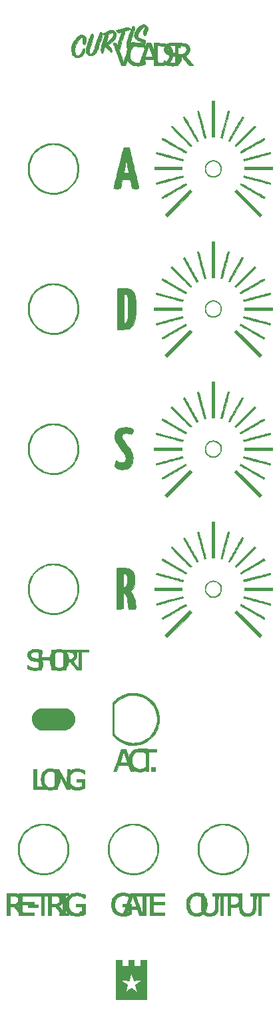
<source format=gbr>
G04 #@! TF.GenerationSoftware,KiCad,Pcbnew,(5.1.10-1-10_14)*
G04 #@! TF.CreationDate,2021-12-08T21:49:38+01:00*
G04 #@! TF.ProjectId,kicad_panel,6b696361-645f-4706-916e-656c2e6b6963,rev?*
G04 #@! TF.SameCoordinates,Original*
G04 #@! TF.FileFunction,Soldermask,Top*
G04 #@! TF.FilePolarity,Negative*
%FSLAX46Y46*%
G04 Gerber Fmt 4.6, Leading zero omitted, Abs format (unit mm)*
G04 Created by KiCad (PCBNEW (5.1.10-1-10_14)) date 2021-12-08 21:49:38*
%MOMM*%
%LPD*%
G01*
G04 APERTURE LIST*
%ADD10C,0.010000*%
G04 APERTURE END LIST*
D10*
G36*
X133540500Y-157734000D02*
G01*
X134387167Y-157734000D01*
X134387167Y-156950833D01*
X135106834Y-156950833D01*
X135106834Y-157734000D01*
X135953500Y-157734000D01*
X135953500Y-156950833D01*
X136673167Y-156950833D01*
X136673167Y-161967333D01*
X132820834Y-161967333D01*
X132820834Y-159518411D01*
X133498167Y-159518411D01*
X133514317Y-159534377D01*
X133559582Y-159571928D01*
X133629179Y-159627289D01*
X133718331Y-159696680D01*
X133822255Y-159776327D01*
X133879954Y-159820092D01*
X134012421Y-159921322D01*
X134112851Y-160000735D01*
X134183954Y-160060698D01*
X134228443Y-160103576D01*
X134249026Y-160131735D01*
X134250739Y-160143722D01*
X134241312Y-160173933D01*
X134221398Y-160237885D01*
X134193077Y-160328892D01*
X134158430Y-160440270D01*
X134119536Y-160565335D01*
X134111400Y-160591500D01*
X134072112Y-160717755D01*
X134036828Y-160830953D01*
X134007577Y-160924597D01*
X133986389Y-160992192D01*
X133975294Y-161027243D01*
X133974425Y-161029893D01*
X133987942Y-161025271D01*
X134030571Y-160998259D01*
X134097706Y-160952066D01*
X134184740Y-160889900D01*
X134287069Y-160814968D01*
X134346696Y-160770601D01*
X134457347Y-160688400D01*
X134556954Y-160615488D01*
X134640453Y-160555482D01*
X134702784Y-160511999D01*
X134738885Y-160488657D01*
X134745464Y-160485667D01*
X134766991Y-160497774D01*
X134817175Y-160531648D01*
X134890837Y-160583614D01*
X134982797Y-160649999D01*
X135087877Y-160727130D01*
X135130871Y-160759015D01*
X135238630Y-160838209D01*
X135334483Y-160906845D01*
X135413477Y-160961525D01*
X135470660Y-160998852D01*
X135501079Y-161015429D01*
X135504668Y-161015429D01*
X135500114Y-160992666D01*
X135485120Y-160936669D01*
X135461837Y-160854621D01*
X135432421Y-160753707D01*
X135399024Y-160641107D01*
X135363799Y-160524007D01*
X135328901Y-160409587D01*
X135296483Y-160305032D01*
X135268698Y-160217525D01*
X135247700Y-160154247D01*
X135240272Y-160133551D01*
X135253804Y-160114450D01*
X135296737Y-160074118D01*
X135364409Y-160016466D01*
X135452161Y-159945403D01*
X135555332Y-159864837D01*
X135613500Y-159820505D01*
X135723248Y-159736992D01*
X135820687Y-159661787D01*
X135901041Y-159598664D01*
X135959532Y-159551399D01*
X135991384Y-159523765D01*
X135995834Y-159518411D01*
X135975676Y-159515186D01*
X135919197Y-159513367D01*
X135832383Y-159512957D01*
X135721223Y-159513961D01*
X135591704Y-159516382D01*
X135522534Y-159518110D01*
X135049234Y-159530888D01*
X134904438Y-159066361D01*
X134862668Y-158934093D01*
X134824490Y-158816480D01*
X134791825Y-158719179D01*
X134766597Y-158647848D01*
X134750726Y-158608144D01*
X134746619Y-158601833D01*
X134736760Y-158621215D01*
X134716531Y-158675765D01*
X134687681Y-158760090D01*
X134651957Y-158868795D01*
X134611109Y-158996487D01*
X134566885Y-159137772D01*
X134521033Y-159287257D01*
X134477682Y-159431531D01*
X134448124Y-159530979D01*
X133973145Y-159518155D01*
X133836491Y-159515021D01*
X133715217Y-159513302D01*
X133615299Y-159512996D01*
X133542716Y-159514099D01*
X133503444Y-159516609D01*
X133498167Y-159518411D01*
X132820834Y-159518411D01*
X132820834Y-156950833D01*
X133540500Y-156950833D01*
X133540500Y-157734000D01*
G37*
X133540500Y-157734000D02*
X134387167Y-157734000D01*
X134387167Y-156950833D01*
X135106834Y-156950833D01*
X135106834Y-157734000D01*
X135953500Y-157734000D01*
X135953500Y-156950833D01*
X136673167Y-156950833D01*
X136673167Y-161967333D01*
X132820834Y-161967333D01*
X132820834Y-159518411D01*
X133498167Y-159518411D01*
X133514317Y-159534377D01*
X133559582Y-159571928D01*
X133629179Y-159627289D01*
X133718331Y-159696680D01*
X133822255Y-159776327D01*
X133879954Y-159820092D01*
X134012421Y-159921322D01*
X134112851Y-160000735D01*
X134183954Y-160060698D01*
X134228443Y-160103576D01*
X134249026Y-160131735D01*
X134250739Y-160143722D01*
X134241312Y-160173933D01*
X134221398Y-160237885D01*
X134193077Y-160328892D01*
X134158430Y-160440270D01*
X134119536Y-160565335D01*
X134111400Y-160591500D01*
X134072112Y-160717755D01*
X134036828Y-160830953D01*
X134007577Y-160924597D01*
X133986389Y-160992192D01*
X133975294Y-161027243D01*
X133974425Y-161029893D01*
X133987942Y-161025271D01*
X134030571Y-160998259D01*
X134097706Y-160952066D01*
X134184740Y-160889900D01*
X134287069Y-160814968D01*
X134346696Y-160770601D01*
X134457347Y-160688400D01*
X134556954Y-160615488D01*
X134640453Y-160555482D01*
X134702784Y-160511999D01*
X134738885Y-160488657D01*
X134745464Y-160485667D01*
X134766991Y-160497774D01*
X134817175Y-160531648D01*
X134890837Y-160583614D01*
X134982797Y-160649999D01*
X135087877Y-160727130D01*
X135130871Y-160759015D01*
X135238630Y-160838209D01*
X135334483Y-160906845D01*
X135413477Y-160961525D01*
X135470660Y-160998852D01*
X135501079Y-161015429D01*
X135504668Y-161015429D01*
X135500114Y-160992666D01*
X135485120Y-160936669D01*
X135461837Y-160854621D01*
X135432421Y-160753707D01*
X135399024Y-160641107D01*
X135363799Y-160524007D01*
X135328901Y-160409587D01*
X135296483Y-160305032D01*
X135268698Y-160217525D01*
X135247700Y-160154247D01*
X135240272Y-160133551D01*
X135253804Y-160114450D01*
X135296737Y-160074118D01*
X135364409Y-160016466D01*
X135452161Y-159945403D01*
X135555332Y-159864837D01*
X135613500Y-159820505D01*
X135723248Y-159736992D01*
X135820687Y-159661787D01*
X135901041Y-159598664D01*
X135959532Y-159551399D01*
X135991384Y-159523765D01*
X135995834Y-159518411D01*
X135975676Y-159515186D01*
X135919197Y-159513367D01*
X135832383Y-159512957D01*
X135721223Y-159513961D01*
X135591704Y-159516382D01*
X135522534Y-159518110D01*
X135049234Y-159530888D01*
X134904438Y-159066361D01*
X134862668Y-158934093D01*
X134824490Y-158816480D01*
X134791825Y-158719179D01*
X134766597Y-158647848D01*
X134750726Y-158608144D01*
X134746619Y-158601833D01*
X134736760Y-158621215D01*
X134716531Y-158675765D01*
X134687681Y-158760090D01*
X134651957Y-158868795D01*
X134611109Y-158996487D01*
X134566885Y-159137772D01*
X134521033Y-159287257D01*
X134477682Y-159431531D01*
X134448124Y-159530979D01*
X133973145Y-159518155D01*
X133836491Y-159515021D01*
X133715217Y-159513302D01*
X133615299Y-159512996D01*
X133542716Y-159514099D01*
X133503444Y-159516609D01*
X133498167Y-159518411D01*
X132820834Y-159518411D01*
X132820834Y-156950833D01*
X133540500Y-156950833D01*
X133540500Y-157734000D01*
G36*
X127967238Y-148412299D02*
G01*
X128233845Y-148450801D01*
X128507601Y-148523058D01*
X128677459Y-148584293D01*
X128862667Y-148657943D01*
X128862667Y-148888555D01*
X128861677Y-148999709D01*
X128855685Y-149072158D01*
X128840152Y-149109526D01*
X128810543Y-149115438D01*
X128762322Y-149093519D01*
X128690952Y-149047395D01*
X128676297Y-149037479D01*
X128474291Y-148916981D01*
X128272061Y-148831744D01*
X128056370Y-148776746D01*
X127943650Y-148759549D01*
X127718367Y-148749449D01*
X127509903Y-148775851D01*
X127320857Y-148837008D01*
X127153829Y-148931173D01*
X127011418Y-149056598D01*
X126896222Y-149211538D01*
X126810842Y-149394245D01*
X126767651Y-149549832D01*
X126751658Y-149665363D01*
X126743904Y-149805408D01*
X126744389Y-149952958D01*
X126753113Y-150091001D01*
X126767651Y-150191334D01*
X126827883Y-150388277D01*
X126921192Y-150564508D01*
X127043849Y-150716145D01*
X127192122Y-150839303D01*
X127362281Y-150930098D01*
X127524917Y-150979680D01*
X127615742Y-150992162D01*
X127732559Y-150999354D01*
X127859336Y-151001089D01*
X127980044Y-150997198D01*
X128078651Y-150987511D01*
X128090084Y-150985629D01*
X128174750Y-150970698D01*
X128181098Y-150849266D01*
X128187446Y-150727833D01*
X128460500Y-150727833D01*
X128460500Y-150198667D01*
X127719667Y-150198667D01*
X127719667Y-149860000D01*
X128862667Y-149860000D01*
X128862667Y-151090013D01*
X128756834Y-151133995D01*
X128694441Y-151162873D01*
X128662658Y-151188659D01*
X128651724Y-151221005D01*
X128651000Y-151238655D01*
X128651000Y-151299333D01*
X128464388Y-151299333D01*
X128361876Y-151301677D01*
X128259269Y-151307885D01*
X128175798Y-151316718D01*
X128162763Y-151318747D01*
X127880407Y-151347281D01*
X127603250Y-151340593D01*
X127357021Y-151303114D01*
X127134509Y-151236594D01*
X126939598Y-151142384D01*
X126840218Y-151075198D01*
X126746000Y-151003279D01*
X126746000Y-151299333D01*
X125603000Y-151299333D01*
X125603000Y-150984267D01*
X125633441Y-150981833D01*
X126386167Y-150981833D01*
X126709092Y-150981833D01*
X126653443Y-150913042D01*
X126544061Y-150754873D01*
X126450776Y-150574381D01*
X126436427Y-150540667D01*
X126387172Y-150420917D01*
X126386669Y-150701375D01*
X126386167Y-150981833D01*
X125633441Y-150981833D01*
X125684394Y-150977759D01*
X125765787Y-150971250D01*
X125093063Y-150177500D01*
X124587000Y-150177500D01*
X124587000Y-151299333D01*
X124184834Y-151299333D01*
X124184834Y-150063312D01*
X125498637Y-150063312D01*
X125736027Y-150341251D01*
X125813749Y-150431986D01*
X125881412Y-150510477D01*
X125934471Y-150571493D01*
X125968380Y-150609799D01*
X125978709Y-150620595D01*
X125980208Y-150600821D01*
X125981543Y-150544581D01*
X125982650Y-150457742D01*
X125983464Y-150346171D01*
X125983922Y-150215736D01*
X125984000Y-150131991D01*
X125984000Y-149641982D01*
X125923128Y-149724532D01*
X125793976Y-149870366D01*
X125644686Y-149982505D01*
X125609027Y-150002972D01*
X125498637Y-150063312D01*
X124184834Y-150063312D01*
X124184834Y-148801667D01*
X124587000Y-148801667D01*
X124587000Y-149838833D01*
X124861125Y-149838833D01*
X124976214Y-149837005D01*
X125086652Y-149832027D01*
X125179861Y-149824661D01*
X125243035Y-149815717D01*
X125378112Y-149766802D01*
X125488319Y-149685216D01*
X125570907Y-149574383D01*
X125623126Y-149437730D01*
X125640695Y-149320522D01*
X125636673Y-149175841D01*
X125602819Y-149058188D01*
X125537214Y-148962768D01*
X125476766Y-148910488D01*
X125411815Y-148870576D01*
X125338049Y-148841146D01*
X125248282Y-148820884D01*
X125135330Y-148808475D01*
X124992007Y-148802602D01*
X124882292Y-148801667D01*
X124587000Y-148801667D01*
X124184834Y-148801667D01*
X123676834Y-148801667D01*
X123676834Y-151299333D01*
X123274667Y-151299333D01*
X123274667Y-148801667D01*
X120840500Y-148801667D01*
X120840500Y-149563667D01*
X122343334Y-149563667D01*
X122343334Y-149881167D01*
X122851334Y-149881167D01*
X122851334Y-150241000D01*
X121644834Y-150241000D01*
X121644834Y-149923500D01*
X120840500Y-149923500D01*
X120840500Y-150774658D01*
X120905779Y-150857079D01*
X120971057Y-150939500D01*
X122343334Y-150939500D01*
X122343334Y-151299333D01*
X120459500Y-151299333D01*
X120459500Y-150938074D01*
X119817470Y-150177500D01*
X119316500Y-150177500D01*
X119316500Y-151299333D01*
X118914334Y-151299333D01*
X118914334Y-150063664D01*
X120223428Y-150063664D01*
X120334212Y-150194665D01*
X120386332Y-150255316D01*
X120427230Y-150301070D01*
X120449995Y-150324257D01*
X120452248Y-150325667D01*
X120455342Y-150306020D01*
X120457778Y-150253162D01*
X120459233Y-150176211D01*
X120459500Y-150121303D01*
X120459028Y-150027842D01*
X120456679Y-149970234D01*
X120451058Y-149942001D01*
X120440769Y-149936665D01*
X120424415Y-149947747D01*
X120422459Y-149949451D01*
X120379787Y-149979834D01*
X120320131Y-150014649D01*
X120304422Y-150022813D01*
X120223428Y-150063664D01*
X118914334Y-150063664D01*
X118914334Y-149838833D01*
X119316500Y-149838833D01*
X119598886Y-149838833D01*
X119759851Y-149835617D01*
X119886151Y-149826148D01*
X119974343Y-149810700D01*
X119981940Y-149808536D01*
X120116769Y-149752382D01*
X120220168Y-149672459D01*
X120298694Y-149563688D01*
X120299255Y-149562660D01*
X120333368Y-149492455D01*
X120352484Y-149427735D01*
X120360845Y-149350187D01*
X120362466Y-149289775D01*
X120353953Y-149154333D01*
X120322130Y-149048963D01*
X120262688Y-148965908D01*
X120171320Y-148897413D01*
X120132897Y-148876410D01*
X120084578Y-148852495D01*
X120042188Y-148835226D01*
X119997363Y-148823329D01*
X119941736Y-148815532D01*
X119866943Y-148810563D01*
X119764619Y-148807149D01*
X119661988Y-148804783D01*
X119316500Y-148797316D01*
X119316500Y-149838833D01*
X118914334Y-149838833D01*
X118914334Y-148766651D01*
X125930434Y-148766651D01*
X125938419Y-148795438D01*
X125941667Y-148801667D01*
X125963226Y-148834913D01*
X125974162Y-148844000D01*
X125982168Y-148826194D01*
X125984000Y-148801667D01*
X125970423Y-148766909D01*
X125951505Y-148759333D01*
X125930434Y-148766651D01*
X118914334Y-148766651D01*
X118914334Y-148463000D01*
X119459375Y-148463367D01*
X119666545Y-148464588D01*
X119836938Y-148468363D01*
X119976070Y-148475323D01*
X120089454Y-148486097D01*
X120182603Y-148501315D01*
X120261032Y-148521608D01*
X120330254Y-148547604D01*
X120372589Y-148567688D01*
X120459500Y-148612027D01*
X120459500Y-148461983D01*
X122930709Y-148467817D01*
X123309321Y-148468752D01*
X123647924Y-148469695D01*
X123948841Y-148470684D01*
X124214397Y-148471755D01*
X124446916Y-148472944D01*
X124648720Y-148474289D01*
X124822136Y-148475827D01*
X124969485Y-148477595D01*
X125093093Y-148479629D01*
X125195283Y-148481965D01*
X125278379Y-148484642D01*
X125344705Y-148487696D01*
X125396585Y-148491163D01*
X125436343Y-148495081D01*
X125466303Y-148499487D01*
X125488789Y-148504416D01*
X125502459Y-148508588D01*
X125561783Y-148528214D01*
X125591513Y-148532861D01*
X125601845Y-148521986D01*
X125603000Y-148503262D01*
X125604748Y-148491264D01*
X125613119Y-148481919D01*
X125632801Y-148474895D01*
X125668485Y-148469863D01*
X125724859Y-148466491D01*
X125806613Y-148464450D01*
X125918437Y-148463410D01*
X126065019Y-148463038D01*
X126174500Y-148463000D01*
X126746000Y-148463000D01*
X126746000Y-148759333D01*
X126386167Y-148759333D01*
X126387062Y-149050375D01*
X126387956Y-149341417D01*
X126437990Y-149220998D01*
X126543535Y-149018997D01*
X126679311Y-148844188D01*
X126842431Y-148697391D01*
X127030012Y-148579426D01*
X127239169Y-148491115D01*
X127467015Y-148433276D01*
X127710667Y-148406731D01*
X127967238Y-148412299D01*
G37*
X127967238Y-148412299D02*
X128233845Y-148450801D01*
X128507601Y-148523058D01*
X128677459Y-148584293D01*
X128862667Y-148657943D01*
X128862667Y-148888555D01*
X128861677Y-148999709D01*
X128855685Y-149072158D01*
X128840152Y-149109526D01*
X128810543Y-149115438D01*
X128762322Y-149093519D01*
X128690952Y-149047395D01*
X128676297Y-149037479D01*
X128474291Y-148916981D01*
X128272061Y-148831744D01*
X128056370Y-148776746D01*
X127943650Y-148759549D01*
X127718367Y-148749449D01*
X127509903Y-148775851D01*
X127320857Y-148837008D01*
X127153829Y-148931173D01*
X127011418Y-149056598D01*
X126896222Y-149211538D01*
X126810842Y-149394245D01*
X126767651Y-149549832D01*
X126751658Y-149665363D01*
X126743904Y-149805408D01*
X126744389Y-149952958D01*
X126753113Y-150091001D01*
X126767651Y-150191334D01*
X126827883Y-150388277D01*
X126921192Y-150564508D01*
X127043849Y-150716145D01*
X127192122Y-150839303D01*
X127362281Y-150930098D01*
X127524917Y-150979680D01*
X127615742Y-150992162D01*
X127732559Y-150999354D01*
X127859336Y-151001089D01*
X127980044Y-150997198D01*
X128078651Y-150987511D01*
X128090084Y-150985629D01*
X128174750Y-150970698D01*
X128181098Y-150849266D01*
X128187446Y-150727833D01*
X128460500Y-150727833D01*
X128460500Y-150198667D01*
X127719667Y-150198667D01*
X127719667Y-149860000D01*
X128862667Y-149860000D01*
X128862667Y-151090013D01*
X128756834Y-151133995D01*
X128694441Y-151162873D01*
X128662658Y-151188659D01*
X128651724Y-151221005D01*
X128651000Y-151238655D01*
X128651000Y-151299333D01*
X128464388Y-151299333D01*
X128361876Y-151301677D01*
X128259269Y-151307885D01*
X128175798Y-151316718D01*
X128162763Y-151318747D01*
X127880407Y-151347281D01*
X127603250Y-151340593D01*
X127357021Y-151303114D01*
X127134509Y-151236594D01*
X126939598Y-151142384D01*
X126840218Y-151075198D01*
X126746000Y-151003279D01*
X126746000Y-151299333D01*
X125603000Y-151299333D01*
X125603000Y-150984267D01*
X125633441Y-150981833D01*
X126386167Y-150981833D01*
X126709092Y-150981833D01*
X126653443Y-150913042D01*
X126544061Y-150754873D01*
X126450776Y-150574381D01*
X126436427Y-150540667D01*
X126387172Y-150420917D01*
X126386669Y-150701375D01*
X126386167Y-150981833D01*
X125633441Y-150981833D01*
X125684394Y-150977759D01*
X125765787Y-150971250D01*
X125093063Y-150177500D01*
X124587000Y-150177500D01*
X124587000Y-151299333D01*
X124184834Y-151299333D01*
X124184834Y-150063312D01*
X125498637Y-150063312D01*
X125736027Y-150341251D01*
X125813749Y-150431986D01*
X125881412Y-150510477D01*
X125934471Y-150571493D01*
X125968380Y-150609799D01*
X125978709Y-150620595D01*
X125980208Y-150600821D01*
X125981543Y-150544581D01*
X125982650Y-150457742D01*
X125983464Y-150346171D01*
X125983922Y-150215736D01*
X125984000Y-150131991D01*
X125984000Y-149641982D01*
X125923128Y-149724532D01*
X125793976Y-149870366D01*
X125644686Y-149982505D01*
X125609027Y-150002972D01*
X125498637Y-150063312D01*
X124184834Y-150063312D01*
X124184834Y-148801667D01*
X124587000Y-148801667D01*
X124587000Y-149838833D01*
X124861125Y-149838833D01*
X124976214Y-149837005D01*
X125086652Y-149832027D01*
X125179861Y-149824661D01*
X125243035Y-149815717D01*
X125378112Y-149766802D01*
X125488319Y-149685216D01*
X125570907Y-149574383D01*
X125623126Y-149437730D01*
X125640695Y-149320522D01*
X125636673Y-149175841D01*
X125602819Y-149058188D01*
X125537214Y-148962768D01*
X125476766Y-148910488D01*
X125411815Y-148870576D01*
X125338049Y-148841146D01*
X125248282Y-148820884D01*
X125135330Y-148808475D01*
X124992007Y-148802602D01*
X124882292Y-148801667D01*
X124587000Y-148801667D01*
X124184834Y-148801667D01*
X123676834Y-148801667D01*
X123676834Y-151299333D01*
X123274667Y-151299333D01*
X123274667Y-148801667D01*
X120840500Y-148801667D01*
X120840500Y-149563667D01*
X122343334Y-149563667D01*
X122343334Y-149881167D01*
X122851334Y-149881167D01*
X122851334Y-150241000D01*
X121644834Y-150241000D01*
X121644834Y-149923500D01*
X120840500Y-149923500D01*
X120840500Y-150774658D01*
X120905779Y-150857079D01*
X120971057Y-150939500D01*
X122343334Y-150939500D01*
X122343334Y-151299333D01*
X120459500Y-151299333D01*
X120459500Y-150938074D01*
X119817470Y-150177500D01*
X119316500Y-150177500D01*
X119316500Y-151299333D01*
X118914334Y-151299333D01*
X118914334Y-150063664D01*
X120223428Y-150063664D01*
X120334212Y-150194665D01*
X120386332Y-150255316D01*
X120427230Y-150301070D01*
X120449995Y-150324257D01*
X120452248Y-150325667D01*
X120455342Y-150306020D01*
X120457778Y-150253162D01*
X120459233Y-150176211D01*
X120459500Y-150121303D01*
X120459028Y-150027842D01*
X120456679Y-149970234D01*
X120451058Y-149942001D01*
X120440769Y-149936665D01*
X120424415Y-149947747D01*
X120422459Y-149949451D01*
X120379787Y-149979834D01*
X120320131Y-150014649D01*
X120304422Y-150022813D01*
X120223428Y-150063664D01*
X118914334Y-150063664D01*
X118914334Y-149838833D01*
X119316500Y-149838833D01*
X119598886Y-149838833D01*
X119759851Y-149835617D01*
X119886151Y-149826148D01*
X119974343Y-149810700D01*
X119981940Y-149808536D01*
X120116769Y-149752382D01*
X120220168Y-149672459D01*
X120298694Y-149563688D01*
X120299255Y-149562660D01*
X120333368Y-149492455D01*
X120352484Y-149427735D01*
X120360845Y-149350187D01*
X120362466Y-149289775D01*
X120353953Y-149154333D01*
X120322130Y-149048963D01*
X120262688Y-148965908D01*
X120171320Y-148897413D01*
X120132897Y-148876410D01*
X120084578Y-148852495D01*
X120042188Y-148835226D01*
X119997363Y-148823329D01*
X119941736Y-148815532D01*
X119866943Y-148810563D01*
X119764619Y-148807149D01*
X119661988Y-148804783D01*
X119316500Y-148797316D01*
X119316500Y-149838833D01*
X118914334Y-149838833D01*
X118914334Y-148766651D01*
X125930434Y-148766651D01*
X125938419Y-148795438D01*
X125941667Y-148801667D01*
X125963226Y-148834913D01*
X125974162Y-148844000D01*
X125982168Y-148826194D01*
X125984000Y-148801667D01*
X125970423Y-148766909D01*
X125951505Y-148759333D01*
X125930434Y-148766651D01*
X118914334Y-148766651D01*
X118914334Y-148463000D01*
X119459375Y-148463367D01*
X119666545Y-148464588D01*
X119836938Y-148468363D01*
X119976070Y-148475323D01*
X120089454Y-148486097D01*
X120182603Y-148501315D01*
X120261032Y-148521608D01*
X120330254Y-148547604D01*
X120372589Y-148567688D01*
X120459500Y-148612027D01*
X120459500Y-148461983D01*
X122930709Y-148467817D01*
X123309321Y-148468752D01*
X123647924Y-148469695D01*
X123948841Y-148470684D01*
X124214397Y-148471755D01*
X124446916Y-148472944D01*
X124648720Y-148474289D01*
X124822136Y-148475827D01*
X124969485Y-148477595D01*
X125093093Y-148479629D01*
X125195283Y-148481965D01*
X125278379Y-148484642D01*
X125344705Y-148487696D01*
X125396585Y-148491163D01*
X125436343Y-148495081D01*
X125466303Y-148499487D01*
X125488789Y-148504416D01*
X125502459Y-148508588D01*
X125561783Y-148528214D01*
X125591513Y-148532861D01*
X125601845Y-148521986D01*
X125603000Y-148503262D01*
X125604748Y-148491264D01*
X125613119Y-148481919D01*
X125632801Y-148474895D01*
X125668485Y-148469863D01*
X125724859Y-148466491D01*
X125806613Y-148464450D01*
X125918437Y-148463410D01*
X126065019Y-148463038D01*
X126174500Y-148463000D01*
X126746000Y-148463000D01*
X126746000Y-148759333D01*
X126386167Y-148759333D01*
X126387062Y-149050375D01*
X126387956Y-149341417D01*
X126437990Y-149220998D01*
X126543535Y-149018997D01*
X126679311Y-148844188D01*
X126842431Y-148697391D01*
X127030012Y-148579426D01*
X127239169Y-148491115D01*
X127467015Y-148433276D01*
X127710667Y-148406731D01*
X127967238Y-148412299D01*
G36*
X133899326Y-148420798D02*
G01*
X134084865Y-148441023D01*
X134260701Y-148478426D01*
X134442253Y-148535502D01*
X134450539Y-148538477D01*
X134522687Y-148563825D01*
X134578615Y-148582216D01*
X134607033Y-148589952D01*
X134607787Y-148590000D01*
X134623932Y-148572274D01*
X134643339Y-148529328D01*
X134644339Y-148526500D01*
X134666475Y-148463000D01*
X138980334Y-148463000D01*
X138980334Y-148801667D01*
X137498667Y-148801667D01*
X137498667Y-149563667D01*
X138980334Y-149563667D01*
X138980334Y-149923500D01*
X137498667Y-149923500D01*
X137498667Y-150939500D01*
X138980334Y-150939500D01*
X138980334Y-151299333D01*
X137096500Y-151299333D01*
X137096500Y-148801667D01*
X136588500Y-148801667D01*
X136588500Y-151299333D01*
X135794750Y-151299079D01*
X135520968Y-150516167D01*
X134747000Y-150516167D01*
X134747000Y-151089996D01*
X134635759Y-151139192D01*
X134355896Y-151243429D01*
X134069633Y-151312768D01*
X133784596Y-151345844D01*
X133508750Y-151341317D01*
X133250488Y-151301156D01*
X133018598Y-151229124D01*
X132814123Y-151126058D01*
X132638104Y-150992799D01*
X132491584Y-150830186D01*
X132375605Y-150639058D01*
X132291208Y-150420254D01*
X132271023Y-150344451D01*
X132244356Y-150191996D01*
X132229546Y-150016080D01*
X132227717Y-149901192D01*
X132634117Y-149901192D01*
X132636902Y-149964900D01*
X132664661Y-150186135D01*
X132719914Y-150379602D01*
X132804394Y-150551127D01*
X132817593Y-150572085D01*
X132939476Y-150722791D01*
X133088897Y-150843936D01*
X133260539Y-150932656D01*
X133449084Y-150986084D01*
X133614584Y-151001574D01*
X133741584Y-151002933D01*
X133769801Y-150925051D01*
X134176877Y-150925051D01*
X134189580Y-150933080D01*
X134232717Y-150924323D01*
X134309967Y-150897994D01*
X134318375Y-150894864D01*
X134341466Y-150883116D01*
X134355588Y-150862937D01*
X134362925Y-150825162D01*
X134365658Y-150760626D01*
X134366000Y-150694843D01*
X134363347Y-150597477D01*
X134354834Y-150540428D01*
X134339637Y-150523861D01*
X134316928Y-150547940D01*
X134285880Y-150612829D01*
X134245668Y-150718686D01*
X134216290Y-150802416D01*
X134193078Y-150871105D01*
X134179278Y-150915023D01*
X134176877Y-150925051D01*
X133769801Y-150925051D01*
X133877696Y-150627258D01*
X133920988Y-150507693D01*
X133959570Y-150400984D01*
X133991018Y-150313853D01*
X134012906Y-150253019D01*
X134022809Y-150225203D01*
X134022835Y-150225125D01*
X134016398Y-150212512D01*
X133983322Y-150204349D01*
X133918376Y-150199959D01*
X133817931Y-150198667D01*
X133604000Y-150198667D01*
X133604000Y-149861229D01*
X133882780Y-149855323D01*
X134161559Y-149849417D01*
X134167367Y-149833542D01*
X134561386Y-149833542D01*
X134569764Y-149850978D01*
X134613668Y-149859071D01*
X134649486Y-149860000D01*
X134747000Y-149860000D01*
X134747000Y-150177500D01*
X135401270Y-150177500D01*
X135352057Y-150045208D01*
X135331379Y-149988705D01*
X135299121Y-149899417D01*
X135257838Y-149784465D01*
X135210082Y-149650969D01*
X135158407Y-149506051D01*
X135116799Y-149389042D01*
X135066636Y-149249081D01*
X135020651Y-149123237D01*
X134980826Y-149016731D01*
X134949138Y-148934784D01*
X134927568Y-148882617D01*
X134918252Y-148865396D01*
X134907955Y-148884523D01*
X134885783Y-148938093D01*
X134853843Y-149020593D01*
X134814244Y-149126509D01*
X134769092Y-149250327D01*
X134738276Y-149336354D01*
X134690559Y-149470474D01*
X134647332Y-149591974D01*
X134610699Y-149694939D01*
X134582764Y-149773455D01*
X134565632Y-149821608D01*
X134561386Y-149833542D01*
X134167367Y-149833542D01*
X134316464Y-149426083D01*
X134361998Y-149299687D01*
X134401492Y-149186281D01*
X134432918Y-149092007D01*
X134454247Y-149023011D01*
X134463449Y-148985437D01*
X134463459Y-148980921D01*
X134437508Y-148955772D01*
X134380058Y-148922597D01*
X134300189Y-148885422D01*
X134206986Y-148848273D01*
X134147661Y-148828125D01*
X135323851Y-148828125D01*
X135332703Y-148852356D01*
X135354703Y-148912778D01*
X135388542Y-149005796D01*
X135432913Y-149127811D01*
X135486508Y-149275227D01*
X135548019Y-149444447D01*
X135616139Y-149631873D01*
X135689559Y-149833909D01*
X135754740Y-150013293D01*
X135831364Y-150223939D01*
X135903671Y-150422253D01*
X135970377Y-150604743D01*
X136030197Y-150767917D01*
X136081847Y-150908282D01*
X136124041Y-151022346D01*
X136155495Y-151106618D01*
X136174924Y-151157604D01*
X136181042Y-151172168D01*
X136182022Y-151151664D01*
X136182944Y-151092612D01*
X136183789Y-150998800D01*
X136184542Y-150874012D01*
X136185186Y-150722036D01*
X136185702Y-150546657D01*
X136186076Y-150351662D01*
X136186289Y-150140836D01*
X136186334Y-149987000D01*
X136186334Y-148801667D01*
X135750152Y-148801667D01*
X135597912Y-148802211D01*
X135483786Y-148804018D01*
X135403568Y-148807350D01*
X135353049Y-148812466D01*
X135328024Y-148819629D01*
X135323851Y-148828125D01*
X134147661Y-148828125D01*
X134109530Y-148815175D01*
X134052879Y-148798957D01*
X133897712Y-148769120D01*
X133728305Y-148754872D01*
X133559610Y-148756378D01*
X133406581Y-148773807D01*
X133332298Y-148790873D01*
X133150892Y-148863725D01*
X132994176Y-148969442D01*
X132863668Y-149105457D01*
X132760888Y-149269206D01*
X132687357Y-149458122D01*
X132644593Y-149669639D01*
X132634117Y-149901192D01*
X132227717Y-149901192D01*
X132226599Y-149831001D01*
X132235521Y-149651053D01*
X132256319Y-149490533D01*
X132270624Y-149424177D01*
X132324610Y-149246823D01*
X132392381Y-149097540D01*
X132481769Y-148962484D01*
X132600604Y-148827813D01*
X132617868Y-148810368D01*
X132768647Y-148676719D01*
X132926075Y-148573444D01*
X133096731Y-148498117D01*
X133287191Y-148448312D01*
X133504032Y-148421600D01*
X133688667Y-148415259D01*
X133899326Y-148420798D01*
G37*
X133899326Y-148420798D02*
X134084865Y-148441023D01*
X134260701Y-148478426D01*
X134442253Y-148535502D01*
X134450539Y-148538477D01*
X134522687Y-148563825D01*
X134578615Y-148582216D01*
X134607033Y-148589952D01*
X134607787Y-148590000D01*
X134623932Y-148572274D01*
X134643339Y-148529328D01*
X134644339Y-148526500D01*
X134666475Y-148463000D01*
X138980334Y-148463000D01*
X138980334Y-148801667D01*
X137498667Y-148801667D01*
X137498667Y-149563667D01*
X138980334Y-149563667D01*
X138980334Y-149923500D01*
X137498667Y-149923500D01*
X137498667Y-150939500D01*
X138980334Y-150939500D01*
X138980334Y-151299333D01*
X137096500Y-151299333D01*
X137096500Y-148801667D01*
X136588500Y-148801667D01*
X136588500Y-151299333D01*
X135794750Y-151299079D01*
X135520968Y-150516167D01*
X134747000Y-150516167D01*
X134747000Y-151089996D01*
X134635759Y-151139192D01*
X134355896Y-151243429D01*
X134069633Y-151312768D01*
X133784596Y-151345844D01*
X133508750Y-151341317D01*
X133250488Y-151301156D01*
X133018598Y-151229124D01*
X132814123Y-151126058D01*
X132638104Y-150992799D01*
X132491584Y-150830186D01*
X132375605Y-150639058D01*
X132291208Y-150420254D01*
X132271023Y-150344451D01*
X132244356Y-150191996D01*
X132229546Y-150016080D01*
X132227717Y-149901192D01*
X132634117Y-149901192D01*
X132636902Y-149964900D01*
X132664661Y-150186135D01*
X132719914Y-150379602D01*
X132804394Y-150551127D01*
X132817593Y-150572085D01*
X132939476Y-150722791D01*
X133088897Y-150843936D01*
X133260539Y-150932656D01*
X133449084Y-150986084D01*
X133614584Y-151001574D01*
X133741584Y-151002933D01*
X133769801Y-150925051D01*
X134176877Y-150925051D01*
X134189580Y-150933080D01*
X134232717Y-150924323D01*
X134309967Y-150897994D01*
X134318375Y-150894864D01*
X134341466Y-150883116D01*
X134355588Y-150862937D01*
X134362925Y-150825162D01*
X134365658Y-150760626D01*
X134366000Y-150694843D01*
X134363347Y-150597477D01*
X134354834Y-150540428D01*
X134339637Y-150523861D01*
X134316928Y-150547940D01*
X134285880Y-150612829D01*
X134245668Y-150718686D01*
X134216290Y-150802416D01*
X134193078Y-150871105D01*
X134179278Y-150915023D01*
X134176877Y-150925051D01*
X133769801Y-150925051D01*
X133877696Y-150627258D01*
X133920988Y-150507693D01*
X133959570Y-150400984D01*
X133991018Y-150313853D01*
X134012906Y-150253019D01*
X134022809Y-150225203D01*
X134022835Y-150225125D01*
X134016398Y-150212512D01*
X133983322Y-150204349D01*
X133918376Y-150199959D01*
X133817931Y-150198667D01*
X133604000Y-150198667D01*
X133604000Y-149861229D01*
X133882780Y-149855323D01*
X134161559Y-149849417D01*
X134167367Y-149833542D01*
X134561386Y-149833542D01*
X134569764Y-149850978D01*
X134613668Y-149859071D01*
X134649486Y-149860000D01*
X134747000Y-149860000D01*
X134747000Y-150177500D01*
X135401270Y-150177500D01*
X135352057Y-150045208D01*
X135331379Y-149988705D01*
X135299121Y-149899417D01*
X135257838Y-149784465D01*
X135210082Y-149650969D01*
X135158407Y-149506051D01*
X135116799Y-149389042D01*
X135066636Y-149249081D01*
X135020651Y-149123237D01*
X134980826Y-149016731D01*
X134949138Y-148934784D01*
X134927568Y-148882617D01*
X134918252Y-148865396D01*
X134907955Y-148884523D01*
X134885783Y-148938093D01*
X134853843Y-149020593D01*
X134814244Y-149126509D01*
X134769092Y-149250327D01*
X134738276Y-149336354D01*
X134690559Y-149470474D01*
X134647332Y-149591974D01*
X134610699Y-149694939D01*
X134582764Y-149773455D01*
X134565632Y-149821608D01*
X134561386Y-149833542D01*
X134167367Y-149833542D01*
X134316464Y-149426083D01*
X134361998Y-149299687D01*
X134401492Y-149186281D01*
X134432918Y-149092007D01*
X134454247Y-149023011D01*
X134463449Y-148985437D01*
X134463459Y-148980921D01*
X134437508Y-148955772D01*
X134380058Y-148922597D01*
X134300189Y-148885422D01*
X134206986Y-148848273D01*
X134147661Y-148828125D01*
X135323851Y-148828125D01*
X135332703Y-148852356D01*
X135354703Y-148912778D01*
X135388542Y-149005796D01*
X135432913Y-149127811D01*
X135486508Y-149275227D01*
X135548019Y-149444447D01*
X135616139Y-149631873D01*
X135689559Y-149833909D01*
X135754740Y-150013293D01*
X135831364Y-150223939D01*
X135903671Y-150422253D01*
X135970377Y-150604743D01*
X136030197Y-150767917D01*
X136081847Y-150908282D01*
X136124041Y-151022346D01*
X136155495Y-151106618D01*
X136174924Y-151157604D01*
X136181042Y-151172168D01*
X136182022Y-151151664D01*
X136182944Y-151092612D01*
X136183789Y-150998800D01*
X136184542Y-150874012D01*
X136185186Y-150722036D01*
X136185702Y-150546657D01*
X136186076Y-150351662D01*
X136186289Y-150140836D01*
X136186334Y-149987000D01*
X136186334Y-148801667D01*
X135750152Y-148801667D01*
X135597912Y-148802211D01*
X135483786Y-148804018D01*
X135403568Y-148807350D01*
X135353049Y-148812466D01*
X135328024Y-148819629D01*
X135323851Y-148828125D01*
X134147661Y-148828125D01*
X134109530Y-148815175D01*
X134052879Y-148798957D01*
X133897712Y-148769120D01*
X133728305Y-148754872D01*
X133559610Y-148756378D01*
X133406581Y-148773807D01*
X133332298Y-148790873D01*
X133150892Y-148863725D01*
X132994176Y-148969442D01*
X132863668Y-149105457D01*
X132760888Y-149269206D01*
X132687357Y-149458122D01*
X132644593Y-149669639D01*
X132634117Y-149901192D01*
X132227717Y-149901192D01*
X132226599Y-149831001D01*
X132235521Y-149651053D01*
X132256319Y-149490533D01*
X132270624Y-149424177D01*
X132324610Y-149246823D01*
X132392381Y-149097540D01*
X132481769Y-148962484D01*
X132600604Y-148827813D01*
X132617868Y-148810368D01*
X132768647Y-148676719D01*
X132926075Y-148573444D01*
X133096731Y-148498117D01*
X133287191Y-148448312D01*
X133504032Y-148421600D01*
X133688667Y-148415259D01*
X133899326Y-148420798D01*
G36*
X143268350Y-148415599D02*
G01*
X143428512Y-148443605D01*
X143483542Y-148458942D01*
X143550386Y-148477525D01*
X143597949Y-148485759D01*
X143615834Y-148481947D01*
X143635421Y-148473603D01*
X143687889Y-148467134D01*
X143763795Y-148463479D01*
X143806334Y-148463000D01*
X143996834Y-148463000D01*
X143996834Y-148610983D01*
X143998675Y-148692756D01*
X144007595Y-148748898D01*
X144028685Y-148796066D01*
X144067037Y-148850915D01*
X144072300Y-148857834D01*
X144125556Y-148933783D01*
X144176338Y-149016036D01*
X144196890Y-149053808D01*
X144277830Y-149254403D01*
X144333157Y-149479427D01*
X144362790Y-149719541D01*
X144366649Y-149965406D01*
X144344653Y-150207684D01*
X144296721Y-150437037D01*
X144222771Y-150644125D01*
X144210880Y-150669679D01*
X144151433Y-150793541D01*
X144237607Y-150867302D01*
X144348030Y-150936630D01*
X144483577Y-150982884D01*
X144633966Y-151005967D01*
X144788918Y-151005783D01*
X144938153Y-150982237D01*
X145071388Y-150935232D01*
X145165336Y-150875973D01*
X145218949Y-150818740D01*
X145275235Y-150738110D01*
X145313503Y-150669377D01*
X145383250Y-150527761D01*
X145396026Y-148801667D01*
X145055167Y-148801667D01*
X145055167Y-148463000D01*
X146531542Y-148463367D01*
X146835837Y-148463555D01*
X147100892Y-148464061D01*
X147329802Y-148465045D01*
X147525660Y-148466668D01*
X147691559Y-148469087D01*
X147830592Y-148472462D01*
X147945855Y-148476953D01*
X148040439Y-148482719D01*
X148117440Y-148489920D01*
X148179950Y-148498714D01*
X148231062Y-148509261D01*
X148273872Y-148521721D01*
X148311471Y-148536252D01*
X148346954Y-148553015D01*
X148355342Y-148557306D01*
X148420667Y-148591087D01*
X148420667Y-148463000D01*
X148822834Y-148463000D01*
X148825356Y-148828125D01*
X148826116Y-148947163D01*
X148826988Y-149098877D01*
X148827924Y-149273612D01*
X148828872Y-149461712D01*
X148829782Y-149653519D01*
X148830605Y-149839378D01*
X148830647Y-149849417D01*
X148831718Y-150038848D01*
X148833329Y-150190873D01*
X148835737Y-150310417D01*
X148839197Y-150402407D01*
X148843965Y-150471769D01*
X148850295Y-150523428D01*
X148858445Y-150562310D01*
X148868668Y-150593342D01*
X148869330Y-150595003D01*
X148948793Y-150745068D01*
X149052826Y-150863573D01*
X149178639Y-150947845D01*
X149275914Y-150984425D01*
X149383033Y-151002516D01*
X149511407Y-151007825D01*
X149642741Y-151000813D01*
X149758739Y-150981937D01*
X149796118Y-150971377D01*
X149917695Y-150912183D01*
X150025750Y-150824351D01*
X150107097Y-150719007D01*
X150117108Y-150700575D01*
X150142197Y-150646916D01*
X150162890Y-150590424D01*
X150179599Y-150526558D01*
X150192733Y-150450781D01*
X150202703Y-150358551D01*
X150209920Y-150245330D01*
X150214794Y-150106579D01*
X150217736Y-149937758D01*
X150219157Y-149734327D01*
X150219466Y-149568958D01*
X150219834Y-148801667D01*
X149860000Y-148801667D01*
X149860000Y-148463000D01*
X152273000Y-148463000D01*
X152273000Y-148801667D01*
X151278167Y-148801667D01*
X151278167Y-151299333D01*
X150876000Y-151299333D01*
X150876000Y-148801667D01*
X150626979Y-148801667D01*
X150616629Y-149632458D01*
X150613828Y-149845250D01*
X150611061Y-150020464D01*
X150608065Y-150162855D01*
X150604579Y-150277178D01*
X150600339Y-150368188D01*
X150595085Y-150440640D01*
X150588553Y-150499287D01*
X150580481Y-150548885D01*
X150570608Y-150594189D01*
X150561685Y-150628869D01*
X150504093Y-150802067D01*
X150431536Y-150943004D01*
X150339018Y-151060564D01*
X150294712Y-151103567D01*
X150155982Y-151206991D01*
X149998122Y-151281194D01*
X149812582Y-151330137D01*
X149801043Y-151332239D01*
X149581284Y-151355951D01*
X149363238Y-151350303D01*
X149157167Y-151316301D01*
X148973331Y-151254955D01*
X148961841Y-151249791D01*
X148808005Y-151159108D01*
X148680996Y-151039528D01*
X148580070Y-150889707D01*
X148504480Y-150708300D01*
X148453480Y-150493962D01*
X148429262Y-150289702D01*
X148414756Y-150094988D01*
X148330800Y-150137819D01*
X148218992Y-150182087D01*
X148080276Y-150213487D01*
X147910228Y-150232703D01*
X147704427Y-150240414D01*
X147663959Y-150240632D01*
X147362334Y-150241000D01*
X147362334Y-151299333D01*
X146981334Y-151299333D01*
X146981334Y-148801667D01*
X147362334Y-148801667D01*
X147362334Y-149906947D01*
X147674542Y-149898229D01*
X147802609Y-149893849D01*
X147897487Y-149888123D01*
X147968319Y-149879797D01*
X148024250Y-149867617D01*
X148074423Y-149850328D01*
X148098673Y-149840055D01*
X148203553Y-149777171D01*
X148296557Y-149690996D01*
X148366643Y-149593224D01*
X148395774Y-149525422D01*
X148419599Y-149386797D01*
X148413992Y-149242136D01*
X148380003Y-149108852D01*
X148369148Y-149083487D01*
X148312429Y-148991463D01*
X148235132Y-148919476D01*
X148133306Y-148866016D01*
X148003003Y-148829570D01*
X147840275Y-148808627D01*
X147641172Y-148801675D01*
X147633053Y-148801667D01*
X147362334Y-148801667D01*
X146981334Y-148801667D01*
X146452167Y-148801667D01*
X146452167Y-151299333D01*
X146050000Y-151299333D01*
X146050000Y-148801667D01*
X145799316Y-148801667D01*
X145790762Y-149664208D01*
X145788475Y-149880914D01*
X145786164Y-150059783D01*
X145783601Y-150205313D01*
X145780556Y-150321999D01*
X145776802Y-150414339D01*
X145772110Y-150486829D01*
X145766251Y-150543966D01*
X145758996Y-150590246D01*
X145750117Y-150630166D01*
X145739776Y-150666933D01*
X145665875Y-150854696D01*
X145566636Y-151009980D01*
X145439545Y-151135960D01*
X145294371Y-151229490D01*
X145118245Y-151300510D01*
X144918951Y-151344081D01*
X144706757Y-151358714D01*
X144501858Y-151344354D01*
X144340109Y-151314803D01*
X144206081Y-151273598D01*
X144085685Y-151215708D01*
X144012076Y-151169484D01*
X143889736Y-151086477D01*
X143820411Y-151139353D01*
X143723478Y-151199998D01*
X143600190Y-151257437D01*
X143466342Y-151304534D01*
X143436026Y-151313072D01*
X143343230Y-151330854D01*
X143223673Y-151343958D01*
X143092744Y-151351631D01*
X142965832Y-151353123D01*
X142858327Y-151347682D01*
X142822084Y-151343054D01*
X142588142Y-151285495D01*
X142379468Y-151194231D01*
X142197291Y-151070400D01*
X142042842Y-150915143D01*
X141917350Y-150729601D01*
X141822045Y-150514913D01*
X141781212Y-150377998D01*
X141762272Y-150271647D01*
X141749429Y-150135526D01*
X141742675Y-149981062D01*
X141742256Y-149881167D01*
X142148380Y-149881167D01*
X142159064Y-150113893D01*
X142192897Y-150314965D01*
X142251307Y-150489060D01*
X142335724Y-150640859D01*
X142408465Y-150733459D01*
X142523071Y-150843784D01*
X142645496Y-150922042D01*
X142783475Y-150971230D01*
X142944744Y-150994349D01*
X143086667Y-150996355D01*
X143194546Y-150991974D01*
X143272907Y-150984155D01*
X143334554Y-150970507D01*
X143392287Y-150948636D01*
X143425334Y-150933061D01*
X143503607Y-150890194D01*
X143578519Y-150842116D01*
X143614735Y-150814829D01*
X143687719Y-150753830D01*
X143657887Y-150640290D01*
X143649173Y-150594592D01*
X143641656Y-150526551D01*
X143635187Y-150432862D01*
X143629617Y-150310215D01*
X143624796Y-150155303D01*
X143620577Y-149964819D01*
X143616809Y-149735454D01*
X143616653Y-149724504D01*
X143605250Y-148922258D01*
X143479387Y-148852591D01*
X143312751Y-148782609D01*
X143136322Y-148748381D01*
X142957448Y-148748976D01*
X142783478Y-148783463D01*
X142621763Y-148850911D01*
X142479651Y-148950389D01*
X142444535Y-148983693D01*
X142334002Y-149117808D01*
X142250626Y-149270400D01*
X142192901Y-149446032D01*
X142159319Y-149649269D01*
X142148380Y-149881167D01*
X141742256Y-149881167D01*
X141741998Y-149819685D01*
X141747389Y-149662822D01*
X141758836Y-149521902D01*
X141776329Y-149408353D01*
X141782119Y-149383750D01*
X141861678Y-149147198D01*
X141968812Y-148942641D01*
X142103365Y-148770233D01*
X142265181Y-148630128D01*
X142454104Y-148522480D01*
X142669980Y-148447441D01*
X142747135Y-148429855D01*
X142911771Y-148408097D01*
X143090806Y-148403554D01*
X143268350Y-148415599D01*
G37*
X143268350Y-148415599D02*
X143428512Y-148443605D01*
X143483542Y-148458942D01*
X143550386Y-148477525D01*
X143597949Y-148485759D01*
X143615834Y-148481947D01*
X143635421Y-148473603D01*
X143687889Y-148467134D01*
X143763795Y-148463479D01*
X143806334Y-148463000D01*
X143996834Y-148463000D01*
X143996834Y-148610983D01*
X143998675Y-148692756D01*
X144007595Y-148748898D01*
X144028685Y-148796066D01*
X144067037Y-148850915D01*
X144072300Y-148857834D01*
X144125556Y-148933783D01*
X144176338Y-149016036D01*
X144196890Y-149053808D01*
X144277830Y-149254403D01*
X144333157Y-149479427D01*
X144362790Y-149719541D01*
X144366649Y-149965406D01*
X144344653Y-150207684D01*
X144296721Y-150437037D01*
X144222771Y-150644125D01*
X144210880Y-150669679D01*
X144151433Y-150793541D01*
X144237607Y-150867302D01*
X144348030Y-150936630D01*
X144483577Y-150982884D01*
X144633966Y-151005967D01*
X144788918Y-151005783D01*
X144938153Y-150982237D01*
X145071388Y-150935232D01*
X145165336Y-150875973D01*
X145218949Y-150818740D01*
X145275235Y-150738110D01*
X145313503Y-150669377D01*
X145383250Y-150527761D01*
X145396026Y-148801667D01*
X145055167Y-148801667D01*
X145055167Y-148463000D01*
X146531542Y-148463367D01*
X146835837Y-148463555D01*
X147100892Y-148464061D01*
X147329802Y-148465045D01*
X147525660Y-148466668D01*
X147691559Y-148469087D01*
X147830592Y-148472462D01*
X147945855Y-148476953D01*
X148040439Y-148482719D01*
X148117440Y-148489920D01*
X148179950Y-148498714D01*
X148231062Y-148509261D01*
X148273872Y-148521721D01*
X148311471Y-148536252D01*
X148346954Y-148553015D01*
X148355342Y-148557306D01*
X148420667Y-148591087D01*
X148420667Y-148463000D01*
X148822834Y-148463000D01*
X148825356Y-148828125D01*
X148826116Y-148947163D01*
X148826988Y-149098877D01*
X148827924Y-149273612D01*
X148828872Y-149461712D01*
X148829782Y-149653519D01*
X148830605Y-149839378D01*
X148830647Y-149849417D01*
X148831718Y-150038848D01*
X148833329Y-150190873D01*
X148835737Y-150310417D01*
X148839197Y-150402407D01*
X148843965Y-150471769D01*
X148850295Y-150523428D01*
X148858445Y-150562310D01*
X148868668Y-150593342D01*
X148869330Y-150595003D01*
X148948793Y-150745068D01*
X149052826Y-150863573D01*
X149178639Y-150947845D01*
X149275914Y-150984425D01*
X149383033Y-151002516D01*
X149511407Y-151007825D01*
X149642741Y-151000813D01*
X149758739Y-150981937D01*
X149796118Y-150971377D01*
X149917695Y-150912183D01*
X150025750Y-150824351D01*
X150107097Y-150719007D01*
X150117108Y-150700575D01*
X150142197Y-150646916D01*
X150162890Y-150590424D01*
X150179599Y-150526558D01*
X150192733Y-150450781D01*
X150202703Y-150358551D01*
X150209920Y-150245330D01*
X150214794Y-150106579D01*
X150217736Y-149937758D01*
X150219157Y-149734327D01*
X150219466Y-149568958D01*
X150219834Y-148801667D01*
X149860000Y-148801667D01*
X149860000Y-148463000D01*
X152273000Y-148463000D01*
X152273000Y-148801667D01*
X151278167Y-148801667D01*
X151278167Y-151299333D01*
X150876000Y-151299333D01*
X150876000Y-148801667D01*
X150626979Y-148801667D01*
X150616629Y-149632458D01*
X150613828Y-149845250D01*
X150611061Y-150020464D01*
X150608065Y-150162855D01*
X150604579Y-150277178D01*
X150600339Y-150368188D01*
X150595085Y-150440640D01*
X150588553Y-150499287D01*
X150580481Y-150548885D01*
X150570608Y-150594189D01*
X150561685Y-150628869D01*
X150504093Y-150802067D01*
X150431536Y-150943004D01*
X150339018Y-151060564D01*
X150294712Y-151103567D01*
X150155982Y-151206991D01*
X149998122Y-151281194D01*
X149812582Y-151330137D01*
X149801043Y-151332239D01*
X149581284Y-151355951D01*
X149363238Y-151350303D01*
X149157167Y-151316301D01*
X148973331Y-151254955D01*
X148961841Y-151249791D01*
X148808005Y-151159108D01*
X148680996Y-151039528D01*
X148580070Y-150889707D01*
X148504480Y-150708300D01*
X148453480Y-150493962D01*
X148429262Y-150289702D01*
X148414756Y-150094988D01*
X148330800Y-150137819D01*
X148218992Y-150182087D01*
X148080276Y-150213487D01*
X147910228Y-150232703D01*
X147704427Y-150240414D01*
X147663959Y-150240632D01*
X147362334Y-150241000D01*
X147362334Y-151299333D01*
X146981334Y-151299333D01*
X146981334Y-148801667D01*
X147362334Y-148801667D01*
X147362334Y-149906947D01*
X147674542Y-149898229D01*
X147802609Y-149893849D01*
X147897487Y-149888123D01*
X147968319Y-149879797D01*
X148024250Y-149867617D01*
X148074423Y-149850328D01*
X148098673Y-149840055D01*
X148203553Y-149777171D01*
X148296557Y-149690996D01*
X148366643Y-149593224D01*
X148395774Y-149525422D01*
X148419599Y-149386797D01*
X148413992Y-149242136D01*
X148380003Y-149108852D01*
X148369148Y-149083487D01*
X148312429Y-148991463D01*
X148235132Y-148919476D01*
X148133306Y-148866016D01*
X148003003Y-148829570D01*
X147840275Y-148808627D01*
X147641172Y-148801675D01*
X147633053Y-148801667D01*
X147362334Y-148801667D01*
X146981334Y-148801667D01*
X146452167Y-148801667D01*
X146452167Y-151299333D01*
X146050000Y-151299333D01*
X146050000Y-148801667D01*
X145799316Y-148801667D01*
X145790762Y-149664208D01*
X145788475Y-149880914D01*
X145786164Y-150059783D01*
X145783601Y-150205313D01*
X145780556Y-150321999D01*
X145776802Y-150414339D01*
X145772110Y-150486829D01*
X145766251Y-150543966D01*
X145758996Y-150590246D01*
X145750117Y-150630166D01*
X145739776Y-150666933D01*
X145665875Y-150854696D01*
X145566636Y-151009980D01*
X145439545Y-151135960D01*
X145294371Y-151229490D01*
X145118245Y-151300510D01*
X144918951Y-151344081D01*
X144706757Y-151358714D01*
X144501858Y-151344354D01*
X144340109Y-151314803D01*
X144206081Y-151273598D01*
X144085685Y-151215708D01*
X144012076Y-151169484D01*
X143889736Y-151086477D01*
X143820411Y-151139353D01*
X143723478Y-151199998D01*
X143600190Y-151257437D01*
X143466342Y-151304534D01*
X143436026Y-151313072D01*
X143343230Y-151330854D01*
X143223673Y-151343958D01*
X143092744Y-151351631D01*
X142965832Y-151353123D01*
X142858327Y-151347682D01*
X142822084Y-151343054D01*
X142588142Y-151285495D01*
X142379468Y-151194231D01*
X142197291Y-151070400D01*
X142042842Y-150915143D01*
X141917350Y-150729601D01*
X141822045Y-150514913D01*
X141781212Y-150377998D01*
X141762272Y-150271647D01*
X141749429Y-150135526D01*
X141742675Y-149981062D01*
X141742256Y-149881167D01*
X142148380Y-149881167D01*
X142159064Y-150113893D01*
X142192897Y-150314965D01*
X142251307Y-150489060D01*
X142335724Y-150640859D01*
X142408465Y-150733459D01*
X142523071Y-150843784D01*
X142645496Y-150922042D01*
X142783475Y-150971230D01*
X142944744Y-150994349D01*
X143086667Y-150996355D01*
X143194546Y-150991974D01*
X143272907Y-150984155D01*
X143334554Y-150970507D01*
X143392287Y-150948636D01*
X143425334Y-150933061D01*
X143503607Y-150890194D01*
X143578519Y-150842116D01*
X143614735Y-150814829D01*
X143687719Y-150753830D01*
X143657887Y-150640290D01*
X143649173Y-150594592D01*
X143641656Y-150526551D01*
X143635187Y-150432862D01*
X143629617Y-150310215D01*
X143624796Y-150155303D01*
X143620577Y-149964819D01*
X143616809Y-149735454D01*
X143616653Y-149724504D01*
X143605250Y-148922258D01*
X143479387Y-148852591D01*
X143312751Y-148782609D01*
X143136322Y-148748381D01*
X142957448Y-148748976D01*
X142783478Y-148783463D01*
X142621763Y-148850911D01*
X142479651Y-148950389D01*
X142444535Y-148983693D01*
X142334002Y-149117808D01*
X142250626Y-149270400D01*
X142192901Y-149446032D01*
X142159319Y-149649269D01*
X142148380Y-149881167D01*
X141742256Y-149881167D01*
X141741998Y-149819685D01*
X141747389Y-149662822D01*
X141758836Y-149521902D01*
X141776329Y-149408353D01*
X141782119Y-149383750D01*
X141861678Y-149147198D01*
X141968812Y-148942641D01*
X142103365Y-148770233D01*
X142265181Y-148630128D01*
X142454104Y-148522480D01*
X142669980Y-148447441D01*
X142747135Y-148429855D01*
X142911771Y-148408097D01*
X143090806Y-148403554D01*
X143268350Y-148415599D01*
G36*
X123730455Y-139650446D02*
G01*
X123856477Y-139653165D01*
X123957952Y-139658249D01*
X124043766Y-139666349D01*
X124122807Y-139678116D01*
X124203960Y-139694200D01*
X124214743Y-139696557D01*
X124574157Y-139796152D01*
X124913755Y-139930968D01*
X125231584Y-140098775D01*
X125525689Y-140297340D01*
X125794116Y-140524434D01*
X126034913Y-140777825D01*
X126246123Y-141055281D01*
X126425794Y-141354572D01*
X126571972Y-141673466D01*
X126682702Y-142009733D01*
X126756031Y-142361140D01*
X126785195Y-142631583D01*
X126790621Y-143013593D01*
X126756068Y-143382061D01*
X126681785Y-143736314D01*
X126568023Y-144075679D01*
X126415034Y-144399484D01*
X126223066Y-144707055D01*
X125992371Y-144997721D01*
X125847259Y-145151956D01*
X125570425Y-145402378D01*
X125277858Y-145613792D01*
X124968315Y-145786770D01*
X124640555Y-145921886D01*
X124293334Y-146019712D01*
X123925409Y-146080822D01*
X123808815Y-146092247D01*
X123706876Y-146100184D01*
X123617407Y-146106213D01*
X123550607Y-146109706D01*
X123518084Y-146110149D01*
X123478546Y-146107253D01*
X123409205Y-146101818D01*
X123322444Y-146094819D01*
X123285082Y-146091756D01*
X122925837Y-146041449D01*
X122578850Y-145951956D01*
X122246734Y-145825311D01*
X121932102Y-145663548D01*
X121637565Y-145468701D01*
X121365738Y-145242804D01*
X121119232Y-144987891D01*
X120900660Y-144705996D01*
X120712636Y-144399152D01*
X120557772Y-144069395D01*
X120504011Y-143926738D01*
X120450849Y-143765954D01*
X120410434Y-143619213D01*
X120381230Y-143476250D01*
X120361703Y-143326796D01*
X120350316Y-143160585D01*
X120345533Y-142967351D01*
X120345507Y-142960611D01*
X120488177Y-142960611D01*
X120495229Y-143153262D01*
X120510513Y-143327163D01*
X120531248Y-143457083D01*
X120620193Y-143788844D01*
X120744221Y-144110390D01*
X120900170Y-144416324D01*
X121084880Y-144701245D01*
X121295193Y-144959754D01*
X121527947Y-145186452D01*
X121558541Y-145212350D01*
X121858603Y-145436342D01*
X122172581Y-145620591D01*
X122499280Y-145764767D01*
X122837506Y-145868540D01*
X123186065Y-145931580D01*
X123543761Y-145953557D01*
X123909400Y-145934140D01*
X124085396Y-145910341D01*
X124399547Y-145839500D01*
X124711848Y-145730423D01*
X125015340Y-145586901D01*
X125303067Y-145412721D01*
X125568069Y-145211672D01*
X125803389Y-144987544D01*
X125826716Y-144962137D01*
X126056224Y-144678902D01*
X126250747Y-144375700D01*
X126408562Y-144056038D01*
X126527941Y-143723423D01*
X126607160Y-143381361D01*
X126608489Y-143373455D01*
X126639028Y-143095191D01*
X126643101Y-142798559D01*
X126621549Y-142497539D01*
X126575216Y-142206110D01*
X126526072Y-142006915D01*
X126408752Y-141677348D01*
X126254187Y-141364103D01*
X126065336Y-141070330D01*
X125845156Y-140799177D01*
X125596603Y-140553792D01*
X125322636Y-140337325D01*
X125026212Y-140152924D01*
X124710287Y-140003739D01*
X124608167Y-139964887D01*
X124302264Y-139874224D01*
X123981032Y-139814606D01*
X123654758Y-139786983D01*
X123333733Y-139792305D01*
X123073584Y-139823283D01*
X122718106Y-139903138D01*
X122386677Y-140017197D01*
X122076593Y-140166859D01*
X121785150Y-140353521D01*
X121509642Y-140578579D01*
X121389513Y-140693385D01*
X121151434Y-140955813D01*
X120951973Y-141229581D01*
X120788350Y-141519759D01*
X120657787Y-141831419D01*
X120557503Y-142169633D01*
X120540472Y-142242529D01*
X120515506Y-142390170D01*
X120498407Y-142567065D01*
X120489267Y-142761212D01*
X120488177Y-142960611D01*
X120345507Y-142960611D01*
X120345130Y-142864417D01*
X120345905Y-142704232D01*
X120348293Y-142577782D01*
X120352906Y-142476479D01*
X120360357Y-142391735D01*
X120371257Y-142314964D01*
X120386217Y-142237577D01*
X120391535Y-142213202D01*
X120444485Y-141999862D01*
X120505267Y-141808018D01*
X120580382Y-141619385D01*
X120671640Y-141425083D01*
X120853565Y-141105603D01*
X121068074Y-140811589D01*
X121312689Y-140545230D01*
X121584935Y-140308715D01*
X121882333Y-140104235D01*
X122202407Y-139933977D01*
X122489985Y-139817963D01*
X122661179Y-139761259D01*
X122813461Y-139718317D01*
X122957823Y-139687422D01*
X123105259Y-139666862D01*
X123266763Y-139654922D01*
X123453327Y-139649888D01*
X123571000Y-139649444D01*
X123730455Y-139650446D01*
G37*
X123730455Y-139650446D02*
X123856477Y-139653165D01*
X123957952Y-139658249D01*
X124043766Y-139666349D01*
X124122807Y-139678116D01*
X124203960Y-139694200D01*
X124214743Y-139696557D01*
X124574157Y-139796152D01*
X124913755Y-139930968D01*
X125231584Y-140098775D01*
X125525689Y-140297340D01*
X125794116Y-140524434D01*
X126034913Y-140777825D01*
X126246123Y-141055281D01*
X126425794Y-141354572D01*
X126571972Y-141673466D01*
X126682702Y-142009733D01*
X126756031Y-142361140D01*
X126785195Y-142631583D01*
X126790621Y-143013593D01*
X126756068Y-143382061D01*
X126681785Y-143736314D01*
X126568023Y-144075679D01*
X126415034Y-144399484D01*
X126223066Y-144707055D01*
X125992371Y-144997721D01*
X125847259Y-145151956D01*
X125570425Y-145402378D01*
X125277858Y-145613792D01*
X124968315Y-145786770D01*
X124640555Y-145921886D01*
X124293334Y-146019712D01*
X123925409Y-146080822D01*
X123808815Y-146092247D01*
X123706876Y-146100184D01*
X123617407Y-146106213D01*
X123550607Y-146109706D01*
X123518084Y-146110149D01*
X123478546Y-146107253D01*
X123409205Y-146101818D01*
X123322444Y-146094819D01*
X123285082Y-146091756D01*
X122925837Y-146041449D01*
X122578850Y-145951956D01*
X122246734Y-145825311D01*
X121932102Y-145663548D01*
X121637565Y-145468701D01*
X121365738Y-145242804D01*
X121119232Y-144987891D01*
X120900660Y-144705996D01*
X120712636Y-144399152D01*
X120557772Y-144069395D01*
X120504011Y-143926738D01*
X120450849Y-143765954D01*
X120410434Y-143619213D01*
X120381230Y-143476250D01*
X120361703Y-143326796D01*
X120350316Y-143160585D01*
X120345533Y-142967351D01*
X120345507Y-142960611D01*
X120488177Y-142960611D01*
X120495229Y-143153262D01*
X120510513Y-143327163D01*
X120531248Y-143457083D01*
X120620193Y-143788844D01*
X120744221Y-144110390D01*
X120900170Y-144416324D01*
X121084880Y-144701245D01*
X121295193Y-144959754D01*
X121527947Y-145186452D01*
X121558541Y-145212350D01*
X121858603Y-145436342D01*
X122172581Y-145620591D01*
X122499280Y-145764767D01*
X122837506Y-145868540D01*
X123186065Y-145931580D01*
X123543761Y-145953557D01*
X123909400Y-145934140D01*
X124085396Y-145910341D01*
X124399547Y-145839500D01*
X124711848Y-145730423D01*
X125015340Y-145586901D01*
X125303067Y-145412721D01*
X125568069Y-145211672D01*
X125803389Y-144987544D01*
X125826716Y-144962137D01*
X126056224Y-144678902D01*
X126250747Y-144375700D01*
X126408562Y-144056038D01*
X126527941Y-143723423D01*
X126607160Y-143381361D01*
X126608489Y-143373455D01*
X126639028Y-143095191D01*
X126643101Y-142798559D01*
X126621549Y-142497539D01*
X126575216Y-142206110D01*
X126526072Y-142006915D01*
X126408752Y-141677348D01*
X126254187Y-141364103D01*
X126065336Y-141070330D01*
X125845156Y-140799177D01*
X125596603Y-140553792D01*
X125322636Y-140337325D01*
X125026212Y-140152924D01*
X124710287Y-140003739D01*
X124608167Y-139964887D01*
X124302264Y-139874224D01*
X123981032Y-139814606D01*
X123654758Y-139786983D01*
X123333733Y-139792305D01*
X123073584Y-139823283D01*
X122718106Y-139903138D01*
X122386677Y-140017197D01*
X122076593Y-140166859D01*
X121785150Y-140353521D01*
X121509642Y-140578579D01*
X121389513Y-140693385D01*
X121151434Y-140955813D01*
X120951973Y-141229581D01*
X120788350Y-141519759D01*
X120657787Y-141831419D01*
X120557503Y-142169633D01*
X120540472Y-142242529D01*
X120515506Y-142390170D01*
X120498407Y-142567065D01*
X120489267Y-142761212D01*
X120488177Y-142960611D01*
X120345507Y-142960611D01*
X120345130Y-142864417D01*
X120345905Y-142704232D01*
X120348293Y-142577782D01*
X120352906Y-142476479D01*
X120360357Y-142391735D01*
X120371257Y-142314964D01*
X120386217Y-142237577D01*
X120391535Y-142213202D01*
X120444485Y-141999862D01*
X120505267Y-141808018D01*
X120580382Y-141619385D01*
X120671640Y-141425083D01*
X120853565Y-141105603D01*
X121068074Y-140811589D01*
X121312689Y-140545230D01*
X121584935Y-140308715D01*
X121882333Y-140104235D01*
X122202407Y-139933977D01*
X122489985Y-139817963D01*
X122661179Y-139761259D01*
X122813461Y-139718317D01*
X122957823Y-139687422D01*
X123105259Y-139666862D01*
X123266763Y-139654922D01*
X123453327Y-139649888D01*
X123571000Y-139649444D01*
X123730455Y-139650446D01*
G36*
X135160682Y-139650454D02*
G01*
X135286905Y-139653191D01*
X135388529Y-139658300D01*
X135474415Y-139666426D01*
X135553424Y-139678217D01*
X135634416Y-139694316D01*
X135643206Y-139696241D01*
X136001417Y-139795201D01*
X136342584Y-139929552D01*
X136663284Y-140097300D01*
X136960092Y-140296452D01*
X137229585Y-140525016D01*
X137431088Y-140736820D01*
X137659715Y-141034063D01*
X137850583Y-141349685D01*
X138003015Y-141681637D01*
X138116333Y-142027874D01*
X138189858Y-142386348D01*
X138222912Y-142755014D01*
X138216559Y-143107833D01*
X138171019Y-143475842D01*
X138086439Y-143827493D01*
X137962873Y-144162668D01*
X137800374Y-144481253D01*
X137598994Y-144783129D01*
X137358789Y-145068181D01*
X137277782Y-145151782D01*
X137000062Y-145402531D01*
X136707118Y-145614070D01*
X136397574Y-145787032D01*
X136070055Y-145922052D01*
X135723185Y-146019764D01*
X135355588Y-146080804D01*
X135238815Y-146092247D01*
X135136876Y-146100184D01*
X135047407Y-146106213D01*
X134980607Y-146109706D01*
X134948084Y-146110149D01*
X134908546Y-146107253D01*
X134839205Y-146101818D01*
X134752444Y-146094819D01*
X134715082Y-146091756D01*
X134356690Y-146041508D01*
X134010277Y-145952093D01*
X133678546Y-145825649D01*
X133364203Y-145664315D01*
X133069951Y-145470228D01*
X132798494Y-145245527D01*
X132552538Y-144992350D01*
X132334786Y-144712834D01*
X132147944Y-144409118D01*
X131994714Y-144083340D01*
X131921692Y-143883244D01*
X131872689Y-143726920D01*
X131835503Y-143589285D01*
X131808635Y-143459878D01*
X131790587Y-143328240D01*
X131779861Y-143183910D01*
X131774958Y-143016428D01*
X131774718Y-142962498D01*
X131918279Y-142962498D01*
X131925474Y-143155754D01*
X131940980Y-143330030D01*
X131961351Y-143457083D01*
X132052466Y-143796938D01*
X132179687Y-144124404D01*
X132340233Y-144434714D01*
X132531326Y-144723102D01*
X132750188Y-144984802D01*
X132978812Y-145202256D01*
X133275086Y-145426729D01*
X133587274Y-145612283D01*
X133914456Y-145758523D01*
X134255710Y-145865056D01*
X134610115Y-145931488D01*
X134709151Y-145942615D01*
X134832633Y-145953823D01*
X134928904Y-145960008D01*
X135012785Y-145961184D01*
X135099099Y-145957361D01*
X135202668Y-145948552D01*
X135258049Y-145943045D01*
X135527642Y-145907214D01*
X135771529Y-145855455D01*
X136004643Y-145783698D01*
X136241917Y-145687870D01*
X136312419Y-145655568D01*
X136625582Y-145485737D01*
X136914291Y-145282354D01*
X137176415Y-145047836D01*
X137409822Y-144784601D01*
X137612381Y-144495066D01*
X137781959Y-144181648D01*
X137916427Y-143846766D01*
X137922003Y-143830067D01*
X138014131Y-143485160D01*
X138065378Y-143133738D01*
X138075910Y-142779647D01*
X138045890Y-142426734D01*
X137975483Y-142078845D01*
X137864855Y-141739828D01*
X137828742Y-141651786D01*
X137673470Y-141342196D01*
X137482380Y-141051092D01*
X137259198Y-140781985D01*
X137007651Y-140538385D01*
X136731466Y-140323805D01*
X136434371Y-140141754D01*
X136120090Y-139995744D01*
X136038167Y-139964887D01*
X135732264Y-139874224D01*
X135411032Y-139814606D01*
X135084758Y-139786983D01*
X134763733Y-139792305D01*
X134503584Y-139823283D01*
X134148106Y-139903138D01*
X133816677Y-140017197D01*
X133506593Y-140166859D01*
X133215150Y-140353521D01*
X132939642Y-140578579D01*
X132819513Y-140693385D01*
X132576798Y-140962410D01*
X132372969Y-141245952D01*
X132206103Y-141547516D01*
X132074275Y-141870608D01*
X131975561Y-142218734D01*
X131970759Y-142240000D01*
X131945636Y-142389011D01*
X131928453Y-142567109D01*
X131919303Y-142762277D01*
X131918279Y-142962498D01*
X131774718Y-142962498D01*
X131774234Y-142853833D01*
X131775066Y-142701685D01*
X131777200Y-142582632D01*
X131781444Y-142487439D01*
X131788606Y-142406873D01*
X131799494Y-142331698D01*
X131814917Y-142252679D01*
X131834441Y-142165917D01*
X131938413Y-141808134D01*
X132078489Y-141469480D01*
X132252660Y-141152218D01*
X132458914Y-140858610D01*
X132695242Y-140590920D01*
X132959632Y-140351412D01*
X133250075Y-140142349D01*
X133564559Y-139965994D01*
X133901075Y-139824611D01*
X133919985Y-139817963D01*
X134091179Y-139761259D01*
X134243461Y-139718317D01*
X134387823Y-139687422D01*
X134535259Y-139666862D01*
X134696763Y-139654922D01*
X134883327Y-139649888D01*
X135001000Y-139649444D01*
X135160682Y-139650454D01*
G37*
X135160682Y-139650454D02*
X135286905Y-139653191D01*
X135388529Y-139658300D01*
X135474415Y-139666426D01*
X135553424Y-139678217D01*
X135634416Y-139694316D01*
X135643206Y-139696241D01*
X136001417Y-139795201D01*
X136342584Y-139929552D01*
X136663284Y-140097300D01*
X136960092Y-140296452D01*
X137229585Y-140525016D01*
X137431088Y-140736820D01*
X137659715Y-141034063D01*
X137850583Y-141349685D01*
X138003015Y-141681637D01*
X138116333Y-142027874D01*
X138189858Y-142386348D01*
X138222912Y-142755014D01*
X138216559Y-143107833D01*
X138171019Y-143475842D01*
X138086439Y-143827493D01*
X137962873Y-144162668D01*
X137800374Y-144481253D01*
X137598994Y-144783129D01*
X137358789Y-145068181D01*
X137277782Y-145151782D01*
X137000062Y-145402531D01*
X136707118Y-145614070D01*
X136397574Y-145787032D01*
X136070055Y-145922052D01*
X135723185Y-146019764D01*
X135355588Y-146080804D01*
X135238815Y-146092247D01*
X135136876Y-146100184D01*
X135047407Y-146106213D01*
X134980607Y-146109706D01*
X134948084Y-146110149D01*
X134908546Y-146107253D01*
X134839205Y-146101818D01*
X134752444Y-146094819D01*
X134715082Y-146091756D01*
X134356690Y-146041508D01*
X134010277Y-145952093D01*
X133678546Y-145825649D01*
X133364203Y-145664315D01*
X133069951Y-145470228D01*
X132798494Y-145245527D01*
X132552538Y-144992350D01*
X132334786Y-144712834D01*
X132147944Y-144409118D01*
X131994714Y-144083340D01*
X131921692Y-143883244D01*
X131872689Y-143726920D01*
X131835503Y-143589285D01*
X131808635Y-143459878D01*
X131790587Y-143328240D01*
X131779861Y-143183910D01*
X131774958Y-143016428D01*
X131774718Y-142962498D01*
X131918279Y-142962498D01*
X131925474Y-143155754D01*
X131940980Y-143330030D01*
X131961351Y-143457083D01*
X132052466Y-143796938D01*
X132179687Y-144124404D01*
X132340233Y-144434714D01*
X132531326Y-144723102D01*
X132750188Y-144984802D01*
X132978812Y-145202256D01*
X133275086Y-145426729D01*
X133587274Y-145612283D01*
X133914456Y-145758523D01*
X134255710Y-145865056D01*
X134610115Y-145931488D01*
X134709151Y-145942615D01*
X134832633Y-145953823D01*
X134928904Y-145960008D01*
X135012785Y-145961184D01*
X135099099Y-145957361D01*
X135202668Y-145948552D01*
X135258049Y-145943045D01*
X135527642Y-145907214D01*
X135771529Y-145855455D01*
X136004643Y-145783698D01*
X136241917Y-145687870D01*
X136312419Y-145655568D01*
X136625582Y-145485737D01*
X136914291Y-145282354D01*
X137176415Y-145047836D01*
X137409822Y-144784601D01*
X137612381Y-144495066D01*
X137781959Y-144181648D01*
X137916427Y-143846766D01*
X137922003Y-143830067D01*
X138014131Y-143485160D01*
X138065378Y-143133738D01*
X138075910Y-142779647D01*
X138045890Y-142426734D01*
X137975483Y-142078845D01*
X137864855Y-141739828D01*
X137828742Y-141651786D01*
X137673470Y-141342196D01*
X137482380Y-141051092D01*
X137259198Y-140781985D01*
X137007651Y-140538385D01*
X136731466Y-140323805D01*
X136434371Y-140141754D01*
X136120090Y-139995744D01*
X136038167Y-139964887D01*
X135732264Y-139874224D01*
X135411032Y-139814606D01*
X135084758Y-139786983D01*
X134763733Y-139792305D01*
X134503584Y-139823283D01*
X134148106Y-139903138D01*
X133816677Y-140017197D01*
X133506593Y-140166859D01*
X133215150Y-140353521D01*
X132939642Y-140578579D01*
X132819513Y-140693385D01*
X132576798Y-140962410D01*
X132372969Y-141245952D01*
X132206103Y-141547516D01*
X132074275Y-141870608D01*
X131975561Y-142218734D01*
X131970759Y-142240000D01*
X131945636Y-142389011D01*
X131928453Y-142567109D01*
X131919303Y-142762277D01*
X131918279Y-142962498D01*
X131774718Y-142962498D01*
X131774234Y-142853833D01*
X131775066Y-142701685D01*
X131777200Y-142582632D01*
X131781444Y-142487439D01*
X131788606Y-142406873D01*
X131799494Y-142331698D01*
X131814917Y-142252679D01*
X131834441Y-142165917D01*
X131938413Y-141808134D01*
X132078489Y-141469480D01*
X132252660Y-141152218D01*
X132458914Y-140858610D01*
X132695242Y-140590920D01*
X132959632Y-140351412D01*
X133250075Y-140142349D01*
X133564559Y-139965994D01*
X133901075Y-139824611D01*
X133919985Y-139817963D01*
X134091179Y-139761259D01*
X134243461Y-139718317D01*
X134387823Y-139687422D01*
X134535259Y-139666862D01*
X134696763Y-139654922D01*
X134883327Y-139649888D01*
X135001000Y-139649444D01*
X135160682Y-139650454D01*
G36*
X146590682Y-139650454D02*
G01*
X146716905Y-139653191D01*
X146818529Y-139658300D01*
X146904415Y-139666426D01*
X146983424Y-139678217D01*
X147064416Y-139694316D01*
X147073206Y-139696241D01*
X147431417Y-139795201D01*
X147772584Y-139929552D01*
X148093284Y-140097300D01*
X148390092Y-140296452D01*
X148659585Y-140525016D01*
X148861088Y-140736820D01*
X149089464Y-141033745D01*
X149280404Y-141349234D01*
X149433126Y-141680931D01*
X149546853Y-142026474D01*
X149620804Y-142383506D01*
X149654201Y-142749667D01*
X149646833Y-143115078D01*
X149599356Y-143484822D01*
X149513370Y-143837045D01*
X149388775Y-144171963D01*
X149225470Y-144489792D01*
X149023357Y-144790750D01*
X148782334Y-145075053D01*
X148707782Y-145151782D01*
X148430062Y-145402531D01*
X148137118Y-145614070D01*
X147827574Y-145787032D01*
X147500055Y-145922052D01*
X147153185Y-146019764D01*
X146785588Y-146080804D01*
X146668815Y-146092247D01*
X146566876Y-146100184D01*
X146477407Y-146106213D01*
X146410607Y-146109706D01*
X146378084Y-146110149D01*
X146338546Y-146107253D01*
X146269205Y-146101818D01*
X146182444Y-146094819D01*
X146145082Y-146091756D01*
X145788921Y-146041708D01*
X145443957Y-145952513D01*
X145113037Y-145826398D01*
X144799009Y-145665590D01*
X144504720Y-145472316D01*
X144233018Y-145248803D01*
X143986750Y-144997278D01*
X143768763Y-144719969D01*
X143581905Y-144419101D01*
X143429023Y-144096904D01*
X143361527Y-143914626D01*
X143308955Y-143750184D01*
X143269215Y-143604967D01*
X143240652Y-143467997D01*
X143221610Y-143328293D01*
X143210434Y-143174877D01*
X143205469Y-142996769D01*
X143205148Y-142939709D01*
X143347878Y-142939709D01*
X143353534Y-143128108D01*
X143366954Y-143298724D01*
X143388245Y-143439975D01*
X143389612Y-143446500D01*
X143484709Y-143799091D01*
X143615155Y-144134505D01*
X143778987Y-144449355D01*
X143974248Y-144740253D01*
X144198977Y-145003813D01*
X144401330Y-145194987D01*
X144688353Y-145415763D01*
X144989037Y-145598100D01*
X145305680Y-145742883D01*
X145640583Y-145850998D01*
X145996044Y-145923331D01*
X146374364Y-145960769D01*
X146391716Y-145961635D01*
X146445862Y-145961063D01*
X146528747Y-145956517D01*
X146627050Y-145948832D01*
X146688049Y-145943045D01*
X147042133Y-145889927D01*
X147373025Y-145803947D01*
X147686594Y-145683024D01*
X147988712Y-145525078D01*
X148144585Y-145426722D01*
X148426430Y-145213755D01*
X148677936Y-144973522D01*
X148898132Y-144709250D01*
X149086044Y-144424165D01*
X149240699Y-144121494D01*
X149361125Y-143804464D01*
X149446349Y-143476301D01*
X149495397Y-143140233D01*
X149507297Y-142799486D01*
X149481075Y-142457287D01*
X149415760Y-142116862D01*
X149310378Y-141781438D01*
X149272421Y-141686129D01*
X149117800Y-141369705D01*
X148928074Y-141073385D01*
X148706515Y-140800290D01*
X148456396Y-140553541D01*
X148180989Y-140336260D01*
X147883565Y-140151568D01*
X147567397Y-140002587D01*
X147468167Y-139964887D01*
X147162264Y-139874224D01*
X146841032Y-139814606D01*
X146514758Y-139786983D01*
X146193733Y-139792305D01*
X145933584Y-139823283D01*
X145578891Y-139902913D01*
X145248299Y-140016619D01*
X144938842Y-140165935D01*
X144647553Y-140352395D01*
X144371467Y-140577531D01*
X144249339Y-140693922D01*
X144007061Y-140961919D01*
X143803392Y-141245003D01*
X143636495Y-141546515D01*
X143504538Y-141869799D01*
X143405684Y-142218195D01*
X143400759Y-142240000D01*
X143376428Y-142383674D01*
X143359432Y-142555907D01*
X143349880Y-142745114D01*
X143347878Y-142939709D01*
X143205148Y-142939709D01*
X143204782Y-142875000D01*
X143205442Y-142716125D01*
X143207853Y-142590619D01*
X143212659Y-142489529D01*
X143220503Y-142403906D01*
X143232027Y-142324799D01*
X143247876Y-142243256D01*
X143251327Y-142227214D01*
X143305145Y-142006343D01*
X143367155Y-141808321D01*
X143443984Y-141614230D01*
X143532360Y-141425083D01*
X143712869Y-141106810D01*
X143926417Y-140813483D01*
X144170406Y-140547399D01*
X144442239Y-140310852D01*
X144739322Y-140106139D01*
X145059056Y-139935555D01*
X145349985Y-139817963D01*
X145521179Y-139761259D01*
X145673461Y-139718317D01*
X145817823Y-139687422D01*
X145965259Y-139666862D01*
X146126763Y-139654922D01*
X146313327Y-139649888D01*
X146431000Y-139649444D01*
X146590682Y-139650454D01*
G37*
X146590682Y-139650454D02*
X146716905Y-139653191D01*
X146818529Y-139658300D01*
X146904415Y-139666426D01*
X146983424Y-139678217D01*
X147064416Y-139694316D01*
X147073206Y-139696241D01*
X147431417Y-139795201D01*
X147772584Y-139929552D01*
X148093284Y-140097300D01*
X148390092Y-140296452D01*
X148659585Y-140525016D01*
X148861088Y-140736820D01*
X149089464Y-141033745D01*
X149280404Y-141349234D01*
X149433126Y-141680931D01*
X149546853Y-142026474D01*
X149620804Y-142383506D01*
X149654201Y-142749667D01*
X149646833Y-143115078D01*
X149599356Y-143484822D01*
X149513370Y-143837045D01*
X149388775Y-144171963D01*
X149225470Y-144489792D01*
X149023357Y-144790750D01*
X148782334Y-145075053D01*
X148707782Y-145151782D01*
X148430062Y-145402531D01*
X148137118Y-145614070D01*
X147827574Y-145787032D01*
X147500055Y-145922052D01*
X147153185Y-146019764D01*
X146785588Y-146080804D01*
X146668815Y-146092247D01*
X146566876Y-146100184D01*
X146477407Y-146106213D01*
X146410607Y-146109706D01*
X146378084Y-146110149D01*
X146338546Y-146107253D01*
X146269205Y-146101818D01*
X146182444Y-146094819D01*
X146145082Y-146091756D01*
X145788921Y-146041708D01*
X145443957Y-145952513D01*
X145113037Y-145826398D01*
X144799009Y-145665590D01*
X144504720Y-145472316D01*
X144233018Y-145248803D01*
X143986750Y-144997278D01*
X143768763Y-144719969D01*
X143581905Y-144419101D01*
X143429023Y-144096904D01*
X143361527Y-143914626D01*
X143308955Y-143750184D01*
X143269215Y-143604967D01*
X143240652Y-143467997D01*
X143221610Y-143328293D01*
X143210434Y-143174877D01*
X143205469Y-142996769D01*
X143205148Y-142939709D01*
X143347878Y-142939709D01*
X143353534Y-143128108D01*
X143366954Y-143298724D01*
X143388245Y-143439975D01*
X143389612Y-143446500D01*
X143484709Y-143799091D01*
X143615155Y-144134505D01*
X143778987Y-144449355D01*
X143974248Y-144740253D01*
X144198977Y-145003813D01*
X144401330Y-145194987D01*
X144688353Y-145415763D01*
X144989037Y-145598100D01*
X145305680Y-145742883D01*
X145640583Y-145850998D01*
X145996044Y-145923331D01*
X146374364Y-145960769D01*
X146391716Y-145961635D01*
X146445862Y-145961063D01*
X146528747Y-145956517D01*
X146627050Y-145948832D01*
X146688049Y-145943045D01*
X147042133Y-145889927D01*
X147373025Y-145803947D01*
X147686594Y-145683024D01*
X147988712Y-145525078D01*
X148144585Y-145426722D01*
X148426430Y-145213755D01*
X148677936Y-144973522D01*
X148898132Y-144709250D01*
X149086044Y-144424165D01*
X149240699Y-144121494D01*
X149361125Y-143804464D01*
X149446349Y-143476301D01*
X149495397Y-143140233D01*
X149507297Y-142799486D01*
X149481075Y-142457287D01*
X149415760Y-142116862D01*
X149310378Y-141781438D01*
X149272421Y-141686129D01*
X149117800Y-141369705D01*
X148928074Y-141073385D01*
X148706515Y-140800290D01*
X148456396Y-140553541D01*
X148180989Y-140336260D01*
X147883565Y-140151568D01*
X147567397Y-140002587D01*
X147468167Y-139964887D01*
X147162264Y-139874224D01*
X146841032Y-139814606D01*
X146514758Y-139786983D01*
X146193733Y-139792305D01*
X145933584Y-139823283D01*
X145578891Y-139902913D01*
X145248299Y-140016619D01*
X144938842Y-140165935D01*
X144647553Y-140352395D01*
X144371467Y-140577531D01*
X144249339Y-140693922D01*
X144007061Y-140961919D01*
X143803392Y-141245003D01*
X143636495Y-141546515D01*
X143504538Y-141869799D01*
X143405684Y-142218195D01*
X143400759Y-142240000D01*
X143376428Y-142383674D01*
X143359432Y-142555907D01*
X143349880Y-142745114D01*
X143347878Y-142939709D01*
X143205148Y-142939709D01*
X143204782Y-142875000D01*
X143205442Y-142716125D01*
X143207853Y-142590619D01*
X143212659Y-142489529D01*
X143220503Y-142403906D01*
X143232027Y-142324799D01*
X143247876Y-142243256D01*
X143251327Y-142227214D01*
X143305145Y-142006343D01*
X143367155Y-141808321D01*
X143443984Y-141614230D01*
X143532360Y-141425083D01*
X143712869Y-141106810D01*
X143926417Y-140813483D01*
X144170406Y-140547399D01*
X144442239Y-140310852D01*
X144739322Y-140106139D01*
X145059056Y-139935555D01*
X145349985Y-139817963D01*
X145521179Y-139761259D01*
X145673461Y-139718317D01*
X145817823Y-139687422D01*
X145965259Y-139666862D01*
X146126763Y-139654922D01*
X146313327Y-139649888D01*
X146431000Y-139649444D01*
X146590682Y-139650454D01*
G36*
X124534084Y-132658385D02*
G01*
X124702576Y-132673759D01*
X124844514Y-132702306D01*
X124973292Y-132746470D01*
X125003664Y-132749056D01*
X125010334Y-132727848D01*
X125015283Y-132713694D01*
X125034483Y-132704041D01*
X125074461Y-132698068D01*
X125141745Y-132694955D01*
X125242862Y-132693881D01*
X125280830Y-132693833D01*
X125551327Y-132693833D01*
X126089960Y-133711320D01*
X126191154Y-133901823D01*
X126286423Y-134079905D01*
X126373951Y-134242262D01*
X126451926Y-134385588D01*
X126518533Y-134506578D01*
X126571957Y-134601929D01*
X126610384Y-134668334D01*
X126632001Y-134702490D01*
X126636124Y-134706211D01*
X126633795Y-134675698D01*
X126620321Y-134618146D01*
X126600279Y-134551265D01*
X126544131Y-134327743D01*
X126515933Y-134093251D01*
X126513327Y-134003647D01*
X126518314Y-133895347D01*
X126531983Y-133771292D01*
X126552064Y-133645286D01*
X126576288Y-133531132D01*
X126602387Y-133442635D01*
X126607829Y-133428755D01*
X126621574Y-133383139D01*
X126631135Y-133318556D01*
X126637036Y-133228446D01*
X126639797Y-133106251D01*
X126640167Y-133022596D01*
X126640167Y-132693833D01*
X126978834Y-132693833D01*
X126978834Y-132799667D01*
X126980485Y-132860059D01*
X126984709Y-132898376D01*
X126988010Y-132905500D01*
X127009604Y-132895356D01*
X127055777Y-132869164D01*
X127099135Y-132843169D01*
X127261017Y-132764318D01*
X127450571Y-132705795D01*
X127657367Y-132669480D01*
X127870976Y-132657251D01*
X128065716Y-132669032D01*
X128232976Y-132696476D01*
X128408474Y-132737139D01*
X128575469Y-132786602D01*
X128717222Y-132840451D01*
X128719792Y-132841590D01*
X128820334Y-132886314D01*
X128820334Y-133096990D01*
X128818420Y-133203993D01*
X128812429Y-133271973D01*
X128801988Y-133304076D01*
X128795351Y-133307667D01*
X128766297Y-133296770D01*
X128713272Y-133268088D01*
X128647319Y-133227633D01*
X128641893Y-133224118D01*
X128416272Y-133099861D01*
X128185871Y-133017226D01*
X127951487Y-132976438D01*
X127752684Y-132974642D01*
X127551466Y-133005486D01*
X127375584Y-133070217D01*
X127224895Y-133168913D01*
X127099255Y-133301652D01*
X127061352Y-133355892D01*
X126978834Y-133483563D01*
X126979032Y-133982990D01*
X126979231Y-134482417D01*
X127040185Y-134588682D01*
X127148473Y-134736912D01*
X127284423Y-134854900D01*
X127445337Y-134941902D01*
X127628515Y-134997177D01*
X127831257Y-135019982D01*
X128050865Y-135009575D01*
X128284640Y-134965214D01*
X128347149Y-134948103D01*
X128460500Y-134915151D01*
X128460500Y-134302500D01*
X127783167Y-134302500D01*
X127783167Y-133985000D01*
X128820334Y-133985000D01*
X128820334Y-135103756D01*
X128646360Y-135170847D01*
X128369103Y-135262624D01*
X128106931Y-135317503D01*
X127855255Y-135336071D01*
X127609485Y-135318915D01*
X127554901Y-135310256D01*
X127387512Y-135273201D01*
X127234636Y-135224332D01*
X127106774Y-135167382D01*
X127042469Y-135128097D01*
X126978834Y-135082784D01*
X126978834Y-135297333D01*
X126761875Y-135296899D01*
X126544917Y-135296464D01*
X126091827Y-134439419D01*
X125999195Y-134264520D01*
X125912712Y-134101848D01*
X125834356Y-133955079D01*
X125766104Y-133827888D01*
X125709933Y-133723948D01*
X125667821Y-133646936D01*
X125641746Y-133600525D01*
X125633648Y-133587895D01*
X125633719Y-133609882D01*
X125638098Y-133664390D01*
X125645949Y-133741920D01*
X125651536Y-133791707D01*
X125662613Y-134005137D01*
X125648690Y-134221323D01*
X125611676Y-134430950D01*
X125553476Y-134624700D01*
X125475998Y-134793258D01*
X125432258Y-134862859D01*
X125388995Y-134927527D01*
X125364073Y-134978182D01*
X125352464Y-135031537D01*
X125349138Y-135104301D01*
X125349000Y-135139523D01*
X125349000Y-135297333D01*
X125179667Y-135297333D01*
X125091263Y-135295595D01*
X125038298Y-135289592D01*
X125013989Y-135278140D01*
X125010334Y-135267803D01*
X125002979Y-135253941D01*
X124975751Y-135253501D01*
X124920900Y-135267224D01*
X124878042Y-135280474D01*
X124763669Y-135306911D01*
X124623004Y-135324468D01*
X124471273Y-135332536D01*
X124323701Y-135330504D01*
X124195515Y-135317762D01*
X124153084Y-135309531D01*
X124078972Y-135291323D01*
X124017733Y-135274569D01*
X123989042Y-135265231D01*
X123958098Y-135262705D01*
X123952000Y-135273902D01*
X123937502Y-135280442D01*
X123892679Y-135285823D01*
X123815542Y-135290101D01*
X123704099Y-135293334D01*
X123556358Y-135295578D01*
X123370330Y-135296892D01*
X123144023Y-135297333D01*
X122322167Y-135297333D01*
X122322167Y-132693833D01*
X122682000Y-132693833D01*
X122682000Y-134958667D01*
X123548401Y-134958667D01*
X123486166Y-134866452D01*
X123393022Y-134695315D01*
X123322912Y-134496054D01*
X123277455Y-134277064D01*
X123258272Y-134046740D01*
X123261895Y-133949718D01*
X123645671Y-133949718D01*
X123645991Y-134091944D01*
X123653267Y-134224633D01*
X123667670Y-134334933D01*
X123674459Y-134366000D01*
X123740014Y-134553444D01*
X123834162Y-134714147D01*
X123954377Y-134845091D01*
X124098135Y-134943260D01*
X124191870Y-134984193D01*
X124316369Y-135012565D01*
X124460257Y-135020264D01*
X124607096Y-135008115D01*
X124740445Y-134976947D01*
X124798667Y-134953657D01*
X124870508Y-134916031D01*
X124933116Y-134877916D01*
X124962709Y-134856019D01*
X125010334Y-134814297D01*
X125010334Y-133176869D01*
X124962709Y-133135147D01*
X124917377Y-133102870D01*
X124850547Y-133063498D01*
X124798667Y-133036504D01*
X124740331Y-133010184D01*
X124687092Y-132993438D01*
X124626441Y-132984163D01*
X124545869Y-132980256D01*
X124460000Y-132979583D01*
X124355372Y-132980687D01*
X124280458Y-132985442D01*
X124222667Y-132996016D01*
X124169406Y-133014575D01*
X124117869Y-133038454D01*
X123974473Y-133128062D01*
X123857509Y-133244617D01*
X123764047Y-133391880D01*
X123691152Y-133573616D01*
X123684733Y-133594321D01*
X123665213Y-133688055D01*
X123652135Y-133810804D01*
X123645671Y-133949718D01*
X123261895Y-133949718D01*
X123266983Y-133813476D01*
X123272912Y-133761769D01*
X123321858Y-133512416D01*
X123399681Y-133293161D01*
X123505433Y-133104834D01*
X123638167Y-132948263D01*
X123796933Y-132824278D01*
X123980783Y-132733710D01*
X124188770Y-132677386D01*
X124419945Y-132656138D01*
X124534084Y-132658385D01*
G37*
X124534084Y-132658385D02*
X124702576Y-132673759D01*
X124844514Y-132702306D01*
X124973292Y-132746470D01*
X125003664Y-132749056D01*
X125010334Y-132727848D01*
X125015283Y-132713694D01*
X125034483Y-132704041D01*
X125074461Y-132698068D01*
X125141745Y-132694955D01*
X125242862Y-132693881D01*
X125280830Y-132693833D01*
X125551327Y-132693833D01*
X126089960Y-133711320D01*
X126191154Y-133901823D01*
X126286423Y-134079905D01*
X126373951Y-134242262D01*
X126451926Y-134385588D01*
X126518533Y-134506578D01*
X126571957Y-134601929D01*
X126610384Y-134668334D01*
X126632001Y-134702490D01*
X126636124Y-134706211D01*
X126633795Y-134675698D01*
X126620321Y-134618146D01*
X126600279Y-134551265D01*
X126544131Y-134327743D01*
X126515933Y-134093251D01*
X126513327Y-134003647D01*
X126518314Y-133895347D01*
X126531983Y-133771292D01*
X126552064Y-133645286D01*
X126576288Y-133531132D01*
X126602387Y-133442635D01*
X126607829Y-133428755D01*
X126621574Y-133383139D01*
X126631135Y-133318556D01*
X126637036Y-133228446D01*
X126639797Y-133106251D01*
X126640167Y-133022596D01*
X126640167Y-132693833D01*
X126978834Y-132693833D01*
X126978834Y-132799667D01*
X126980485Y-132860059D01*
X126984709Y-132898376D01*
X126988010Y-132905500D01*
X127009604Y-132895356D01*
X127055777Y-132869164D01*
X127099135Y-132843169D01*
X127261017Y-132764318D01*
X127450571Y-132705795D01*
X127657367Y-132669480D01*
X127870976Y-132657251D01*
X128065716Y-132669032D01*
X128232976Y-132696476D01*
X128408474Y-132737139D01*
X128575469Y-132786602D01*
X128717222Y-132840451D01*
X128719792Y-132841590D01*
X128820334Y-132886314D01*
X128820334Y-133096990D01*
X128818420Y-133203993D01*
X128812429Y-133271973D01*
X128801988Y-133304076D01*
X128795351Y-133307667D01*
X128766297Y-133296770D01*
X128713272Y-133268088D01*
X128647319Y-133227633D01*
X128641893Y-133224118D01*
X128416272Y-133099861D01*
X128185871Y-133017226D01*
X127951487Y-132976438D01*
X127752684Y-132974642D01*
X127551466Y-133005486D01*
X127375584Y-133070217D01*
X127224895Y-133168913D01*
X127099255Y-133301652D01*
X127061352Y-133355892D01*
X126978834Y-133483563D01*
X126979032Y-133982990D01*
X126979231Y-134482417D01*
X127040185Y-134588682D01*
X127148473Y-134736912D01*
X127284423Y-134854900D01*
X127445337Y-134941902D01*
X127628515Y-134997177D01*
X127831257Y-135019982D01*
X128050865Y-135009575D01*
X128284640Y-134965214D01*
X128347149Y-134948103D01*
X128460500Y-134915151D01*
X128460500Y-134302500D01*
X127783167Y-134302500D01*
X127783167Y-133985000D01*
X128820334Y-133985000D01*
X128820334Y-135103756D01*
X128646360Y-135170847D01*
X128369103Y-135262624D01*
X128106931Y-135317503D01*
X127855255Y-135336071D01*
X127609485Y-135318915D01*
X127554901Y-135310256D01*
X127387512Y-135273201D01*
X127234636Y-135224332D01*
X127106774Y-135167382D01*
X127042469Y-135128097D01*
X126978834Y-135082784D01*
X126978834Y-135297333D01*
X126761875Y-135296899D01*
X126544917Y-135296464D01*
X126091827Y-134439419D01*
X125999195Y-134264520D01*
X125912712Y-134101848D01*
X125834356Y-133955079D01*
X125766104Y-133827888D01*
X125709933Y-133723948D01*
X125667821Y-133646936D01*
X125641746Y-133600525D01*
X125633648Y-133587895D01*
X125633719Y-133609882D01*
X125638098Y-133664390D01*
X125645949Y-133741920D01*
X125651536Y-133791707D01*
X125662613Y-134005137D01*
X125648690Y-134221323D01*
X125611676Y-134430950D01*
X125553476Y-134624700D01*
X125475998Y-134793258D01*
X125432258Y-134862859D01*
X125388995Y-134927527D01*
X125364073Y-134978182D01*
X125352464Y-135031537D01*
X125349138Y-135104301D01*
X125349000Y-135139523D01*
X125349000Y-135297333D01*
X125179667Y-135297333D01*
X125091263Y-135295595D01*
X125038298Y-135289592D01*
X125013989Y-135278140D01*
X125010334Y-135267803D01*
X125002979Y-135253941D01*
X124975751Y-135253501D01*
X124920900Y-135267224D01*
X124878042Y-135280474D01*
X124763669Y-135306911D01*
X124623004Y-135324468D01*
X124471273Y-135332536D01*
X124323701Y-135330504D01*
X124195515Y-135317762D01*
X124153084Y-135309531D01*
X124078972Y-135291323D01*
X124017733Y-135274569D01*
X123989042Y-135265231D01*
X123958098Y-135262705D01*
X123952000Y-135273902D01*
X123937502Y-135280442D01*
X123892679Y-135285823D01*
X123815542Y-135290101D01*
X123704099Y-135293334D01*
X123556358Y-135295578D01*
X123370330Y-135296892D01*
X123144023Y-135297333D01*
X122322167Y-135297333D01*
X122322167Y-132693833D01*
X122682000Y-132693833D01*
X122682000Y-134958667D01*
X123548401Y-134958667D01*
X123486166Y-134866452D01*
X123393022Y-134695315D01*
X123322912Y-134496054D01*
X123277455Y-134277064D01*
X123258272Y-134046740D01*
X123261895Y-133949718D01*
X123645671Y-133949718D01*
X123645991Y-134091944D01*
X123653267Y-134224633D01*
X123667670Y-134334933D01*
X123674459Y-134366000D01*
X123740014Y-134553444D01*
X123834162Y-134714147D01*
X123954377Y-134845091D01*
X124098135Y-134943260D01*
X124191870Y-134984193D01*
X124316369Y-135012565D01*
X124460257Y-135020264D01*
X124607096Y-135008115D01*
X124740445Y-134976947D01*
X124798667Y-134953657D01*
X124870508Y-134916031D01*
X124933116Y-134877916D01*
X124962709Y-134856019D01*
X125010334Y-134814297D01*
X125010334Y-133176869D01*
X124962709Y-133135147D01*
X124917377Y-133102870D01*
X124850547Y-133063498D01*
X124798667Y-133036504D01*
X124740331Y-133010184D01*
X124687092Y-132993438D01*
X124626441Y-132984163D01*
X124545869Y-132980256D01*
X124460000Y-132979583D01*
X124355372Y-132980687D01*
X124280458Y-132985442D01*
X124222667Y-132996016D01*
X124169406Y-133014575D01*
X124117869Y-133038454D01*
X123974473Y-133128062D01*
X123857509Y-133244617D01*
X123764047Y-133391880D01*
X123691152Y-133573616D01*
X123684733Y-133594321D01*
X123665213Y-133688055D01*
X123652135Y-133810804D01*
X123645671Y-133949718D01*
X123261895Y-133949718D01*
X123266983Y-133813476D01*
X123272912Y-133761769D01*
X123321858Y-133512416D01*
X123399681Y-133293161D01*
X123505433Y-133104834D01*
X123638167Y-132948263D01*
X123796933Y-132824278D01*
X123980783Y-132733710D01*
X124188770Y-132677386D01*
X124419945Y-132656138D01*
X124534084Y-132658385D01*
G36*
X135861045Y-130120981D02*
G01*
X135931463Y-130123854D01*
X136038492Y-130127023D01*
X136176408Y-130130374D01*
X136339492Y-130133791D01*
X136522021Y-130137159D01*
X136718274Y-130140361D01*
X136922529Y-130143283D01*
X137038292Y-130144754D01*
X137985500Y-130156224D01*
X137985500Y-130513667D01*
X136969500Y-130513667D01*
X136969500Y-132990167D01*
X136588500Y-132990167D01*
X136588500Y-132934985D01*
X136583015Y-132896436D01*
X136561592Y-132891280D01*
X136551459Y-132894826D01*
X136271448Y-132987473D01*
X135991418Y-133038646D01*
X135713069Y-133048147D01*
X135463586Y-133020580D01*
X135356070Y-132996971D01*
X135248393Y-132966243D01*
X135152014Y-132932290D01*
X135078396Y-132899005D01*
X135048004Y-132879426D01*
X135031599Y-132870655D01*
X135034596Y-132891872D01*
X135042659Y-132914310D01*
X135058408Y-132958805D01*
X135064500Y-132981702D01*
X135044833Y-132985300D01*
X134991765Y-132987106D01*
X134914198Y-132986959D01*
X134850452Y-132985615D01*
X134636404Y-132979583D01*
X134533034Y-132683250D01*
X134493373Y-132569982D01*
X134455746Y-132463292D01*
X134423720Y-132373247D01*
X134400866Y-132309915D01*
X134396082Y-132296958D01*
X134362499Y-132207000D01*
X133168699Y-132207000D01*
X132894917Y-132989912D01*
X132689263Y-132990039D01*
X132483608Y-132990167D01*
X132525616Y-132879042D01*
X132540063Y-132840062D01*
X132567616Y-132764968D01*
X132606936Y-132657440D01*
X132656681Y-132521155D01*
X132715510Y-132359792D01*
X132782083Y-132177029D01*
X132855058Y-131976544D01*
X132894421Y-131868333D01*
X133287565Y-131868333D01*
X133765547Y-131868333D01*
X133925802Y-131867843D01*
X134047790Y-131866220D01*
X134135568Y-131863235D01*
X134193194Y-131858659D01*
X134224724Y-131852263D01*
X134234215Y-131843816D01*
X134233831Y-131841875D01*
X134224557Y-131815971D01*
X134202933Y-131755267D01*
X134170770Y-131664859D01*
X134129880Y-131549840D01*
X134127703Y-131543713D01*
X134833750Y-131543713D01*
X134835143Y-131706621D01*
X134847846Y-131853797D01*
X134863394Y-131938434D01*
X134931856Y-132145828D01*
X135028287Y-132322127D01*
X135150830Y-132466278D01*
X135297632Y-132577231D01*
X135466835Y-132653934D01*
X135656585Y-132695335D01*
X135865027Y-132700382D01*
X136090303Y-132668024D01*
X136133055Y-132658009D01*
X136253094Y-132619726D01*
X136385519Y-132563886D01*
X136509719Y-132499450D01*
X136540875Y-132480675D01*
X136588500Y-132450817D01*
X136588500Y-130713111D01*
X136477375Y-130646035D01*
X136393797Y-130597165D01*
X136323614Y-130562043D01*
X136256861Y-130538416D01*
X136183572Y-130524027D01*
X136093779Y-130516621D01*
X135977516Y-130513943D01*
X135892444Y-130513667D01*
X135753562Y-130512320D01*
X135654754Y-130508172D01*
X135593844Y-130501059D01*
X135568655Y-130490818D01*
X135567934Y-130489386D01*
X135544385Y-130478870D01*
X135493685Y-130487445D01*
X135424574Y-130511751D01*
X135345791Y-130548432D01*
X135266075Y-130594126D01*
X135227112Y-130620367D01*
X135110506Y-130725822D01*
X135007091Y-130861936D01*
X134924723Y-131017372D01*
X134892467Y-131103160D01*
X134862909Y-131227726D01*
X134843171Y-131379329D01*
X134833750Y-131543713D01*
X134127703Y-131543713D01*
X134082074Y-131415305D01*
X134029164Y-131266349D01*
X134006164Y-131201583D01*
X133951595Y-131048661D01*
X133901100Y-130908585D01*
X133856519Y-130786350D01*
X133819693Y-130686951D01*
X133792463Y-130615381D01*
X133776669Y-130576635D01*
X133773876Y-130571337D01*
X133763176Y-130585789D01*
X133740611Y-130635065D01*
X133708241Y-130714012D01*
X133668126Y-130817476D01*
X133622326Y-130940303D01*
X133583498Y-131047587D01*
X133530805Y-131194886D01*
X133479178Y-131338922D01*
X133431505Y-131471663D01*
X133390672Y-131585078D01*
X133359565Y-131671135D01*
X133347502Y-131704292D01*
X133287565Y-131868333D01*
X132894421Y-131868333D01*
X132933096Y-131762016D01*
X133014854Y-131537122D01*
X133040640Y-131466167D01*
X133513655Y-130164417D01*
X134037917Y-130153283D01*
X134228417Y-130682712D01*
X134291752Y-130857159D01*
X134342765Y-130993835D01*
X134382519Y-131095130D01*
X134412079Y-131163432D01*
X134432509Y-131201131D01*
X134444875Y-131210617D01*
X134450241Y-131194278D01*
X134450667Y-131181509D01*
X134456764Y-131147934D01*
X134472962Y-131085927D01*
X134496118Y-131007263D01*
X134503357Y-130984058D01*
X134591056Y-130771445D01*
X134709995Y-130586161D01*
X134857932Y-130429633D01*
X135032626Y-130303285D01*
X135231836Y-130208542D01*
X135453319Y-130146829D01*
X135694833Y-130119571D01*
X135861045Y-130120981D01*
G37*
X135861045Y-130120981D02*
X135931463Y-130123854D01*
X136038492Y-130127023D01*
X136176408Y-130130374D01*
X136339492Y-130133791D01*
X136522021Y-130137159D01*
X136718274Y-130140361D01*
X136922529Y-130143283D01*
X137038292Y-130144754D01*
X137985500Y-130156224D01*
X137985500Y-130513667D01*
X136969500Y-130513667D01*
X136969500Y-132990167D01*
X136588500Y-132990167D01*
X136588500Y-132934985D01*
X136583015Y-132896436D01*
X136561592Y-132891280D01*
X136551459Y-132894826D01*
X136271448Y-132987473D01*
X135991418Y-133038646D01*
X135713069Y-133048147D01*
X135463586Y-133020580D01*
X135356070Y-132996971D01*
X135248393Y-132966243D01*
X135152014Y-132932290D01*
X135078396Y-132899005D01*
X135048004Y-132879426D01*
X135031599Y-132870655D01*
X135034596Y-132891872D01*
X135042659Y-132914310D01*
X135058408Y-132958805D01*
X135064500Y-132981702D01*
X135044833Y-132985300D01*
X134991765Y-132987106D01*
X134914198Y-132986959D01*
X134850452Y-132985615D01*
X134636404Y-132979583D01*
X134533034Y-132683250D01*
X134493373Y-132569982D01*
X134455746Y-132463292D01*
X134423720Y-132373247D01*
X134400866Y-132309915D01*
X134396082Y-132296958D01*
X134362499Y-132207000D01*
X133168699Y-132207000D01*
X132894917Y-132989912D01*
X132689263Y-132990039D01*
X132483608Y-132990167D01*
X132525616Y-132879042D01*
X132540063Y-132840062D01*
X132567616Y-132764968D01*
X132606936Y-132657440D01*
X132656681Y-132521155D01*
X132715510Y-132359792D01*
X132782083Y-132177029D01*
X132855058Y-131976544D01*
X132894421Y-131868333D01*
X133287565Y-131868333D01*
X133765547Y-131868333D01*
X133925802Y-131867843D01*
X134047790Y-131866220D01*
X134135568Y-131863235D01*
X134193194Y-131858659D01*
X134224724Y-131852263D01*
X134234215Y-131843816D01*
X134233831Y-131841875D01*
X134224557Y-131815971D01*
X134202933Y-131755267D01*
X134170770Y-131664859D01*
X134129880Y-131549840D01*
X134127703Y-131543713D01*
X134833750Y-131543713D01*
X134835143Y-131706621D01*
X134847846Y-131853797D01*
X134863394Y-131938434D01*
X134931856Y-132145828D01*
X135028287Y-132322127D01*
X135150830Y-132466278D01*
X135297632Y-132577231D01*
X135466835Y-132653934D01*
X135656585Y-132695335D01*
X135865027Y-132700382D01*
X136090303Y-132668024D01*
X136133055Y-132658009D01*
X136253094Y-132619726D01*
X136385519Y-132563886D01*
X136509719Y-132499450D01*
X136540875Y-132480675D01*
X136588500Y-132450817D01*
X136588500Y-130713111D01*
X136477375Y-130646035D01*
X136393797Y-130597165D01*
X136323614Y-130562043D01*
X136256861Y-130538416D01*
X136183572Y-130524027D01*
X136093779Y-130516621D01*
X135977516Y-130513943D01*
X135892444Y-130513667D01*
X135753562Y-130512320D01*
X135654754Y-130508172D01*
X135593844Y-130501059D01*
X135568655Y-130490818D01*
X135567934Y-130489386D01*
X135544385Y-130478870D01*
X135493685Y-130487445D01*
X135424574Y-130511751D01*
X135345791Y-130548432D01*
X135266075Y-130594126D01*
X135227112Y-130620367D01*
X135110506Y-130725822D01*
X135007091Y-130861936D01*
X134924723Y-131017372D01*
X134892467Y-131103160D01*
X134862909Y-131227726D01*
X134843171Y-131379329D01*
X134833750Y-131543713D01*
X134127703Y-131543713D01*
X134082074Y-131415305D01*
X134029164Y-131266349D01*
X134006164Y-131201583D01*
X133951595Y-131048661D01*
X133901100Y-130908585D01*
X133856519Y-130786350D01*
X133819693Y-130686951D01*
X133792463Y-130615381D01*
X133776669Y-130576635D01*
X133773876Y-130571337D01*
X133763176Y-130585789D01*
X133740611Y-130635065D01*
X133708241Y-130714012D01*
X133668126Y-130817476D01*
X133622326Y-130940303D01*
X133583498Y-131047587D01*
X133530805Y-131194886D01*
X133479178Y-131338922D01*
X133431505Y-131471663D01*
X133390672Y-131585078D01*
X133359565Y-131671135D01*
X133347502Y-131704292D01*
X133287565Y-131868333D01*
X132894421Y-131868333D01*
X132933096Y-131762016D01*
X133014854Y-131537122D01*
X133040640Y-131466167D01*
X133513655Y-130164417D01*
X134037917Y-130153283D01*
X134228417Y-130682712D01*
X134291752Y-130857159D01*
X134342765Y-130993835D01*
X134382519Y-131095130D01*
X134412079Y-131163432D01*
X134432509Y-131201131D01*
X134444875Y-131210617D01*
X134450241Y-131194278D01*
X134450667Y-131181509D01*
X134456764Y-131147934D01*
X134472962Y-131085927D01*
X134496118Y-131007263D01*
X134503357Y-130984058D01*
X134591056Y-130771445D01*
X134709995Y-130586161D01*
X134857932Y-130429633D01*
X135032626Y-130303285D01*
X135231836Y-130208542D01*
X135453319Y-130146829D01*
X135694833Y-130119571D01*
X135861045Y-130120981D01*
G36*
X137773834Y-132990167D02*
G01*
X137308167Y-132990167D01*
X137308167Y-132439833D01*
X137773834Y-132439833D01*
X137773834Y-132990167D01*
G37*
X137773834Y-132990167D02*
X137308167Y-132990167D01*
X137308167Y-132439833D01*
X137773834Y-132439833D01*
X137773834Y-132990167D01*
G36*
X135426211Y-123075884D02*
G01*
X135777109Y-123142702D01*
X136121559Y-123247188D01*
X136453934Y-123388221D01*
X136504852Y-123413712D01*
X136767877Y-123562282D01*
X137005365Y-123727858D01*
X137231123Y-123920517D01*
X137329334Y-124015500D01*
X137581424Y-124296806D01*
X137798031Y-124600434D01*
X137978102Y-124924398D01*
X138120588Y-125266712D01*
X138224438Y-125625388D01*
X138252841Y-125761750D01*
X138275760Y-125925859D01*
X138289847Y-126117288D01*
X138295201Y-126323817D01*
X138291921Y-126533224D01*
X138280106Y-126733286D01*
X138259856Y-126911783D01*
X138242739Y-127008003D01*
X138148177Y-127368796D01*
X138022487Y-127702774D01*
X137863443Y-128014053D01*
X137668820Y-128306748D01*
X137436392Y-128584978D01*
X137330740Y-128694740D01*
X137051197Y-128947548D01*
X136756306Y-129161422D01*
X136443390Y-129337822D01*
X136109772Y-129478208D01*
X135752773Y-129584037D01*
X135660523Y-129605058D01*
X135523728Y-129627677D01*
X135357080Y-129644631D01*
X135172616Y-129655610D01*
X134982372Y-129660306D01*
X134798382Y-129658410D01*
X134632684Y-129649613D01*
X134504132Y-129634738D01*
X134134089Y-129554637D01*
X133780562Y-129438013D01*
X133446294Y-129286406D01*
X133134027Y-129101356D01*
X132846505Y-128884401D01*
X132586470Y-128637082D01*
X132451094Y-128482494D01*
X132332690Y-128337770D01*
X132332670Y-126363078D01*
X132332652Y-124530890D01*
X132566834Y-124530890D01*
X132566834Y-128183135D01*
X132669187Y-128305943D01*
X132910786Y-128563168D01*
X133179746Y-128788898D01*
X133473757Y-128981833D01*
X133790511Y-129140674D01*
X134127698Y-129264121D01*
X134483010Y-129350875D01*
X134545917Y-129362026D01*
X134691731Y-129378617D01*
X134866248Y-129386026D01*
X135056953Y-129384724D01*
X135251330Y-129375182D01*
X135436864Y-129357872D01*
X135601040Y-129333265D01*
X135664775Y-129319899D01*
X136008036Y-129218386D01*
X136331937Y-129080619D01*
X136634319Y-128908999D01*
X136913020Y-128705925D01*
X137165883Y-128473797D01*
X137390747Y-128215012D01*
X137585452Y-127931972D01*
X137747838Y-127627075D01*
X137875747Y-127302721D01*
X137967019Y-126961308D01*
X138007489Y-126717175D01*
X138020379Y-126561206D01*
X138024373Y-126382160D01*
X138019965Y-126194473D01*
X138007648Y-126012580D01*
X137987914Y-125850919D01*
X137975573Y-125782917D01*
X137881881Y-125430384D01*
X137751972Y-125099520D01*
X137585182Y-124789092D01*
X137380844Y-124497867D01*
X137138293Y-124224614D01*
X137128927Y-124215183D01*
X136870399Y-123981272D01*
X136596997Y-123784503D01*
X136304776Y-123622766D01*
X135989793Y-123493949D01*
X135648103Y-123395939D01*
X135564119Y-123377279D01*
X135403274Y-123351885D01*
X135214885Y-123335890D01*
X135012719Y-123329440D01*
X134810544Y-123332682D01*
X134622126Y-123345763D01*
X134477685Y-123365702D01*
X134137611Y-123448385D01*
X133809150Y-123568526D01*
X133496893Y-123723523D01*
X133205432Y-123910774D01*
X132939359Y-124127677D01*
X132704290Y-124370435D01*
X132566834Y-124530890D01*
X132332652Y-124530890D01*
X132332650Y-124388387D01*
X132398034Y-124297341D01*
X132467633Y-124211115D01*
X132562711Y-124108229D01*
X132674550Y-123996979D01*
X132794433Y-123885662D01*
X132913645Y-123782573D01*
X133023469Y-123696010D01*
X133049976Y-123676833D01*
X133358941Y-123479425D01*
X133673591Y-123321319D01*
X133999737Y-123200379D01*
X134343188Y-123114466D01*
X134709754Y-123061445D01*
X134727567Y-123059734D01*
X135074488Y-123047855D01*
X135426211Y-123075884D01*
G37*
X135426211Y-123075884D02*
X135777109Y-123142702D01*
X136121559Y-123247188D01*
X136453934Y-123388221D01*
X136504852Y-123413712D01*
X136767877Y-123562282D01*
X137005365Y-123727858D01*
X137231123Y-123920517D01*
X137329334Y-124015500D01*
X137581424Y-124296806D01*
X137798031Y-124600434D01*
X137978102Y-124924398D01*
X138120588Y-125266712D01*
X138224438Y-125625388D01*
X138252841Y-125761750D01*
X138275760Y-125925859D01*
X138289847Y-126117288D01*
X138295201Y-126323817D01*
X138291921Y-126533224D01*
X138280106Y-126733286D01*
X138259856Y-126911783D01*
X138242739Y-127008003D01*
X138148177Y-127368796D01*
X138022487Y-127702774D01*
X137863443Y-128014053D01*
X137668820Y-128306748D01*
X137436392Y-128584978D01*
X137330740Y-128694740D01*
X137051197Y-128947548D01*
X136756306Y-129161422D01*
X136443390Y-129337822D01*
X136109772Y-129478208D01*
X135752773Y-129584037D01*
X135660523Y-129605058D01*
X135523728Y-129627677D01*
X135357080Y-129644631D01*
X135172616Y-129655610D01*
X134982372Y-129660306D01*
X134798382Y-129658410D01*
X134632684Y-129649613D01*
X134504132Y-129634738D01*
X134134089Y-129554637D01*
X133780562Y-129438013D01*
X133446294Y-129286406D01*
X133134027Y-129101356D01*
X132846505Y-128884401D01*
X132586470Y-128637082D01*
X132451094Y-128482494D01*
X132332690Y-128337770D01*
X132332670Y-126363078D01*
X132332652Y-124530890D01*
X132566834Y-124530890D01*
X132566834Y-128183135D01*
X132669187Y-128305943D01*
X132910786Y-128563168D01*
X133179746Y-128788898D01*
X133473757Y-128981833D01*
X133790511Y-129140674D01*
X134127698Y-129264121D01*
X134483010Y-129350875D01*
X134545917Y-129362026D01*
X134691731Y-129378617D01*
X134866248Y-129386026D01*
X135056953Y-129384724D01*
X135251330Y-129375182D01*
X135436864Y-129357872D01*
X135601040Y-129333265D01*
X135664775Y-129319899D01*
X136008036Y-129218386D01*
X136331937Y-129080619D01*
X136634319Y-128908999D01*
X136913020Y-128705925D01*
X137165883Y-128473797D01*
X137390747Y-128215012D01*
X137585452Y-127931972D01*
X137747838Y-127627075D01*
X137875747Y-127302721D01*
X137967019Y-126961308D01*
X138007489Y-126717175D01*
X138020379Y-126561206D01*
X138024373Y-126382160D01*
X138019965Y-126194473D01*
X138007648Y-126012580D01*
X137987914Y-125850919D01*
X137975573Y-125782917D01*
X137881881Y-125430384D01*
X137751972Y-125099520D01*
X137585182Y-124789092D01*
X137380844Y-124497867D01*
X137138293Y-124224614D01*
X137128927Y-124215183D01*
X136870399Y-123981272D01*
X136596997Y-123784503D01*
X136304776Y-123622766D01*
X135989793Y-123493949D01*
X135648103Y-123395939D01*
X135564119Y-123377279D01*
X135403274Y-123351885D01*
X135214885Y-123335890D01*
X135012719Y-123329440D01*
X134810544Y-123332682D01*
X134622126Y-123345763D01*
X134477685Y-123365702D01*
X134137611Y-123448385D01*
X133809150Y-123568526D01*
X133496893Y-123723523D01*
X133205432Y-123910774D01*
X132939359Y-124127677D01*
X132704290Y-124370435D01*
X132566834Y-124530890D01*
X132332652Y-124530890D01*
X132332650Y-124388387D01*
X132398034Y-124297341D01*
X132467633Y-124211115D01*
X132562711Y-124108229D01*
X132674550Y-123996979D01*
X132794433Y-123885662D01*
X132913645Y-123782573D01*
X133023469Y-123696010D01*
X133049976Y-123676833D01*
X133358941Y-123479425D01*
X133673591Y-123321319D01*
X133999737Y-123200379D01*
X134343188Y-123114466D01*
X134709754Y-123061445D01*
X134727567Y-123059734D01*
X135074488Y-123047855D01*
X135426211Y-123075884D01*
G36*
X125127324Y-124999807D02*
G01*
X125384989Y-125000024D01*
X125606499Y-125000471D01*
X125794945Y-125001219D01*
X125953417Y-125002337D01*
X126085005Y-125003896D01*
X126192798Y-125005965D01*
X126279885Y-125008613D01*
X126349358Y-125011913D01*
X126404304Y-125015932D01*
X126447815Y-125020741D01*
X126482980Y-125026411D01*
X126512888Y-125033011D01*
X126532641Y-125038304D01*
X126759611Y-125123081D01*
X126961382Y-125239224D01*
X127136220Y-125382863D01*
X127282388Y-125550127D01*
X127398152Y-125737145D01*
X127481777Y-125940048D01*
X127531526Y-126154965D01*
X127545666Y-126378027D01*
X127522461Y-126605361D01*
X127460175Y-126833099D01*
X127400541Y-126974105D01*
X127286839Y-127162044D01*
X127139834Y-127330366D01*
X126965952Y-127474084D01*
X126771617Y-127588206D01*
X126563252Y-127667745D01*
X126481417Y-127687930D01*
X126429441Y-127694207D01*
X126339587Y-127699815D01*
X126216175Y-127704754D01*
X126063524Y-127709022D01*
X125885955Y-127712619D01*
X125687786Y-127715544D01*
X125473338Y-127717797D01*
X125246930Y-127719376D01*
X125012882Y-127720282D01*
X124775513Y-127720513D01*
X124539143Y-127720069D01*
X124308092Y-127718948D01*
X124086679Y-127717151D01*
X123879224Y-127714676D01*
X123690047Y-127711523D01*
X123523468Y-127707691D01*
X123383805Y-127703180D01*
X123275378Y-127697988D01*
X123202508Y-127692115D01*
X123178610Y-127688478D01*
X122990435Y-127629746D01*
X122803769Y-127538893D01*
X122630275Y-127423088D01*
X122481619Y-127289497D01*
X122426696Y-127226444D01*
X122291961Y-127025053D01*
X122196529Y-126808082D01*
X122140743Y-126576504D01*
X122124728Y-126365000D01*
X122141543Y-126125509D01*
X122195034Y-125906174D01*
X122286435Y-125703999D01*
X122416982Y-125515987D01*
X122521722Y-125401633D01*
X122660857Y-125275779D01*
X122798454Y-125179915D01*
X122949439Y-125105030D01*
X123105334Y-125049298D01*
X123264084Y-124999750D01*
X124830417Y-124999750D01*
X125127324Y-124999807D01*
G37*
X125127324Y-124999807D02*
X125384989Y-125000024D01*
X125606499Y-125000471D01*
X125794945Y-125001219D01*
X125953417Y-125002337D01*
X126085005Y-125003896D01*
X126192798Y-125005965D01*
X126279885Y-125008613D01*
X126349358Y-125011913D01*
X126404304Y-125015932D01*
X126447815Y-125020741D01*
X126482980Y-125026411D01*
X126512888Y-125033011D01*
X126532641Y-125038304D01*
X126759611Y-125123081D01*
X126961382Y-125239224D01*
X127136220Y-125382863D01*
X127282388Y-125550127D01*
X127398152Y-125737145D01*
X127481777Y-125940048D01*
X127531526Y-126154965D01*
X127545666Y-126378027D01*
X127522461Y-126605361D01*
X127460175Y-126833099D01*
X127400541Y-126974105D01*
X127286839Y-127162044D01*
X127139834Y-127330366D01*
X126965952Y-127474084D01*
X126771617Y-127588206D01*
X126563252Y-127667745D01*
X126481417Y-127687930D01*
X126429441Y-127694207D01*
X126339587Y-127699815D01*
X126216175Y-127704754D01*
X126063524Y-127709022D01*
X125885955Y-127712619D01*
X125687786Y-127715544D01*
X125473338Y-127717797D01*
X125246930Y-127719376D01*
X125012882Y-127720282D01*
X124775513Y-127720513D01*
X124539143Y-127720069D01*
X124308092Y-127718948D01*
X124086679Y-127717151D01*
X123879224Y-127714676D01*
X123690047Y-127711523D01*
X123523468Y-127707691D01*
X123383805Y-127703180D01*
X123275378Y-127697988D01*
X123202508Y-127692115D01*
X123178610Y-127688478D01*
X122990435Y-127629746D01*
X122803769Y-127538893D01*
X122630275Y-127423088D01*
X122481619Y-127289497D01*
X122426696Y-127226444D01*
X122291961Y-127025053D01*
X122196529Y-126808082D01*
X122140743Y-126576504D01*
X122124728Y-126365000D01*
X122141543Y-126125509D01*
X122195034Y-125906174D01*
X122286435Y-125703999D01*
X122416982Y-125515987D01*
X122521722Y-125401633D01*
X122660857Y-125275779D01*
X122798454Y-125179915D01*
X122949439Y-125105030D01*
X123105334Y-125049298D01*
X123264084Y-124999750D01*
X124830417Y-124999750D01*
X125127324Y-124999807D01*
G36*
X125823912Y-117506778D02*
G01*
X125974088Y-117539026D01*
X126007208Y-117549803D01*
X126071264Y-117567454D01*
X126104160Y-117564941D01*
X126107100Y-117560783D01*
X126129049Y-117556107D01*
X126191727Y-117551995D01*
X126295337Y-117548445D01*
X126440086Y-117545452D01*
X126626178Y-117543015D01*
X126853817Y-117541131D01*
X127123209Y-117539797D01*
X127434558Y-117539010D01*
X127721335Y-117538771D01*
X129328334Y-117538470D01*
X129328334Y-117856000D01*
X128397000Y-117856000D01*
X128397000Y-120120833D01*
X127793750Y-120119723D01*
X127370417Y-119612987D01*
X126947084Y-119106252D01*
X126851385Y-119105542D01*
X126755686Y-119104833D01*
X126731986Y-119226542D01*
X126681555Y-119413706D01*
X126607689Y-119589348D01*
X126543284Y-119699926D01*
X126505011Y-119760786D01*
X126483224Y-119811698D01*
X126473360Y-119869304D01*
X126470856Y-119950245D01*
X126470834Y-119964210D01*
X126470834Y-120120833D01*
X126290917Y-120120833D01*
X126191702Y-120118131D01*
X126131163Y-120110174D01*
X126111000Y-120097402D01*
X126095411Y-120083935D01*
X126073959Y-120088406D01*
X125941755Y-120127745D01*
X125784677Y-120155434D01*
X125619024Y-120169658D01*
X125461098Y-120168601D01*
X125401917Y-120163275D01*
X125256556Y-120139270D01*
X125126821Y-120105374D01*
X125026209Y-120065154D01*
X124985833Y-120046808D01*
X124970368Y-120052151D01*
X124968000Y-120077956D01*
X124964774Y-120098794D01*
X124949571Y-120111522D01*
X124914098Y-120118114D01*
X124850068Y-120120547D01*
X124788084Y-120120833D01*
X124608167Y-120120833D01*
X124608167Y-119929083D01*
X124606773Y-119832753D01*
X124600033Y-119761641D01*
X124584103Y-119698695D01*
X124555143Y-119626864D01*
X124525912Y-119563958D01*
X124466003Y-119427228D01*
X124425508Y-119305024D01*
X124399319Y-119178359D01*
X124382559Y-119030958D01*
X124369122Y-118872000D01*
X123853644Y-118872000D01*
X123710971Y-118872701D01*
X123583446Y-118874672D01*
X123476813Y-118877713D01*
X123396813Y-118881625D01*
X123349189Y-118886210D01*
X123338167Y-118889886D01*
X123352294Y-118916234D01*
X123378543Y-118944312D01*
X123435368Y-119019708D01*
X123478535Y-119125778D01*
X123504703Y-119252140D01*
X123511167Y-119356518D01*
X123497632Y-119522852D01*
X123454949Y-119667551D01*
X123390260Y-119787004D01*
X123357580Y-119848381D01*
X123341814Y-119915702D01*
X123338167Y-119995065D01*
X123338167Y-120124205D01*
X123121209Y-120119932D01*
X123014319Y-120120482D01*
X122909149Y-120125527D01*
X122821934Y-120134112D01*
X122790236Y-120139412D01*
X122618339Y-120161645D01*
X122421352Y-120164352D01*
X122211129Y-120148674D01*
X121999525Y-120115753D01*
X121798395Y-120066732D01*
X121699308Y-120034328D01*
X121517834Y-119968663D01*
X121517834Y-119737831D01*
X121519291Y-119644707D01*
X121523243Y-119569569D01*
X121529054Y-119520995D01*
X121534888Y-119507000D01*
X121560891Y-119518802D01*
X121605852Y-119548428D01*
X121624846Y-119562453D01*
X121710405Y-119617564D01*
X121823385Y-119676467D01*
X121950055Y-119733028D01*
X122076685Y-119781109D01*
X122188463Y-119814318D01*
X122329292Y-119837441D01*
X122482070Y-119844813D01*
X122633379Y-119837046D01*
X122769800Y-119814750D01*
X122867209Y-119783450D01*
X122978334Y-119734620D01*
X122978334Y-119123840D01*
X122908564Y-119094688D01*
X122853767Y-119076541D01*
X122773317Y-119055466D01*
X122683295Y-119035622D01*
X122670439Y-119033101D01*
X122572741Y-119014331D01*
X122453188Y-118991440D01*
X122331511Y-118968202D01*
X122279834Y-118958354D01*
X122066235Y-118904803D01*
X121890087Y-118832192D01*
X121750664Y-118739759D01*
X121647241Y-118626742D01*
X121579094Y-118492380D01*
X121545497Y-118335910D01*
X121543865Y-118205202D01*
X121920000Y-118205202D01*
X121929698Y-118306092D01*
X121961259Y-118389239D01*
X122018387Y-118457401D01*
X122104786Y-118513334D01*
X122224158Y-118559797D01*
X122380207Y-118599546D01*
X122474438Y-118618000D01*
X122590357Y-118639681D01*
X122706102Y-118662460D01*
X122812311Y-118684385D01*
X122899620Y-118703499D01*
X122958668Y-118717849D01*
X122973042Y-118722070D01*
X122974652Y-118702516D01*
X122976065Y-118646941D01*
X122977201Y-118561657D01*
X122977980Y-118452976D01*
X122978324Y-118327210D01*
X122978334Y-118301944D01*
X122978334Y-117880054D01*
X122818081Y-117844401D01*
X122647753Y-117818490D01*
X122477471Y-117814423D01*
X122318546Y-117831516D01*
X122182288Y-117869086D01*
X122145915Y-117885030D01*
X122034793Y-117954494D01*
X121962314Y-118036914D01*
X121925783Y-118136106D01*
X121920000Y-118205202D01*
X121543865Y-118205202D01*
X121543604Y-118184342D01*
X121572732Y-118021259D01*
X121638261Y-117879546D01*
X121740958Y-117757716D01*
X121782417Y-117722194D01*
X121918071Y-117629189D01*
X122060995Y-117562896D01*
X122218869Y-117521293D01*
X122399376Y-117502358D01*
X122610198Y-117504069D01*
X122610891Y-117504103D01*
X122805370Y-117513804D01*
X122961727Y-117521781D01*
X123084111Y-117528538D01*
X123176675Y-117534578D01*
X123243570Y-117540405D01*
X123288947Y-117546524D01*
X123316958Y-117553436D01*
X123331754Y-117561647D01*
X123337486Y-117571660D01*
X123338306Y-117583977D01*
X123338167Y-117592332D01*
X123355176Y-117639116D01*
X123380500Y-117654917D01*
X123399827Y-117664584D01*
X123412198Y-117684219D01*
X123419140Y-117721969D01*
X123422176Y-117785980D01*
X123422834Y-117881062D01*
X123422352Y-117977311D01*
X123419893Y-118038475D01*
X123413934Y-118071800D01*
X123402956Y-118084534D01*
X123385436Y-118083920D01*
X123380500Y-118082700D01*
X123361947Y-118080121D01*
X123349791Y-118088658D01*
X123342685Y-118115306D01*
X123339280Y-118167061D01*
X123338230Y-118250917D01*
X123338167Y-118302481D01*
X123338167Y-118533333D01*
X124387670Y-118533333D01*
X124423477Y-118379875D01*
X124452564Y-118279286D01*
X124493358Y-118167323D01*
X124533725Y-118075298D01*
X124539273Y-118063484D01*
X124968000Y-118063484D01*
X124968000Y-119586643D01*
X125036792Y-119654523D01*
X125160769Y-119748744D01*
X125313641Y-119817590D01*
X125380750Y-119837009D01*
X125499988Y-119859845D01*
X125606523Y-119862390D01*
X125724580Y-119845055D01*
X125734250Y-119843034D01*
X125839937Y-119811689D01*
X125950402Y-119764604D01*
X126045953Y-119710627D01*
X126073959Y-119690385D01*
X126083318Y-119680377D01*
X126090963Y-119663939D01*
X126097065Y-119637072D01*
X126101796Y-119595772D01*
X126105327Y-119536041D01*
X126107831Y-119453876D01*
X126109478Y-119345276D01*
X126110441Y-119206241D01*
X126110891Y-119032769D01*
X126110906Y-119003228D01*
X127323388Y-119003228D01*
X127337867Y-119022734D01*
X127375385Y-119068555D01*
X127431446Y-119135464D01*
X127501554Y-119218231D01*
X127581212Y-119311627D01*
X127665924Y-119410423D01*
X127751193Y-119509391D01*
X127832522Y-119603302D01*
X127905416Y-119686927D01*
X127965377Y-119755037D01*
X128007909Y-119802403D01*
X128028516Y-119823796D01*
X128029636Y-119824500D01*
X128031163Y-119804026D01*
X128032587Y-119745374D01*
X128033874Y-119652701D01*
X128034994Y-119530161D01*
X128035915Y-119381911D01*
X128036606Y-119212106D01*
X128037033Y-119024902D01*
X128037167Y-118840250D01*
X128037167Y-117856000D01*
X127722047Y-117856000D01*
X127763309Y-117949279D01*
X127807330Y-118096678D01*
X127819853Y-118259665D01*
X127801556Y-118426317D01*
X127753122Y-118584714D01*
X127723536Y-118646689D01*
X127648713Y-118753490D01*
X127548119Y-118853390D01*
X127437279Y-118931778D01*
X127400577Y-118950676D01*
X127351488Y-118976869D01*
X127325017Y-118998039D01*
X127323388Y-119003228D01*
X126110906Y-119003228D01*
X126111000Y-118826994D01*
X126111000Y-117992905D01*
X126005740Y-117923995D01*
X125859529Y-117851561D01*
X126470709Y-117851561D01*
X126543222Y-117959315D01*
X126623116Y-118103571D01*
X126689773Y-118273429D01*
X126738353Y-118452996D01*
X126764018Y-118626381D01*
X126766799Y-118693434D01*
X126767167Y-118800618D01*
X126899459Y-118792413D01*
X126990141Y-118782548D01*
X127080926Y-118766030D01*
X127128392Y-118753614D01*
X127238123Y-118697963D01*
X127328298Y-118611566D01*
X127395121Y-118502970D01*
X127434795Y-118380722D01*
X127443523Y-118253367D01*
X127417510Y-118129452D01*
X127411943Y-118115386D01*
X127365677Y-118028077D01*
X127304425Y-117964131D01*
X127222250Y-117912779D01*
X127184064Y-117895303D01*
X127140912Y-117882556D01*
X127084878Y-117873537D01*
X127008049Y-117867246D01*
X126902509Y-117862680D01*
X126804146Y-117859896D01*
X126470709Y-117851561D01*
X125859529Y-117851561D01*
X125857795Y-117850702D01*
X125692329Y-117809019D01*
X125522786Y-117801692D01*
X125448907Y-117810307D01*
X125282624Y-117854553D01*
X125135832Y-117924916D01*
X125035558Y-118000376D01*
X124968000Y-118063484D01*
X124539273Y-118063484D01*
X124569994Y-117998075D01*
X124592112Y-117936424D01*
X124603531Y-117874392D01*
X124607704Y-117796027D01*
X124608167Y-117731339D01*
X124608167Y-117538500D01*
X124788084Y-117538500D01*
X124875523Y-117539269D01*
X124928928Y-117542892D01*
X124956590Y-117551345D01*
X124966798Y-117566605D01*
X124968000Y-117581377D01*
X124971414Y-117609354D01*
X124989516Y-117611393D01*
X125026209Y-117594179D01*
X125153044Y-117545309D01*
X125307917Y-117511605D01*
X125479142Y-117493597D01*
X125655035Y-117491811D01*
X125823912Y-117506778D01*
G37*
X125823912Y-117506778D02*
X125974088Y-117539026D01*
X126007208Y-117549803D01*
X126071264Y-117567454D01*
X126104160Y-117564941D01*
X126107100Y-117560783D01*
X126129049Y-117556107D01*
X126191727Y-117551995D01*
X126295337Y-117548445D01*
X126440086Y-117545452D01*
X126626178Y-117543015D01*
X126853817Y-117541131D01*
X127123209Y-117539797D01*
X127434558Y-117539010D01*
X127721335Y-117538771D01*
X129328334Y-117538470D01*
X129328334Y-117856000D01*
X128397000Y-117856000D01*
X128397000Y-120120833D01*
X127793750Y-120119723D01*
X127370417Y-119612987D01*
X126947084Y-119106252D01*
X126851385Y-119105542D01*
X126755686Y-119104833D01*
X126731986Y-119226542D01*
X126681555Y-119413706D01*
X126607689Y-119589348D01*
X126543284Y-119699926D01*
X126505011Y-119760786D01*
X126483224Y-119811698D01*
X126473360Y-119869304D01*
X126470856Y-119950245D01*
X126470834Y-119964210D01*
X126470834Y-120120833D01*
X126290917Y-120120833D01*
X126191702Y-120118131D01*
X126131163Y-120110174D01*
X126111000Y-120097402D01*
X126095411Y-120083935D01*
X126073959Y-120088406D01*
X125941755Y-120127745D01*
X125784677Y-120155434D01*
X125619024Y-120169658D01*
X125461098Y-120168601D01*
X125401917Y-120163275D01*
X125256556Y-120139270D01*
X125126821Y-120105374D01*
X125026209Y-120065154D01*
X124985833Y-120046808D01*
X124970368Y-120052151D01*
X124968000Y-120077956D01*
X124964774Y-120098794D01*
X124949571Y-120111522D01*
X124914098Y-120118114D01*
X124850068Y-120120547D01*
X124788084Y-120120833D01*
X124608167Y-120120833D01*
X124608167Y-119929083D01*
X124606773Y-119832753D01*
X124600033Y-119761641D01*
X124584103Y-119698695D01*
X124555143Y-119626864D01*
X124525912Y-119563958D01*
X124466003Y-119427228D01*
X124425508Y-119305024D01*
X124399319Y-119178359D01*
X124382559Y-119030958D01*
X124369122Y-118872000D01*
X123853644Y-118872000D01*
X123710971Y-118872701D01*
X123583446Y-118874672D01*
X123476813Y-118877713D01*
X123396813Y-118881625D01*
X123349189Y-118886210D01*
X123338167Y-118889886D01*
X123352294Y-118916234D01*
X123378543Y-118944312D01*
X123435368Y-119019708D01*
X123478535Y-119125778D01*
X123504703Y-119252140D01*
X123511167Y-119356518D01*
X123497632Y-119522852D01*
X123454949Y-119667551D01*
X123390260Y-119787004D01*
X123357580Y-119848381D01*
X123341814Y-119915702D01*
X123338167Y-119995065D01*
X123338167Y-120124205D01*
X123121209Y-120119932D01*
X123014319Y-120120482D01*
X122909149Y-120125527D01*
X122821934Y-120134112D01*
X122790236Y-120139412D01*
X122618339Y-120161645D01*
X122421352Y-120164352D01*
X122211129Y-120148674D01*
X121999525Y-120115753D01*
X121798395Y-120066732D01*
X121699308Y-120034328D01*
X121517834Y-119968663D01*
X121517834Y-119737831D01*
X121519291Y-119644707D01*
X121523243Y-119569569D01*
X121529054Y-119520995D01*
X121534888Y-119507000D01*
X121560891Y-119518802D01*
X121605852Y-119548428D01*
X121624846Y-119562453D01*
X121710405Y-119617564D01*
X121823385Y-119676467D01*
X121950055Y-119733028D01*
X122076685Y-119781109D01*
X122188463Y-119814318D01*
X122329292Y-119837441D01*
X122482070Y-119844813D01*
X122633379Y-119837046D01*
X122769800Y-119814750D01*
X122867209Y-119783450D01*
X122978334Y-119734620D01*
X122978334Y-119123840D01*
X122908564Y-119094688D01*
X122853767Y-119076541D01*
X122773317Y-119055466D01*
X122683295Y-119035622D01*
X122670439Y-119033101D01*
X122572741Y-119014331D01*
X122453188Y-118991440D01*
X122331511Y-118968202D01*
X122279834Y-118958354D01*
X122066235Y-118904803D01*
X121890087Y-118832192D01*
X121750664Y-118739759D01*
X121647241Y-118626742D01*
X121579094Y-118492380D01*
X121545497Y-118335910D01*
X121543865Y-118205202D01*
X121920000Y-118205202D01*
X121929698Y-118306092D01*
X121961259Y-118389239D01*
X122018387Y-118457401D01*
X122104786Y-118513334D01*
X122224158Y-118559797D01*
X122380207Y-118599546D01*
X122474438Y-118618000D01*
X122590357Y-118639681D01*
X122706102Y-118662460D01*
X122812311Y-118684385D01*
X122899620Y-118703499D01*
X122958668Y-118717849D01*
X122973042Y-118722070D01*
X122974652Y-118702516D01*
X122976065Y-118646941D01*
X122977201Y-118561657D01*
X122977980Y-118452976D01*
X122978324Y-118327210D01*
X122978334Y-118301944D01*
X122978334Y-117880054D01*
X122818081Y-117844401D01*
X122647753Y-117818490D01*
X122477471Y-117814423D01*
X122318546Y-117831516D01*
X122182288Y-117869086D01*
X122145915Y-117885030D01*
X122034793Y-117954494D01*
X121962314Y-118036914D01*
X121925783Y-118136106D01*
X121920000Y-118205202D01*
X121543865Y-118205202D01*
X121543604Y-118184342D01*
X121572732Y-118021259D01*
X121638261Y-117879546D01*
X121740958Y-117757716D01*
X121782417Y-117722194D01*
X121918071Y-117629189D01*
X122060995Y-117562896D01*
X122218869Y-117521293D01*
X122399376Y-117502358D01*
X122610198Y-117504069D01*
X122610891Y-117504103D01*
X122805370Y-117513804D01*
X122961727Y-117521781D01*
X123084111Y-117528538D01*
X123176675Y-117534578D01*
X123243570Y-117540405D01*
X123288947Y-117546524D01*
X123316958Y-117553436D01*
X123331754Y-117561647D01*
X123337486Y-117571660D01*
X123338306Y-117583977D01*
X123338167Y-117592332D01*
X123355176Y-117639116D01*
X123380500Y-117654917D01*
X123399827Y-117664584D01*
X123412198Y-117684219D01*
X123419140Y-117721969D01*
X123422176Y-117785980D01*
X123422834Y-117881062D01*
X123422352Y-117977311D01*
X123419893Y-118038475D01*
X123413934Y-118071800D01*
X123402956Y-118084534D01*
X123385436Y-118083920D01*
X123380500Y-118082700D01*
X123361947Y-118080121D01*
X123349791Y-118088658D01*
X123342685Y-118115306D01*
X123339280Y-118167061D01*
X123338230Y-118250917D01*
X123338167Y-118302481D01*
X123338167Y-118533333D01*
X124387670Y-118533333D01*
X124423477Y-118379875D01*
X124452564Y-118279286D01*
X124493358Y-118167323D01*
X124533725Y-118075298D01*
X124539273Y-118063484D01*
X124968000Y-118063484D01*
X124968000Y-119586643D01*
X125036792Y-119654523D01*
X125160769Y-119748744D01*
X125313641Y-119817590D01*
X125380750Y-119837009D01*
X125499988Y-119859845D01*
X125606523Y-119862390D01*
X125724580Y-119845055D01*
X125734250Y-119843034D01*
X125839937Y-119811689D01*
X125950402Y-119764604D01*
X126045953Y-119710627D01*
X126073959Y-119690385D01*
X126083318Y-119680377D01*
X126090963Y-119663939D01*
X126097065Y-119637072D01*
X126101796Y-119595772D01*
X126105327Y-119536041D01*
X126107831Y-119453876D01*
X126109478Y-119345276D01*
X126110441Y-119206241D01*
X126110891Y-119032769D01*
X126110906Y-119003228D01*
X127323388Y-119003228D01*
X127337867Y-119022734D01*
X127375385Y-119068555D01*
X127431446Y-119135464D01*
X127501554Y-119218231D01*
X127581212Y-119311627D01*
X127665924Y-119410423D01*
X127751193Y-119509391D01*
X127832522Y-119603302D01*
X127905416Y-119686927D01*
X127965377Y-119755037D01*
X128007909Y-119802403D01*
X128028516Y-119823796D01*
X128029636Y-119824500D01*
X128031163Y-119804026D01*
X128032587Y-119745374D01*
X128033874Y-119652701D01*
X128034994Y-119530161D01*
X128035915Y-119381911D01*
X128036606Y-119212106D01*
X128037033Y-119024902D01*
X128037167Y-118840250D01*
X128037167Y-117856000D01*
X127722047Y-117856000D01*
X127763309Y-117949279D01*
X127807330Y-118096678D01*
X127819853Y-118259665D01*
X127801556Y-118426317D01*
X127753122Y-118584714D01*
X127723536Y-118646689D01*
X127648713Y-118753490D01*
X127548119Y-118853390D01*
X127437279Y-118931778D01*
X127400577Y-118950676D01*
X127351488Y-118976869D01*
X127325017Y-118998039D01*
X127323388Y-119003228D01*
X126110906Y-119003228D01*
X126111000Y-118826994D01*
X126111000Y-117992905D01*
X126005740Y-117923995D01*
X125859529Y-117851561D01*
X126470709Y-117851561D01*
X126543222Y-117959315D01*
X126623116Y-118103571D01*
X126689773Y-118273429D01*
X126738353Y-118452996D01*
X126764018Y-118626381D01*
X126766799Y-118693434D01*
X126767167Y-118800618D01*
X126899459Y-118792413D01*
X126990141Y-118782548D01*
X127080926Y-118766030D01*
X127128392Y-118753614D01*
X127238123Y-118697963D01*
X127328298Y-118611566D01*
X127395121Y-118502970D01*
X127434795Y-118380722D01*
X127443523Y-118253367D01*
X127417510Y-118129452D01*
X127411943Y-118115386D01*
X127365677Y-118028077D01*
X127304425Y-117964131D01*
X127222250Y-117912779D01*
X127184064Y-117895303D01*
X127140912Y-117882556D01*
X127084878Y-117873537D01*
X127008049Y-117867246D01*
X126902509Y-117862680D01*
X126804146Y-117859896D01*
X126470709Y-117851561D01*
X125859529Y-117851561D01*
X125857795Y-117850702D01*
X125692329Y-117809019D01*
X125522786Y-117801692D01*
X125448907Y-117810307D01*
X125282624Y-117854553D01*
X125135832Y-117924916D01*
X125035558Y-118000376D01*
X124968000Y-118063484D01*
X124539273Y-118063484D01*
X124569994Y-117998075D01*
X124592112Y-117936424D01*
X124603531Y-117874392D01*
X124607704Y-117796027D01*
X124608167Y-117731339D01*
X124608167Y-117538500D01*
X124788084Y-117538500D01*
X124875523Y-117539269D01*
X124928928Y-117542892D01*
X124956590Y-117551345D01*
X124966798Y-117566605D01*
X124968000Y-117581377D01*
X124971414Y-117609354D01*
X124989516Y-117611393D01*
X125026209Y-117594179D01*
X125153044Y-117545309D01*
X125307917Y-117511605D01*
X125479142Y-117493597D01*
X125655035Y-117491811D01*
X125823912Y-117506778D01*
G36*
X142483153Y-112797326D02*
G01*
X140885254Y-114395329D01*
X140669106Y-114611388D01*
X140461358Y-114818848D01*
X140263965Y-115015767D01*
X140078884Y-115200204D01*
X139908069Y-115370216D01*
X139753476Y-115523863D01*
X139617059Y-115659203D01*
X139500774Y-115774294D01*
X139406576Y-115867193D01*
X139336421Y-115935961D01*
X139292263Y-115978655D01*
X139276058Y-115993333D01*
X139276057Y-115993333D01*
X139257041Y-115979310D01*
X139216130Y-115941925D01*
X139160901Y-115888206D01*
X139138763Y-115866009D01*
X139012767Y-115738685D01*
X140615703Y-114135748D01*
X142218639Y-112532812D01*
X142483153Y-112797326D01*
G37*
X142483153Y-112797326D02*
X140885254Y-114395329D01*
X140669106Y-114611388D01*
X140461358Y-114818848D01*
X140263965Y-115015767D01*
X140078884Y-115200204D01*
X139908069Y-115370216D01*
X139753476Y-115523863D01*
X139617059Y-115659203D01*
X139500774Y-115774294D01*
X139406576Y-115867193D01*
X139336421Y-115935961D01*
X139292263Y-115978655D01*
X139276058Y-115993333D01*
X139276057Y-115993333D01*
X139257041Y-115979310D01*
X139216130Y-115941925D01*
X139160901Y-115888206D01*
X139138763Y-115866009D01*
X139012767Y-115738685D01*
X140615703Y-114135748D01*
X142218639Y-112532812D01*
X142483153Y-112797326D01*
G36*
X149727464Y-114135748D02*
G01*
X151330400Y-115738685D01*
X151204404Y-115866009D01*
X151145850Y-115923923D01*
X151098860Y-115968057D01*
X151071010Y-115991383D01*
X151067110Y-115993333D01*
X151050928Y-115978677D01*
X151006791Y-115936005D01*
X150936655Y-115867256D01*
X150842475Y-115774374D01*
X150726206Y-115659300D01*
X150589804Y-115523976D01*
X150435224Y-115370342D01*
X150264421Y-115200342D01*
X150079350Y-115015915D01*
X149881967Y-114819005D01*
X149674226Y-114611553D01*
X149458083Y-114395500D01*
X149457913Y-114395329D01*
X147860014Y-112797326D01*
X148124528Y-112532812D01*
X149727464Y-114135748D01*
G37*
X149727464Y-114135748D02*
X151330400Y-115738685D01*
X151204404Y-115866009D01*
X151145850Y-115923923D01*
X151098860Y-115968057D01*
X151071010Y-115991383D01*
X151067110Y-115993333D01*
X151050928Y-115978677D01*
X151006791Y-115936005D01*
X150936655Y-115867256D01*
X150842475Y-115774374D01*
X150726206Y-115659300D01*
X150589804Y-115523976D01*
X150435224Y-115370342D01*
X150264421Y-115200342D01*
X150079350Y-115015915D01*
X149881967Y-114819005D01*
X149674226Y-114611553D01*
X149458083Y-114395500D01*
X149457913Y-114395329D01*
X147860014Y-112797326D01*
X148124528Y-112532812D01*
X149727464Y-114135748D01*
G36*
X141670773Y-111789747D02*
G01*
X141702930Y-111825591D01*
X141733345Y-111871205D01*
X141752801Y-111912850D01*
X141752661Y-111936298D01*
X141732772Y-111948517D01*
X141679618Y-111979849D01*
X141596502Y-112028389D01*
X141486728Y-112092231D01*
X141353601Y-112169471D01*
X141200425Y-112258202D01*
X141030503Y-112356519D01*
X140847140Y-112462517D01*
X140653641Y-112574289D01*
X140453308Y-112689932D01*
X140249446Y-112807539D01*
X140045359Y-112925205D01*
X139844351Y-113041024D01*
X139649727Y-113153092D01*
X139464790Y-113259502D01*
X139292845Y-113358349D01*
X139137195Y-113447727D01*
X139001145Y-113525732D01*
X138887999Y-113590457D01*
X138801060Y-113639998D01*
X138743633Y-113672449D01*
X138719022Y-113685904D01*
X138718354Y-113686167D01*
X138703130Y-113669739D01*
X138675615Y-113628487D01*
X138663690Y-113608782D01*
X138636443Y-113556153D01*
X138632722Y-113524597D01*
X138645724Y-113505609D01*
X138668691Y-113490610D01*
X138724904Y-113456633D01*
X138810998Y-113405615D01*
X138923605Y-113339497D01*
X139059359Y-113260216D01*
X139214892Y-113169713D01*
X139386839Y-113069926D01*
X139571832Y-112962796D01*
X139766505Y-112850260D01*
X139967491Y-112734259D01*
X140171424Y-112616731D01*
X140374936Y-112499616D01*
X140574660Y-112384853D01*
X140767231Y-112274381D01*
X140949281Y-112170139D01*
X141117444Y-112074067D01*
X141268353Y-111988104D01*
X141398641Y-111914189D01*
X141504941Y-111854261D01*
X141583887Y-111810260D01*
X141632113Y-111784124D01*
X141646090Y-111777414D01*
X141670773Y-111789747D01*
G37*
X141670773Y-111789747D02*
X141702930Y-111825591D01*
X141733345Y-111871205D01*
X141752801Y-111912850D01*
X141752661Y-111936298D01*
X141732772Y-111948517D01*
X141679618Y-111979849D01*
X141596502Y-112028389D01*
X141486728Y-112092231D01*
X141353601Y-112169471D01*
X141200425Y-112258202D01*
X141030503Y-112356519D01*
X140847140Y-112462517D01*
X140653641Y-112574289D01*
X140453308Y-112689932D01*
X140249446Y-112807539D01*
X140045359Y-112925205D01*
X139844351Y-113041024D01*
X139649727Y-113153092D01*
X139464790Y-113259502D01*
X139292845Y-113358349D01*
X139137195Y-113447727D01*
X139001145Y-113525732D01*
X138887999Y-113590457D01*
X138801060Y-113639998D01*
X138743633Y-113672449D01*
X138719022Y-113685904D01*
X138718354Y-113686167D01*
X138703130Y-113669739D01*
X138675615Y-113628487D01*
X138663690Y-113608782D01*
X138636443Y-113556153D01*
X138632722Y-113524597D01*
X138645724Y-113505609D01*
X138668691Y-113490610D01*
X138724904Y-113456633D01*
X138810998Y-113405615D01*
X138923605Y-113339497D01*
X139059359Y-113260216D01*
X139214892Y-113169713D01*
X139386839Y-113069926D01*
X139571832Y-112962796D01*
X139766505Y-112850260D01*
X139967491Y-112734259D01*
X140171424Y-112616731D01*
X140374936Y-112499616D01*
X140574660Y-112384853D01*
X140767231Y-112274381D01*
X140949281Y-112170139D01*
X141117444Y-112074067D01*
X141268353Y-111988104D01*
X141398641Y-111914189D01*
X141504941Y-111854261D01*
X141583887Y-111810260D01*
X141632113Y-111784124D01*
X141646090Y-111777414D01*
X141670773Y-111789747D01*
G36*
X148692823Y-111770560D02*
G01*
X148715878Y-111782873D01*
X148772202Y-111814451D01*
X148858424Y-111863353D01*
X148971176Y-111927637D01*
X149107086Y-112005360D01*
X149262787Y-112094581D01*
X149434908Y-112193358D01*
X149620078Y-112299750D01*
X149814930Y-112411814D01*
X150016092Y-112527608D01*
X150220196Y-112645191D01*
X150423870Y-112762621D01*
X150623747Y-112877956D01*
X150816456Y-112989254D01*
X150998627Y-113094574D01*
X151166890Y-113191972D01*
X151317876Y-113279508D01*
X151448216Y-113355240D01*
X151554539Y-113417226D01*
X151633475Y-113463523D01*
X151681656Y-113492191D01*
X151695582Y-113500955D01*
X151707727Y-113523733D01*
X151697876Y-113563936D01*
X151679277Y-113603571D01*
X151650509Y-113653484D01*
X151627512Y-113682245D01*
X151621695Y-113685097D01*
X151601403Y-113674575D01*
X151547253Y-113644402D01*
X151462006Y-113596164D01*
X151348428Y-113531444D01*
X151209280Y-113451827D01*
X151047326Y-113358898D01*
X150865331Y-113254240D01*
X150666056Y-113139440D01*
X150452265Y-113016080D01*
X150226722Y-112885745D01*
X150124584Y-112826661D01*
X149894249Y-112693377D01*
X149674137Y-112566004D01*
X149467051Y-112446165D01*
X149275793Y-112335483D01*
X149103167Y-112235580D01*
X148951975Y-112148078D01*
X148825022Y-112074599D01*
X148725109Y-112016766D01*
X148655041Y-111976200D01*
X148617620Y-111954525D01*
X148612289Y-111951431D01*
X148595677Y-111934746D01*
X148597126Y-111906208D01*
X148617646Y-111853817D01*
X148621192Y-111845905D01*
X148653294Y-111788407D01*
X148681932Y-111768808D01*
X148692823Y-111770560D01*
G37*
X148692823Y-111770560D02*
X148715878Y-111782873D01*
X148772202Y-111814451D01*
X148858424Y-111863353D01*
X148971176Y-111927637D01*
X149107086Y-112005360D01*
X149262787Y-112094581D01*
X149434908Y-112193358D01*
X149620078Y-112299750D01*
X149814930Y-112411814D01*
X150016092Y-112527608D01*
X150220196Y-112645191D01*
X150423870Y-112762621D01*
X150623747Y-112877956D01*
X150816456Y-112989254D01*
X150998627Y-113094574D01*
X151166890Y-113191972D01*
X151317876Y-113279508D01*
X151448216Y-113355240D01*
X151554539Y-113417226D01*
X151633475Y-113463523D01*
X151681656Y-113492191D01*
X151695582Y-113500955D01*
X151707727Y-113523733D01*
X151697876Y-113563936D01*
X151679277Y-113603571D01*
X151650509Y-113653484D01*
X151627512Y-113682245D01*
X151621695Y-113685097D01*
X151601403Y-113674575D01*
X151547253Y-113644402D01*
X151462006Y-113596164D01*
X151348428Y-113531444D01*
X151209280Y-113451827D01*
X151047326Y-113358898D01*
X150865331Y-113254240D01*
X150666056Y-113139440D01*
X150452265Y-113016080D01*
X150226722Y-112885745D01*
X150124584Y-112826661D01*
X149894249Y-112693377D01*
X149674137Y-112566004D01*
X149467051Y-112446165D01*
X149275793Y-112335483D01*
X149103167Y-112235580D01*
X148951975Y-112148078D01*
X148825022Y-112074599D01*
X148725109Y-112016766D01*
X148655041Y-111976200D01*
X148617620Y-111954525D01*
X148612289Y-111951431D01*
X148595677Y-111934746D01*
X148597126Y-111906208D01*
X148617646Y-111853817D01*
X148621192Y-111845905D01*
X148653294Y-111788407D01*
X148681932Y-111768808D01*
X148692823Y-111770560D01*
G36*
X124841000Y-106629444D02*
G01*
X125000682Y-106630454D01*
X125126905Y-106633191D01*
X125228529Y-106638300D01*
X125314415Y-106646426D01*
X125393424Y-106658217D01*
X125474416Y-106674316D01*
X125483206Y-106676241D01*
X125851821Y-106777918D01*
X126198514Y-106915208D01*
X126522063Y-107087283D01*
X126821248Y-107293315D01*
X127094846Y-107532477D01*
X127341636Y-107803940D01*
X127534033Y-108066417D01*
X127717124Y-108380828D01*
X127862199Y-108711369D01*
X127968828Y-109054693D01*
X128036583Y-109407456D01*
X128065036Y-109766311D01*
X128053758Y-110127914D01*
X128002319Y-110488920D01*
X127910293Y-110845984D01*
X127895833Y-110890416D01*
X127773049Y-111204675D01*
X127620553Y-111496095D01*
X127434635Y-111770591D01*
X127211585Y-112034079D01*
X127117434Y-112131433D01*
X126837207Y-112383283D01*
X126538776Y-112597054D01*
X126223260Y-112772334D01*
X125891778Y-112908710D01*
X125545450Y-113005768D01*
X125185396Y-113063097D01*
X124812734Y-113080283D01*
X124571735Y-113070295D01*
X124214222Y-113022996D01*
X123868262Y-112936438D01*
X123536587Y-112812763D01*
X123221933Y-112654117D01*
X122927031Y-112462644D01*
X122654615Y-112240488D01*
X122407420Y-111989793D01*
X122188179Y-111712703D01*
X121999624Y-111411364D01*
X121844491Y-111087919D01*
X121762888Y-110866894D01*
X121713612Y-110709810D01*
X121676213Y-110571741D01*
X121649187Y-110442207D01*
X121631029Y-110310730D01*
X121620235Y-110166829D01*
X121615300Y-110000025D01*
X121615046Y-109940930D01*
X121758285Y-109940930D01*
X121765391Y-110133787D01*
X121780736Y-110307880D01*
X121801351Y-110437083D01*
X121895520Y-110787755D01*
X122026184Y-111120244D01*
X122191119Y-111432242D01*
X122388100Y-111721438D01*
X122614904Y-111985522D01*
X122869306Y-112222186D01*
X123149083Y-112429119D01*
X123452008Y-112604013D01*
X123775860Y-112744556D01*
X124118412Y-112848440D01*
X124125109Y-112850049D01*
X124443783Y-112909270D01*
X124761547Y-112933058D01*
X125087533Y-112921707D01*
X125349000Y-112889348D01*
X125628318Y-112828008D01*
X125915181Y-112733498D01*
X126198248Y-112610534D01*
X126466175Y-112463831D01*
X126626523Y-112358201D01*
X126754267Y-112258510D01*
X126894752Y-112133881D01*
X127037511Y-111994781D01*
X127172077Y-111851676D01*
X127287982Y-111715033D01*
X127344201Y-111640523D01*
X127514056Y-111370482D01*
X127659518Y-111076102D01*
X127775895Y-110768686D01*
X127858500Y-110459536D01*
X127878632Y-110352610D01*
X127899530Y-110180455D01*
X127910738Y-109983318D01*
X127912220Y-109776947D01*
X127903935Y-109577090D01*
X127885847Y-109399495D01*
X127881030Y-109367915D01*
X127802761Y-109014548D01*
X127687117Y-108678816D01*
X127536087Y-108362774D01*
X127351658Y-108068482D01*
X127135819Y-107797996D01*
X126890559Y-107553373D01*
X126617866Y-107336672D01*
X126319728Y-107149950D01*
X125998135Y-106995265D01*
X125655074Y-106874673D01*
X125412500Y-106813612D01*
X125273154Y-106791895D01*
X125103818Y-106778055D01*
X124916080Y-106771986D01*
X124721523Y-106773579D01*
X124531733Y-106782729D01*
X124358295Y-106799328D01*
X124212794Y-106823269D01*
X124206000Y-106824759D01*
X123856286Y-106921592D01*
X123531829Y-107051418D01*
X123229143Y-107216149D01*
X122944740Y-107417699D01*
X122675133Y-107657983D01*
X122659513Y-107673512D01*
X122421575Y-107935665D01*
X122222199Y-108209212D01*
X122058606Y-108499220D01*
X121928022Y-108810755D01*
X121827668Y-109148881D01*
X121810445Y-109222529D01*
X121785498Y-109370108D01*
X121768429Y-109547057D01*
X121759328Y-109741342D01*
X121758285Y-109940930D01*
X121615046Y-109940930D01*
X121614584Y-109833833D01*
X121617366Y-109632736D01*
X121625452Y-109463021D01*
X121640410Y-109313903D01*
X121663806Y-109174596D01*
X121697206Y-109034314D01*
X121742179Y-108882271D01*
X121761435Y-108822785D01*
X121817618Y-108674338D01*
X121893397Y-108505744D01*
X121982063Y-108330024D01*
X122076907Y-108160199D01*
X122171220Y-108009290D01*
X122207855Y-107956358D01*
X122336503Y-107793161D01*
X122491085Y-107622815D01*
X122659712Y-107457189D01*
X122830497Y-107308149D01*
X122946584Y-107218881D01*
X123080677Y-107130187D01*
X123239268Y-107037556D01*
X123409520Y-106947604D01*
X123578595Y-106866944D01*
X123733653Y-106802191D01*
X123803834Y-106777214D01*
X123971627Y-106725540D01*
X124125206Y-106686778D01*
X124275600Y-106659357D01*
X124433840Y-106641705D01*
X124610954Y-106632250D01*
X124817973Y-106629422D01*
X124841000Y-106629444D01*
G37*
X124841000Y-106629444D02*
X125000682Y-106630454D01*
X125126905Y-106633191D01*
X125228529Y-106638300D01*
X125314415Y-106646426D01*
X125393424Y-106658217D01*
X125474416Y-106674316D01*
X125483206Y-106676241D01*
X125851821Y-106777918D01*
X126198514Y-106915208D01*
X126522063Y-107087283D01*
X126821248Y-107293315D01*
X127094846Y-107532477D01*
X127341636Y-107803940D01*
X127534033Y-108066417D01*
X127717124Y-108380828D01*
X127862199Y-108711369D01*
X127968828Y-109054693D01*
X128036583Y-109407456D01*
X128065036Y-109766311D01*
X128053758Y-110127914D01*
X128002319Y-110488920D01*
X127910293Y-110845984D01*
X127895833Y-110890416D01*
X127773049Y-111204675D01*
X127620553Y-111496095D01*
X127434635Y-111770591D01*
X127211585Y-112034079D01*
X127117434Y-112131433D01*
X126837207Y-112383283D01*
X126538776Y-112597054D01*
X126223260Y-112772334D01*
X125891778Y-112908710D01*
X125545450Y-113005768D01*
X125185396Y-113063097D01*
X124812734Y-113080283D01*
X124571735Y-113070295D01*
X124214222Y-113022996D01*
X123868262Y-112936438D01*
X123536587Y-112812763D01*
X123221933Y-112654117D01*
X122927031Y-112462644D01*
X122654615Y-112240488D01*
X122407420Y-111989793D01*
X122188179Y-111712703D01*
X121999624Y-111411364D01*
X121844491Y-111087919D01*
X121762888Y-110866894D01*
X121713612Y-110709810D01*
X121676213Y-110571741D01*
X121649187Y-110442207D01*
X121631029Y-110310730D01*
X121620235Y-110166829D01*
X121615300Y-110000025D01*
X121615046Y-109940930D01*
X121758285Y-109940930D01*
X121765391Y-110133787D01*
X121780736Y-110307880D01*
X121801351Y-110437083D01*
X121895520Y-110787755D01*
X122026184Y-111120244D01*
X122191119Y-111432242D01*
X122388100Y-111721438D01*
X122614904Y-111985522D01*
X122869306Y-112222186D01*
X123149083Y-112429119D01*
X123452008Y-112604013D01*
X123775860Y-112744556D01*
X124118412Y-112848440D01*
X124125109Y-112850049D01*
X124443783Y-112909270D01*
X124761547Y-112933058D01*
X125087533Y-112921707D01*
X125349000Y-112889348D01*
X125628318Y-112828008D01*
X125915181Y-112733498D01*
X126198248Y-112610534D01*
X126466175Y-112463831D01*
X126626523Y-112358201D01*
X126754267Y-112258510D01*
X126894752Y-112133881D01*
X127037511Y-111994781D01*
X127172077Y-111851676D01*
X127287982Y-111715033D01*
X127344201Y-111640523D01*
X127514056Y-111370482D01*
X127659518Y-111076102D01*
X127775895Y-110768686D01*
X127858500Y-110459536D01*
X127878632Y-110352610D01*
X127899530Y-110180455D01*
X127910738Y-109983318D01*
X127912220Y-109776947D01*
X127903935Y-109577090D01*
X127885847Y-109399495D01*
X127881030Y-109367915D01*
X127802761Y-109014548D01*
X127687117Y-108678816D01*
X127536087Y-108362774D01*
X127351658Y-108068482D01*
X127135819Y-107797996D01*
X126890559Y-107553373D01*
X126617866Y-107336672D01*
X126319728Y-107149950D01*
X125998135Y-106995265D01*
X125655074Y-106874673D01*
X125412500Y-106813612D01*
X125273154Y-106791895D01*
X125103818Y-106778055D01*
X124916080Y-106771986D01*
X124721523Y-106773579D01*
X124531733Y-106782729D01*
X124358295Y-106799328D01*
X124212794Y-106823269D01*
X124206000Y-106824759D01*
X123856286Y-106921592D01*
X123531829Y-107051418D01*
X123229143Y-107216149D01*
X122944740Y-107417699D01*
X122675133Y-107657983D01*
X122659513Y-107673512D01*
X122421575Y-107935665D01*
X122222199Y-108209212D01*
X122058606Y-108499220D01*
X121928022Y-108810755D01*
X121827668Y-109148881D01*
X121810445Y-109222529D01*
X121785498Y-109370108D01*
X121768429Y-109547057D01*
X121759328Y-109741342D01*
X121758285Y-109940930D01*
X121615046Y-109940930D01*
X121614584Y-109833833D01*
X121617366Y-109632736D01*
X121625452Y-109463021D01*
X121640410Y-109313903D01*
X121663806Y-109174596D01*
X121697206Y-109034314D01*
X121742179Y-108882271D01*
X121761435Y-108822785D01*
X121817618Y-108674338D01*
X121893397Y-108505744D01*
X121982063Y-108330024D01*
X122076907Y-108160199D01*
X122171220Y-108009290D01*
X122207855Y-107956358D01*
X122336503Y-107793161D01*
X122491085Y-107622815D01*
X122659712Y-107457189D01*
X122830497Y-107308149D01*
X122946584Y-107218881D01*
X123080677Y-107130187D01*
X123239268Y-107037556D01*
X123409520Y-106947604D01*
X123578595Y-106866944D01*
X123733653Y-106802191D01*
X123803834Y-106777214D01*
X123971627Y-106725540D01*
X124125206Y-106686778D01*
X124275600Y-106659357D01*
X124433840Y-106641705D01*
X124610954Y-106632250D01*
X124817973Y-106629422D01*
X124841000Y-106629444D01*
G36*
X133537068Y-107173463D02*
G01*
X133742585Y-107179128D01*
X133912309Y-107186471D01*
X134052768Y-107196308D01*
X134170494Y-107209453D01*
X134272016Y-107226722D01*
X134363865Y-107248929D01*
X134452572Y-107276889D01*
X134498063Y-107293384D01*
X134673936Y-107379272D01*
X134822591Y-107495939D01*
X134919517Y-107605964D01*
X134992848Y-107714418D01*
X135050870Y-107830566D01*
X135098260Y-107965694D01*
X135139695Y-108131086D01*
X135142424Y-108143767D01*
X135159101Y-108251591D01*
X135171038Y-108389690D01*
X135178230Y-108547729D01*
X135180673Y-108715375D01*
X135178364Y-108882293D01*
X135171297Y-109038151D01*
X135159470Y-109172614D01*
X135142878Y-109275348D01*
X135142876Y-109275360D01*
X135070282Y-109525720D01*
X134974223Y-109741241D01*
X134854400Y-109922516D01*
X134768505Y-110017518D01*
X134678223Y-110105953D01*
X134773640Y-110250351D01*
X134915537Y-110496359D01*
X135038594Y-110773376D01*
X135140557Y-111073461D01*
X135219167Y-111388673D01*
X135272169Y-111711071D01*
X135297306Y-112032713D01*
X135298823Y-112098667D01*
X135298620Y-112204439D01*
X135292894Y-112276200D01*
X135278910Y-112322177D01*
X135253931Y-112350600D01*
X135215221Y-112369698D01*
X135207811Y-112372354D01*
X135167758Y-112378902D01*
X135094488Y-112384253D01*
X134997104Y-112388314D01*
X134884709Y-112390991D01*
X134766405Y-112392191D01*
X134651295Y-112391821D01*
X134548482Y-112389786D01*
X134467067Y-112385995D01*
X134416741Y-112380470D01*
X134397706Y-112373775D01*
X134384299Y-112357666D01*
X134374888Y-112324882D01*
X134367842Y-112268160D01*
X134361529Y-112180239D01*
X134357936Y-112118746D01*
X134325982Y-111739114D01*
X134274959Y-111396241D01*
X134204575Y-111088949D01*
X134114541Y-110816056D01*
X134004567Y-110576383D01*
X133958405Y-110495292D01*
X133918826Y-110433389D01*
X133887781Y-110400045D01*
X133853731Y-110386547D01*
X133811195Y-110384167D01*
X133731000Y-110384167D01*
X133731000Y-111332621D01*
X133730805Y-111564370D01*
X133730146Y-111757317D01*
X133728918Y-111914991D01*
X133727014Y-112040921D01*
X133724325Y-112138636D01*
X133720746Y-112211667D01*
X133716169Y-112263542D01*
X133710487Y-112297790D01*
X133703594Y-112317942D01*
X133700989Y-112322163D01*
X133687303Y-112336730D01*
X133666499Y-112347607D01*
X133632493Y-112355486D01*
X133579199Y-112361057D01*
X133500531Y-112365011D01*
X133390406Y-112368040D01*
X133277656Y-112370223D01*
X132884334Y-112377195D01*
X132884334Y-109601000D01*
X133731000Y-109601000D01*
X133820959Y-109600967D01*
X133899024Y-109591628D01*
X133974294Y-109568713D01*
X133984578Y-109563925D01*
X134047446Y-109519801D01*
X134101327Y-109462218D01*
X134104800Y-109457200D01*
X134146970Y-109368794D01*
X134181192Y-109246987D01*
X134207206Y-109100005D01*
X134224754Y-108936075D01*
X134233575Y-108763426D01*
X134233412Y-108590284D01*
X134224003Y-108424877D01*
X134205090Y-108275432D01*
X134176414Y-108150177D01*
X134148314Y-108077000D01*
X134086617Y-107989349D01*
X134001964Y-107934262D01*
X133890428Y-107909568D01*
X133842125Y-107907699D01*
X133731000Y-107907667D01*
X133731000Y-109601000D01*
X132884334Y-109601000D01*
X132884334Y-107270742D01*
X132993886Y-107161190D01*
X133537068Y-107173463D01*
G37*
X133537068Y-107173463D02*
X133742585Y-107179128D01*
X133912309Y-107186471D01*
X134052768Y-107196308D01*
X134170494Y-107209453D01*
X134272016Y-107226722D01*
X134363865Y-107248929D01*
X134452572Y-107276889D01*
X134498063Y-107293384D01*
X134673936Y-107379272D01*
X134822591Y-107495939D01*
X134919517Y-107605964D01*
X134992848Y-107714418D01*
X135050870Y-107830566D01*
X135098260Y-107965694D01*
X135139695Y-108131086D01*
X135142424Y-108143767D01*
X135159101Y-108251591D01*
X135171038Y-108389690D01*
X135178230Y-108547729D01*
X135180673Y-108715375D01*
X135178364Y-108882293D01*
X135171297Y-109038151D01*
X135159470Y-109172614D01*
X135142878Y-109275348D01*
X135142876Y-109275360D01*
X135070282Y-109525720D01*
X134974223Y-109741241D01*
X134854400Y-109922516D01*
X134768505Y-110017518D01*
X134678223Y-110105953D01*
X134773640Y-110250351D01*
X134915537Y-110496359D01*
X135038594Y-110773376D01*
X135140557Y-111073461D01*
X135219167Y-111388673D01*
X135272169Y-111711071D01*
X135297306Y-112032713D01*
X135298823Y-112098667D01*
X135298620Y-112204439D01*
X135292894Y-112276200D01*
X135278910Y-112322177D01*
X135253931Y-112350600D01*
X135215221Y-112369698D01*
X135207811Y-112372354D01*
X135167758Y-112378902D01*
X135094488Y-112384253D01*
X134997104Y-112388314D01*
X134884709Y-112390991D01*
X134766405Y-112392191D01*
X134651295Y-112391821D01*
X134548482Y-112389786D01*
X134467067Y-112385995D01*
X134416741Y-112380470D01*
X134397706Y-112373775D01*
X134384299Y-112357666D01*
X134374888Y-112324882D01*
X134367842Y-112268160D01*
X134361529Y-112180239D01*
X134357936Y-112118746D01*
X134325982Y-111739114D01*
X134274959Y-111396241D01*
X134204575Y-111088949D01*
X134114541Y-110816056D01*
X134004567Y-110576383D01*
X133958405Y-110495292D01*
X133918826Y-110433389D01*
X133887781Y-110400045D01*
X133853731Y-110386547D01*
X133811195Y-110384167D01*
X133731000Y-110384167D01*
X133731000Y-111332621D01*
X133730805Y-111564370D01*
X133730146Y-111757317D01*
X133728918Y-111914991D01*
X133727014Y-112040921D01*
X133724325Y-112138636D01*
X133720746Y-112211667D01*
X133716169Y-112263542D01*
X133710487Y-112297790D01*
X133703594Y-112317942D01*
X133700989Y-112322163D01*
X133687303Y-112336730D01*
X133666499Y-112347607D01*
X133632493Y-112355486D01*
X133579199Y-112361057D01*
X133500531Y-112365011D01*
X133390406Y-112368040D01*
X133277656Y-112370223D01*
X132884334Y-112377195D01*
X132884334Y-109601000D01*
X133731000Y-109601000D01*
X133820959Y-109600967D01*
X133899024Y-109591628D01*
X133974294Y-109568713D01*
X133984578Y-109563925D01*
X134047446Y-109519801D01*
X134101327Y-109462218D01*
X134104800Y-109457200D01*
X134146970Y-109368794D01*
X134181192Y-109246987D01*
X134207206Y-109100005D01*
X134224754Y-108936075D01*
X134233575Y-108763426D01*
X134233412Y-108590284D01*
X134224003Y-108424877D01*
X134205090Y-108275432D01*
X134176414Y-108150177D01*
X134148314Y-108077000D01*
X134086617Y-107989349D01*
X134001964Y-107934262D01*
X133890428Y-107909568D01*
X133842125Y-107907699D01*
X133731000Y-107907667D01*
X133731000Y-109601000D01*
X132884334Y-109601000D01*
X132884334Y-107270742D01*
X132993886Y-107161190D01*
X133537068Y-107173463D01*
G36*
X141304575Y-110834435D02*
G01*
X141313041Y-110888235D01*
X141314120Y-110902043D01*
X141319250Y-110983564D01*
X139678834Y-111423699D01*
X139422425Y-111492485D01*
X139177131Y-111558271D01*
X138946128Y-111620205D01*
X138732592Y-111677438D01*
X138539698Y-111729117D01*
X138370623Y-111774394D01*
X138228541Y-111812417D01*
X138116630Y-111842335D01*
X138038065Y-111863298D01*
X137996023Y-111874456D01*
X137990327Y-111875937D01*
X137945033Y-111874227D01*
X137929985Y-111856111D01*
X137920189Y-111812581D01*
X137914575Y-111757497D01*
X137911417Y-111690811D01*
X139594166Y-111239630D01*
X139852893Y-111170501D01*
X140099858Y-111104984D01*
X140332009Y-111043861D01*
X140546293Y-110987913D01*
X140739659Y-110937923D01*
X140909054Y-110894673D01*
X141051425Y-110858943D01*
X141163720Y-110831517D01*
X141242887Y-110813175D01*
X141285874Y-110804701D01*
X141292953Y-110804486D01*
X141304575Y-110834435D01*
G37*
X141304575Y-110834435D02*
X141313041Y-110888235D01*
X141314120Y-110902043D01*
X141319250Y-110983564D01*
X139678834Y-111423699D01*
X139422425Y-111492485D01*
X139177131Y-111558271D01*
X138946128Y-111620205D01*
X138732592Y-111677438D01*
X138539698Y-111729117D01*
X138370623Y-111774394D01*
X138228541Y-111812417D01*
X138116630Y-111842335D01*
X138038065Y-111863298D01*
X137996023Y-111874456D01*
X137990327Y-111875937D01*
X137945033Y-111874227D01*
X137929985Y-111856111D01*
X137920189Y-111812581D01*
X137914575Y-111757497D01*
X137911417Y-111690811D01*
X139594166Y-111239630D01*
X139852893Y-111170501D01*
X140099858Y-111104984D01*
X140332009Y-111043861D01*
X140546293Y-110987913D01*
X140739659Y-110937923D01*
X140909054Y-110894673D01*
X141051425Y-110858943D01*
X141163720Y-110831517D01*
X141242887Y-110813175D01*
X141285874Y-110804701D01*
X141292953Y-110804486D01*
X141304575Y-110834435D01*
G36*
X149066982Y-110794266D02*
G01*
X149125104Y-110808350D01*
X149216715Y-110831588D01*
X149338138Y-110862990D01*
X149485694Y-110901570D01*
X149655706Y-110946341D01*
X149844496Y-110996313D01*
X150048387Y-111050501D01*
X150263702Y-111107915D01*
X150486761Y-111167568D01*
X150713889Y-111228473D01*
X150941406Y-111289642D01*
X151165636Y-111350087D01*
X151382900Y-111408821D01*
X151589521Y-111464855D01*
X151781822Y-111517203D01*
X151956124Y-111564876D01*
X152108750Y-111606886D01*
X152236023Y-111642247D01*
X152334264Y-111669970D01*
X152399796Y-111689068D01*
X152428941Y-111698553D01*
X152430012Y-111699138D01*
X152435753Y-111726305D01*
X152429894Y-111774438D01*
X152416431Y-111827607D01*
X152399360Y-111869884D01*
X152383276Y-111885438D01*
X152360993Y-111879819D01*
X152300889Y-111863996D01*
X152206014Y-111838787D01*
X152079419Y-111805008D01*
X151924155Y-111763478D01*
X151743275Y-111715013D01*
X151539828Y-111660431D01*
X151316867Y-111600548D01*
X151077442Y-111536183D01*
X150824606Y-111468152D01*
X150685500Y-111430698D01*
X150427099Y-111361114D01*
X150180734Y-111294783D01*
X149949428Y-111232516D01*
X149736205Y-111175129D01*
X149544085Y-111123433D01*
X149376094Y-111078242D01*
X149235253Y-111040370D01*
X149124585Y-111010628D01*
X149047114Y-110989832D01*
X149005862Y-110978794D01*
X148999709Y-110977177D01*
X149002136Y-110959080D01*
X149011811Y-110915780D01*
X149024859Y-110862920D01*
X149037402Y-110816140D01*
X149045562Y-110791084D01*
X149046027Y-110790323D01*
X149066982Y-110794266D01*
G37*
X149066982Y-110794266D02*
X149125104Y-110808350D01*
X149216715Y-110831588D01*
X149338138Y-110862990D01*
X149485694Y-110901570D01*
X149655706Y-110946341D01*
X149844496Y-110996313D01*
X150048387Y-111050501D01*
X150263702Y-111107915D01*
X150486761Y-111167568D01*
X150713889Y-111228473D01*
X150941406Y-111289642D01*
X151165636Y-111350087D01*
X151382900Y-111408821D01*
X151589521Y-111464855D01*
X151781822Y-111517203D01*
X151956124Y-111564876D01*
X152108750Y-111606886D01*
X152236023Y-111642247D01*
X152334264Y-111669970D01*
X152399796Y-111689068D01*
X152428941Y-111698553D01*
X152430012Y-111699138D01*
X152435753Y-111726305D01*
X152429894Y-111774438D01*
X152416431Y-111827607D01*
X152399360Y-111869884D01*
X152383276Y-111885438D01*
X152360993Y-111879819D01*
X152300889Y-111863996D01*
X152206014Y-111838787D01*
X152079419Y-111805008D01*
X151924155Y-111763478D01*
X151743275Y-111715013D01*
X151539828Y-111660431D01*
X151316867Y-111600548D01*
X151077442Y-111536183D01*
X150824606Y-111468152D01*
X150685500Y-111430698D01*
X150427099Y-111361114D01*
X150180734Y-111294783D01*
X149949428Y-111232516D01*
X149736205Y-111175129D01*
X149544085Y-111123433D01*
X149376094Y-111078242D01*
X149235253Y-111040370D01*
X149124585Y-111010628D01*
X149047114Y-110989832D01*
X149005862Y-110978794D01*
X148999709Y-110977177D01*
X149002136Y-110959080D01*
X149011811Y-110915780D01*
X149024859Y-110862920D01*
X149037402Y-110816140D01*
X149045562Y-110791084D01*
X149046027Y-110790323D01*
X149066982Y-110794266D01*
G36*
X145340511Y-108814626D02*
G01*
X145405261Y-108829087D01*
X145606147Y-108900988D01*
X145782380Y-109005229D01*
X145931205Y-109138287D01*
X146049864Y-109296636D01*
X146135601Y-109476752D01*
X146185660Y-109675112D01*
X146198167Y-109842804D01*
X146178351Y-110055723D01*
X146120641Y-110252842D01*
X146027645Y-110430678D01*
X145901972Y-110585748D01*
X145746230Y-110714570D01*
X145563025Y-110813661D01*
X145437617Y-110858398D01*
X145297435Y-110885003D01*
X145138176Y-110891912D01*
X144978008Y-110879551D01*
X144835100Y-110848345D01*
X144821845Y-110843995D01*
X144626388Y-110756326D01*
X144458280Y-110636913D01*
X144319497Y-110487896D01*
X144212010Y-110311414D01*
X144137794Y-110109609D01*
X144135087Y-110099261D01*
X144104329Y-109901218D01*
X144104413Y-109899181D01*
X144178683Y-109899181D01*
X144206293Y-110082943D01*
X144267763Y-110254514D01*
X144359144Y-110410289D01*
X144476486Y-110546661D01*
X144615838Y-110660027D01*
X144773252Y-110746780D01*
X144944777Y-110803315D01*
X145126463Y-110826026D01*
X145314361Y-110811309D01*
X145382371Y-110796256D01*
X145569180Y-110727447D01*
X145734687Y-110626497D01*
X145875658Y-110498172D01*
X145988859Y-110347234D01*
X146071057Y-110178448D01*
X146119017Y-109996578D01*
X146129507Y-109806388D01*
X146119733Y-109709942D01*
X146068855Y-109511182D01*
X145982748Y-109333496D01*
X145864485Y-109179928D01*
X145717138Y-109053522D01*
X145543781Y-108957321D01*
X145347484Y-108894368D01*
X145284284Y-108882373D01*
X145098673Y-108872950D01*
X144917350Y-108902183D01*
X144745196Y-108966397D01*
X144587091Y-109061918D01*
X144447918Y-109185074D01*
X144332557Y-109332188D01*
X144245890Y-109499589D01*
X144192798Y-109683602D01*
X144188883Y-109706833D01*
X144178683Y-109899181D01*
X144104413Y-109899181D01*
X144112301Y-109708764D01*
X144155449Y-109525454D01*
X144230220Y-109354842D01*
X144333059Y-109200482D01*
X144460413Y-109065927D01*
X144608728Y-108954731D01*
X144774449Y-108870450D01*
X144954022Y-108816636D01*
X145143894Y-108796843D01*
X145340511Y-108814626D01*
G37*
X145340511Y-108814626D02*
X145405261Y-108829087D01*
X145606147Y-108900988D01*
X145782380Y-109005229D01*
X145931205Y-109138287D01*
X146049864Y-109296636D01*
X146135601Y-109476752D01*
X146185660Y-109675112D01*
X146198167Y-109842804D01*
X146178351Y-110055723D01*
X146120641Y-110252842D01*
X146027645Y-110430678D01*
X145901972Y-110585748D01*
X145746230Y-110714570D01*
X145563025Y-110813661D01*
X145437617Y-110858398D01*
X145297435Y-110885003D01*
X145138176Y-110891912D01*
X144978008Y-110879551D01*
X144835100Y-110848345D01*
X144821845Y-110843995D01*
X144626388Y-110756326D01*
X144458280Y-110636913D01*
X144319497Y-110487896D01*
X144212010Y-110311414D01*
X144137794Y-110109609D01*
X144135087Y-110099261D01*
X144104329Y-109901218D01*
X144104413Y-109899181D01*
X144178683Y-109899181D01*
X144206293Y-110082943D01*
X144267763Y-110254514D01*
X144359144Y-110410289D01*
X144476486Y-110546661D01*
X144615838Y-110660027D01*
X144773252Y-110746780D01*
X144944777Y-110803315D01*
X145126463Y-110826026D01*
X145314361Y-110811309D01*
X145382371Y-110796256D01*
X145569180Y-110727447D01*
X145734687Y-110626497D01*
X145875658Y-110498172D01*
X145988859Y-110347234D01*
X146071057Y-110178448D01*
X146119017Y-109996578D01*
X146129507Y-109806388D01*
X146119733Y-109709942D01*
X146068855Y-109511182D01*
X145982748Y-109333496D01*
X145864485Y-109179928D01*
X145717138Y-109053522D01*
X145543781Y-108957321D01*
X145347484Y-108894368D01*
X145284284Y-108882373D01*
X145098673Y-108872950D01*
X144917350Y-108902183D01*
X144745196Y-108966397D01*
X144587091Y-109061918D01*
X144447918Y-109185074D01*
X144332557Y-109332188D01*
X144245890Y-109499589D01*
X144192798Y-109683602D01*
X144188883Y-109706833D01*
X144178683Y-109899181D01*
X144104413Y-109899181D01*
X144112301Y-109708764D01*
X144155449Y-109525454D01*
X144230220Y-109354842D01*
X144333059Y-109200482D01*
X144460413Y-109065927D01*
X144608728Y-108954731D01*
X144774449Y-108870450D01*
X144954022Y-108816636D01*
X145143894Y-108796843D01*
X145340511Y-108814626D01*
G36*
X141181667Y-110045500D02*
G01*
X137668000Y-110045500D01*
X137668000Y-109664500D01*
X141181667Y-109664500D01*
X141181667Y-110045500D01*
G37*
X141181667Y-110045500D02*
X137668000Y-110045500D01*
X137668000Y-109664500D01*
X141181667Y-109664500D01*
X141181667Y-110045500D01*
G36*
X152675167Y-110045500D02*
G01*
X149161500Y-110045500D01*
X149161500Y-109664500D01*
X152675167Y-109664500D01*
X152675167Y-110045500D01*
G37*
X152675167Y-110045500D02*
X149161500Y-110045500D01*
X149161500Y-109664500D01*
X152675167Y-109664500D01*
X152675167Y-110045500D01*
G36*
X137988568Y-107832502D02*
G01*
X138049881Y-107847057D01*
X138144546Y-107870671D01*
X138268839Y-107902351D01*
X138419035Y-107941107D01*
X138591409Y-107985948D01*
X138782236Y-108035882D01*
X138987791Y-108089920D01*
X139204350Y-108147070D01*
X139428186Y-108206341D01*
X139655576Y-108266743D01*
X139882794Y-108327285D01*
X140106116Y-108386974D01*
X140321817Y-108444822D01*
X140526171Y-108499837D01*
X140715453Y-108551027D01*
X140885940Y-108597402D01*
X141033906Y-108637972D01*
X141155625Y-108671745D01*
X141247373Y-108697730D01*
X141305426Y-108714937D01*
X141325970Y-108722248D01*
X141328598Y-108748059D01*
X141321043Y-108798017D01*
X141317651Y-108812706D01*
X141293514Y-108873120D01*
X141257955Y-108897579D01*
X141254879Y-108898101D01*
X141215444Y-108899161D01*
X141201962Y-108894895D01*
X141180483Y-108888092D01*
X141121179Y-108871223D01*
X141027135Y-108845123D01*
X140901430Y-108810630D01*
X140747147Y-108768581D01*
X140567367Y-108719813D01*
X140365172Y-108665163D01*
X140143643Y-108605467D01*
X139905863Y-108541564D01*
X139654912Y-108474290D01*
X139551834Y-108446703D01*
X139296516Y-108378340D01*
X139053155Y-108313047D01*
X138824829Y-108251658D01*
X138614619Y-108195007D01*
X138425603Y-108143929D01*
X138260862Y-108099257D01*
X138123475Y-108061826D01*
X138016522Y-108032470D01*
X137943082Y-108012023D01*
X137906235Y-108001319D01*
X137902432Y-107999953D01*
X137898463Y-107972465D01*
X137909398Y-107924951D01*
X137929202Y-107874177D01*
X137951840Y-107836910D01*
X137964334Y-107827994D01*
X137988568Y-107832502D01*
G37*
X137988568Y-107832502D02*
X138049881Y-107847057D01*
X138144546Y-107870671D01*
X138268839Y-107902351D01*
X138419035Y-107941107D01*
X138591409Y-107985948D01*
X138782236Y-108035882D01*
X138987791Y-108089920D01*
X139204350Y-108147070D01*
X139428186Y-108206341D01*
X139655576Y-108266743D01*
X139882794Y-108327285D01*
X140106116Y-108386974D01*
X140321817Y-108444822D01*
X140526171Y-108499837D01*
X140715453Y-108551027D01*
X140885940Y-108597402D01*
X141033906Y-108637972D01*
X141155625Y-108671745D01*
X141247373Y-108697730D01*
X141305426Y-108714937D01*
X141325970Y-108722248D01*
X141328598Y-108748059D01*
X141321043Y-108798017D01*
X141317651Y-108812706D01*
X141293514Y-108873120D01*
X141257955Y-108897579D01*
X141254879Y-108898101D01*
X141215444Y-108899161D01*
X141201962Y-108894895D01*
X141180483Y-108888092D01*
X141121179Y-108871223D01*
X141027135Y-108845123D01*
X140901430Y-108810630D01*
X140747147Y-108768581D01*
X140567367Y-108719813D01*
X140365172Y-108665163D01*
X140143643Y-108605467D01*
X139905863Y-108541564D01*
X139654912Y-108474290D01*
X139551834Y-108446703D01*
X139296516Y-108378340D01*
X139053155Y-108313047D01*
X138824829Y-108251658D01*
X138614619Y-108195007D01*
X138425603Y-108143929D01*
X138260862Y-108099257D01*
X138123475Y-108061826D01*
X138016522Y-108032470D01*
X137943082Y-108012023D01*
X137906235Y-108001319D01*
X137902432Y-107999953D01*
X137898463Y-107972465D01*
X137909398Y-107924951D01*
X137929202Y-107874177D01*
X137951840Y-107836910D01*
X137964334Y-107827994D01*
X137988568Y-107832502D01*
G36*
X152406034Y-107853534D02*
G01*
X152424474Y-107899863D01*
X152438204Y-107951750D01*
X152442152Y-107991864D01*
X152438407Y-108002552D01*
X152417086Y-108009111D01*
X152358540Y-108025516D01*
X152266467Y-108050783D01*
X152144563Y-108083925D01*
X151996527Y-108123954D01*
X151826057Y-108169886D01*
X151636851Y-108220733D01*
X151432607Y-108275509D01*
X151217022Y-108333227D01*
X150993794Y-108392901D01*
X150766622Y-108453545D01*
X150539203Y-108514173D01*
X150315235Y-108573797D01*
X150098416Y-108631431D01*
X149892444Y-108686090D01*
X149701016Y-108736786D01*
X149527831Y-108782533D01*
X149376586Y-108822344D01*
X149250980Y-108855234D01*
X149154710Y-108880216D01*
X149091474Y-108896303D01*
X149064970Y-108902510D01*
X149064525Y-108902550D01*
X149046483Y-108883879D01*
X149027556Y-108836803D01*
X149020587Y-108810530D01*
X148999541Y-108718560D01*
X150679813Y-108268979D01*
X150938712Y-108199923D01*
X151186092Y-108134360D01*
X151418868Y-108073081D01*
X151633955Y-108016880D01*
X151828271Y-107966549D01*
X151998729Y-107922881D01*
X152142248Y-107886667D01*
X152255741Y-107858700D01*
X152336126Y-107839774D01*
X152380317Y-107830679D01*
X152387953Y-107830093D01*
X152406034Y-107853534D01*
G37*
X152406034Y-107853534D02*
X152424474Y-107899863D01*
X152438204Y-107951750D01*
X152442152Y-107991864D01*
X152438407Y-108002552D01*
X152417086Y-108009111D01*
X152358540Y-108025516D01*
X152266467Y-108050783D01*
X152144563Y-108083925D01*
X151996527Y-108123954D01*
X151826057Y-108169886D01*
X151636851Y-108220733D01*
X151432607Y-108275509D01*
X151217022Y-108333227D01*
X150993794Y-108392901D01*
X150766622Y-108453545D01*
X150539203Y-108514173D01*
X150315235Y-108573797D01*
X150098416Y-108631431D01*
X149892444Y-108686090D01*
X149701016Y-108736786D01*
X149527831Y-108782533D01*
X149376586Y-108822344D01*
X149250980Y-108855234D01*
X149154710Y-108880216D01*
X149091474Y-108896303D01*
X149064970Y-108902510D01*
X149064525Y-108902550D01*
X149046483Y-108883879D01*
X149027556Y-108836803D01*
X149020587Y-108810530D01*
X148999541Y-108718560D01*
X150679813Y-108268979D01*
X150938712Y-108199923D01*
X151186092Y-108134360D01*
X151418868Y-108073081D01*
X151633955Y-108016880D01*
X151828271Y-107966549D01*
X151998729Y-107922881D01*
X152142248Y-107886667D01*
X152255741Y-107858700D01*
X152336126Y-107839774D01*
X152380317Y-107830679D01*
X152387953Y-107830093D01*
X152406034Y-107853534D01*
G36*
X140217080Y-106870965D02*
G01*
X140448818Y-107004817D01*
X140670128Y-107132852D01*
X140878245Y-107253458D01*
X141070403Y-107365023D01*
X141243837Y-107465935D01*
X141395781Y-107554582D01*
X141523471Y-107629352D01*
X141624140Y-107688632D01*
X141695024Y-107730810D01*
X141733356Y-107754274D01*
X141739436Y-107758469D01*
X141743310Y-107788131D01*
X141728912Y-107835510D01*
X141703800Y-107884785D01*
X141675533Y-107920132D01*
X141658395Y-107928140D01*
X141637150Y-107917677D01*
X141582033Y-107887552D01*
X141495800Y-107839336D01*
X141381203Y-107774598D01*
X141240996Y-107694909D01*
X141077932Y-107601838D01*
X140894764Y-107496957D01*
X140694246Y-107381835D01*
X140479132Y-107258043D01*
X140252175Y-107127150D01*
X140128625Y-107055780D01*
X139896984Y-106921761D01*
X139676204Y-106793761D01*
X139468991Y-106673368D01*
X139278053Y-106562165D01*
X139106098Y-106461737D01*
X138955832Y-106373671D01*
X138829963Y-106299551D01*
X138731198Y-106240962D01*
X138662245Y-106199490D01*
X138625810Y-106176720D01*
X138620609Y-106172765D01*
X138630686Y-106149287D01*
X138655885Y-106103729D01*
X138668234Y-106082952D01*
X138715750Y-106004488D01*
X140217080Y-106870965D01*
G37*
X140217080Y-106870965D02*
X140448818Y-107004817D01*
X140670128Y-107132852D01*
X140878245Y-107253458D01*
X141070403Y-107365023D01*
X141243837Y-107465935D01*
X141395781Y-107554582D01*
X141523471Y-107629352D01*
X141624140Y-107688632D01*
X141695024Y-107730810D01*
X141733356Y-107754274D01*
X141739436Y-107758469D01*
X141743310Y-107788131D01*
X141728912Y-107835510D01*
X141703800Y-107884785D01*
X141675533Y-107920132D01*
X141658395Y-107928140D01*
X141637150Y-107917677D01*
X141582033Y-107887552D01*
X141495800Y-107839336D01*
X141381203Y-107774598D01*
X141240996Y-107694909D01*
X141077932Y-107601838D01*
X140894764Y-107496957D01*
X140694246Y-107381835D01*
X140479132Y-107258043D01*
X140252175Y-107127150D01*
X140128625Y-107055780D01*
X139896984Y-106921761D01*
X139676204Y-106793761D01*
X139468991Y-106673368D01*
X139278053Y-106562165D01*
X139106098Y-106461737D01*
X138955832Y-106373671D01*
X138829963Y-106299551D01*
X138731198Y-106240962D01*
X138662245Y-106199490D01*
X138625810Y-106176720D01*
X138620609Y-106172765D01*
X138630686Y-106149287D01*
X138655885Y-106103729D01*
X138668234Y-106082952D01*
X138715750Y-106004488D01*
X140217080Y-106870965D01*
G36*
X151676012Y-106089740D02*
G01*
X151704458Y-106141197D01*
X151719125Y-106175328D01*
X151719445Y-106182098D01*
X151698815Y-106195050D01*
X151644799Y-106227114D01*
X151560736Y-106276369D01*
X151449966Y-106340893D01*
X151315827Y-106418765D01*
X151161658Y-106508061D01*
X150990800Y-106606861D01*
X150806590Y-106713242D01*
X150612369Y-106825282D01*
X150411475Y-106941061D01*
X150207247Y-107058655D01*
X150003025Y-107176143D01*
X149802149Y-107291602D01*
X149607956Y-107403112D01*
X149423787Y-107508751D01*
X149252980Y-107606595D01*
X149098875Y-107694724D01*
X148964810Y-107771216D01*
X148854126Y-107834148D01*
X148770161Y-107881599D01*
X148716255Y-107911647D01*
X148695834Y-107922350D01*
X148663956Y-107910352D01*
X148627998Y-107863495D01*
X148623394Y-107855212D01*
X148598116Y-107793164D01*
X148603885Y-107758317D01*
X148604063Y-107758137D01*
X148625302Y-107744480D01*
X148680456Y-107711306D01*
X148766757Y-107660227D01*
X148881438Y-107592859D01*
X149021732Y-107510816D01*
X149184873Y-107415711D01*
X149368093Y-107309160D01*
X149568625Y-107192775D01*
X149783702Y-107068173D01*
X150010557Y-106936966D01*
X150125321Y-106870670D01*
X151625219Y-106004563D01*
X151676012Y-106089740D01*
G37*
X151676012Y-106089740D02*
X151704458Y-106141197D01*
X151719125Y-106175328D01*
X151719445Y-106182098D01*
X151698815Y-106195050D01*
X151644799Y-106227114D01*
X151560736Y-106276369D01*
X151449966Y-106340893D01*
X151315827Y-106418765D01*
X151161658Y-106508061D01*
X150990800Y-106606861D01*
X150806590Y-106713242D01*
X150612369Y-106825282D01*
X150411475Y-106941061D01*
X150207247Y-107058655D01*
X150003025Y-107176143D01*
X149802149Y-107291602D01*
X149607956Y-107403112D01*
X149423787Y-107508751D01*
X149252980Y-107606595D01*
X149098875Y-107694724D01*
X148964810Y-107771216D01*
X148854126Y-107834148D01*
X148770161Y-107881599D01*
X148716255Y-107911647D01*
X148695834Y-107922350D01*
X148663956Y-107910352D01*
X148627998Y-107863495D01*
X148623394Y-107855212D01*
X148598116Y-107793164D01*
X148603885Y-107758317D01*
X148604063Y-107758137D01*
X148625302Y-107744480D01*
X148680456Y-107711306D01*
X148766757Y-107660227D01*
X148881438Y-107592859D01*
X149021732Y-107510816D01*
X149184873Y-107415711D01*
X149368093Y-107309160D01*
X149568625Y-107192775D01*
X149783702Y-107068173D01*
X150010557Y-106936966D01*
X150125321Y-106870670D01*
X151625219Y-106004563D01*
X151676012Y-106089740D01*
G36*
X141176251Y-105711546D02*
G01*
X142418535Y-106953829D01*
X142357057Y-107017998D01*
X142313718Y-107058049D01*
X142279834Y-107080451D01*
X142273014Y-107082167D01*
X142254920Y-107067537D01*
X142209210Y-107025125D01*
X142138136Y-106957145D01*
X142043954Y-106865810D01*
X141928919Y-106753335D01*
X141795283Y-106621934D01*
X141645303Y-106473821D01*
X141481232Y-106311210D01*
X141305324Y-106136315D01*
X141119834Y-105951351D01*
X141017013Y-105848596D01*
X139783578Y-104615026D01*
X139858773Y-104542144D01*
X139933968Y-104469263D01*
X141176251Y-105711546D01*
G37*
X141176251Y-105711546D02*
X142418535Y-106953829D01*
X142357057Y-107017998D01*
X142313718Y-107058049D01*
X142279834Y-107080451D01*
X142273014Y-107082167D01*
X142254920Y-107067537D01*
X142209210Y-107025125D01*
X142138136Y-106957145D01*
X142043954Y-106865810D01*
X141928919Y-106753335D01*
X141795283Y-106621934D01*
X141645303Y-106473821D01*
X141481232Y-106311210D01*
X141305324Y-106136315D01*
X141119834Y-105951351D01*
X141017013Y-105848596D01*
X139783578Y-104615026D01*
X139858773Y-104542144D01*
X139933968Y-104469263D01*
X141176251Y-105711546D01*
G36*
X150547442Y-104606006D02*
G01*
X149309497Y-105844086D01*
X149119652Y-106033810D01*
X148938404Y-106214668D01*
X148767981Y-106384453D01*
X148610610Y-106540957D01*
X148468521Y-106681974D01*
X148343941Y-106805296D01*
X148239097Y-106908718D01*
X148156219Y-106990031D01*
X148097534Y-107047030D01*
X148065269Y-107077507D01*
X148059570Y-107082167D01*
X148038842Y-107068280D01*
X148001304Y-107033486D01*
X147986110Y-107017998D01*
X147924632Y-106953829D01*
X149167291Y-105711171D01*
X150409949Y-104468513D01*
X150547442Y-104606006D01*
G37*
X150547442Y-104606006D02*
X149309497Y-105844086D01*
X149119652Y-106033810D01*
X148938404Y-106214668D01*
X148767981Y-106384453D01*
X148610610Y-106540957D01*
X148468521Y-106681974D01*
X148343941Y-106805296D01*
X148239097Y-106908718D01*
X148156219Y-106990031D01*
X148097534Y-107047030D01*
X148065269Y-107077507D01*
X148059570Y-107082167D01*
X148038842Y-107068280D01*
X148001304Y-107033486D01*
X147986110Y-107017998D01*
X147924632Y-106953829D01*
X149167291Y-105711171D01*
X150409949Y-104468513D01*
X150547442Y-104606006D01*
G36*
X141511045Y-103316167D02*
G01*
X141514711Y-103319709D01*
X141528981Y-103342662D01*
X141562329Y-103398889D01*
X141612814Y-103485018D01*
X141678492Y-103597680D01*
X141757421Y-103733504D01*
X141847658Y-103889120D01*
X141947260Y-104061156D01*
X142054284Y-104246243D01*
X142166787Y-104441011D01*
X142282828Y-104642088D01*
X142400462Y-104846104D01*
X142517748Y-105049688D01*
X142632742Y-105249471D01*
X142743502Y-105442081D01*
X142848084Y-105624149D01*
X142944546Y-105792303D01*
X143030946Y-105943174D01*
X143105340Y-106073390D01*
X143165786Y-106179581D01*
X143210340Y-106258378D01*
X143237061Y-106306408D01*
X143244212Y-106320167D01*
X143234723Y-106353054D01*
X143183995Y-106392758D01*
X143172543Y-106399477D01*
X143121071Y-106424635D01*
X143086487Y-106433773D01*
X143079689Y-106431227D01*
X143042954Y-106368811D01*
X142989662Y-106277403D01*
X142921695Y-106160281D01*
X142840935Y-106020721D01*
X142749263Y-105862000D01*
X142648561Y-105687394D01*
X142540709Y-105500180D01*
X142427589Y-105303635D01*
X142311082Y-105101035D01*
X142193070Y-104895657D01*
X142075433Y-104690777D01*
X141960054Y-104489673D01*
X141848814Y-104295620D01*
X141743593Y-104111896D01*
X141646274Y-103941777D01*
X141558737Y-103788540D01*
X141482864Y-103655461D01*
X141420536Y-103545816D01*
X141373634Y-103462884D01*
X141344041Y-103409939D01*
X141333636Y-103390259D01*
X141333646Y-103390210D01*
X141413741Y-103339185D01*
X141474504Y-103313869D01*
X141511045Y-103316167D01*
G37*
X141511045Y-103316167D02*
X141514711Y-103319709D01*
X141528981Y-103342662D01*
X141562329Y-103398889D01*
X141612814Y-103485018D01*
X141678492Y-103597680D01*
X141757421Y-103733504D01*
X141847658Y-103889120D01*
X141947260Y-104061156D01*
X142054284Y-104246243D01*
X142166787Y-104441011D01*
X142282828Y-104642088D01*
X142400462Y-104846104D01*
X142517748Y-105049688D01*
X142632742Y-105249471D01*
X142743502Y-105442081D01*
X142848084Y-105624149D01*
X142944546Y-105792303D01*
X143030946Y-105943174D01*
X143105340Y-106073390D01*
X143165786Y-106179581D01*
X143210340Y-106258378D01*
X143237061Y-106306408D01*
X143244212Y-106320167D01*
X143234723Y-106353054D01*
X143183995Y-106392758D01*
X143172543Y-106399477D01*
X143121071Y-106424635D01*
X143086487Y-106433773D01*
X143079689Y-106431227D01*
X143042954Y-106368811D01*
X142989662Y-106277403D01*
X142921695Y-106160281D01*
X142840935Y-106020721D01*
X142749263Y-105862000D01*
X142648561Y-105687394D01*
X142540709Y-105500180D01*
X142427589Y-105303635D01*
X142311082Y-105101035D01*
X142193070Y-104895657D01*
X142075433Y-104690777D01*
X141960054Y-104489673D01*
X141848814Y-104295620D01*
X141743593Y-104111896D01*
X141646274Y-103941777D01*
X141558737Y-103788540D01*
X141482864Y-103655461D01*
X141420536Y-103545816D01*
X141373634Y-103462884D01*
X141344041Y-103409939D01*
X141333636Y-103390259D01*
X141333646Y-103390210D01*
X141413741Y-103339185D01*
X141474504Y-103313869D01*
X141511045Y-103316167D01*
G36*
X148854845Y-103302015D02*
G01*
X148897187Y-103323132D01*
X148949874Y-103352642D01*
X149000067Y-103383628D01*
X149008766Y-103389455D01*
X148999321Y-103407800D01*
X148970578Y-103459500D01*
X148924432Y-103541264D01*
X148862778Y-103649801D01*
X148787508Y-103781818D01*
X148700517Y-103934024D01*
X148603699Y-104103128D01*
X148498948Y-104285836D01*
X148388158Y-104478858D01*
X148273224Y-104678902D01*
X148156038Y-104882675D01*
X148038495Y-105086887D01*
X147922490Y-105288245D01*
X147809915Y-105483459D01*
X147702666Y-105669235D01*
X147602636Y-105842282D01*
X147511719Y-105999309D01*
X147431809Y-106137023D01*
X147364800Y-106252133D01*
X147312587Y-106341348D01*
X147277063Y-106401375D01*
X147260122Y-106428922D01*
X147259182Y-106430189D01*
X147234558Y-106429730D01*
X147188230Y-106411158D01*
X147166542Y-106399571D01*
X147118018Y-106368761D01*
X147089948Y-106345016D01*
X147087167Y-106339608D01*
X147097425Y-106320274D01*
X147126934Y-106267572D01*
X147173794Y-106184811D01*
X147236106Y-106075293D01*
X147311972Y-105942326D01*
X147399492Y-105789214D01*
X147496767Y-105619262D01*
X147601898Y-105435777D01*
X147712986Y-105242063D01*
X147828133Y-105041427D01*
X147945438Y-104837172D01*
X148063003Y-104632605D01*
X148178929Y-104431032D01*
X148291317Y-104235757D01*
X148398268Y-104050086D01*
X148497882Y-103877324D01*
X148588261Y-103720777D01*
X148667506Y-103583750D01*
X148733717Y-103469549D01*
X148784996Y-103381478D01*
X148819443Y-103322844D01*
X148835160Y-103296952D01*
X148835690Y-103296210D01*
X148854845Y-103302015D01*
G37*
X148854845Y-103302015D02*
X148897187Y-103323132D01*
X148949874Y-103352642D01*
X149000067Y-103383628D01*
X149008766Y-103389455D01*
X148999321Y-103407800D01*
X148970578Y-103459500D01*
X148924432Y-103541264D01*
X148862778Y-103649801D01*
X148787508Y-103781818D01*
X148700517Y-103934024D01*
X148603699Y-104103128D01*
X148498948Y-104285836D01*
X148388158Y-104478858D01*
X148273224Y-104678902D01*
X148156038Y-104882675D01*
X148038495Y-105086887D01*
X147922490Y-105288245D01*
X147809915Y-105483459D01*
X147702666Y-105669235D01*
X147602636Y-105842282D01*
X147511719Y-105999309D01*
X147431809Y-106137023D01*
X147364800Y-106252133D01*
X147312587Y-106341348D01*
X147277063Y-106401375D01*
X147260122Y-106428922D01*
X147259182Y-106430189D01*
X147234558Y-106429730D01*
X147188230Y-106411158D01*
X147166542Y-106399571D01*
X147118018Y-106368761D01*
X147089948Y-106345016D01*
X147087167Y-106339608D01*
X147097425Y-106320274D01*
X147126934Y-106267572D01*
X147173794Y-106184811D01*
X147236106Y-106075293D01*
X147311972Y-105942326D01*
X147399492Y-105789214D01*
X147496767Y-105619262D01*
X147601898Y-105435777D01*
X147712986Y-105242063D01*
X147828133Y-105041427D01*
X147945438Y-104837172D01*
X148063003Y-104632605D01*
X148178929Y-104431032D01*
X148291317Y-104235757D01*
X148398268Y-104050086D01*
X148497882Y-103877324D01*
X148588261Y-103720777D01*
X148667506Y-103583750D01*
X148733717Y-103469549D01*
X148784996Y-103381478D01*
X148819443Y-103322844D01*
X148835160Y-103296952D01*
X148835690Y-103296210D01*
X148854845Y-103302015D01*
G36*
X143312440Y-102584316D02*
G01*
X143319522Y-102588001D01*
X143326670Y-102609884D01*
X143343729Y-102668970D01*
X143369702Y-102761557D01*
X143403591Y-102883944D01*
X143444398Y-103032431D01*
X143491126Y-103203315D01*
X143542775Y-103392896D01*
X143598350Y-103597474D01*
X143656851Y-103813346D01*
X143717281Y-104036811D01*
X143778642Y-104264170D01*
X143839935Y-104491720D01*
X143900164Y-104715760D01*
X143958331Y-104932590D01*
X144013437Y-105138508D01*
X144064484Y-105329813D01*
X144110475Y-105502804D01*
X144150412Y-105653781D01*
X144183297Y-105779041D01*
X144208131Y-105874885D01*
X144223919Y-105937610D01*
X144229660Y-105963516D01*
X144229667Y-105963710D01*
X144211640Y-105977538D01*
X144171459Y-105990794D01*
X144114560Y-106005098D01*
X144077314Y-106015331D01*
X144050047Y-106011829D01*
X144029561Y-105977068D01*
X144019939Y-105945534D01*
X143986706Y-105820933D01*
X143946433Y-105670129D01*
X143900106Y-105496796D01*
X143848708Y-105304605D01*
X143793225Y-105097231D01*
X143734639Y-104878346D01*
X143673936Y-104651624D01*
X143612100Y-104420738D01*
X143550116Y-104189361D01*
X143488967Y-103961167D01*
X143429638Y-103739828D01*
X143373113Y-103529017D01*
X143320377Y-103332409D01*
X143272414Y-103153675D01*
X143230208Y-102996490D01*
X143194744Y-102864526D01*
X143167006Y-102761457D01*
X143147978Y-102690955D01*
X143138645Y-102656695D01*
X143137918Y-102654147D01*
X143140579Y-102628024D01*
X143172698Y-102607788D01*
X143215284Y-102594398D01*
X143272824Y-102583482D01*
X143312440Y-102584316D01*
G37*
X143312440Y-102584316D02*
X143319522Y-102588001D01*
X143326670Y-102609884D01*
X143343729Y-102668970D01*
X143369702Y-102761557D01*
X143403591Y-102883944D01*
X143444398Y-103032431D01*
X143491126Y-103203315D01*
X143542775Y-103392896D01*
X143598350Y-103597474D01*
X143656851Y-103813346D01*
X143717281Y-104036811D01*
X143778642Y-104264170D01*
X143839935Y-104491720D01*
X143900164Y-104715760D01*
X143958331Y-104932590D01*
X144013437Y-105138508D01*
X144064484Y-105329813D01*
X144110475Y-105502804D01*
X144150412Y-105653781D01*
X144183297Y-105779041D01*
X144208131Y-105874885D01*
X144223919Y-105937610D01*
X144229660Y-105963516D01*
X144229667Y-105963710D01*
X144211640Y-105977538D01*
X144171459Y-105990794D01*
X144114560Y-106005098D01*
X144077314Y-106015331D01*
X144050047Y-106011829D01*
X144029561Y-105977068D01*
X144019939Y-105945534D01*
X143986706Y-105820933D01*
X143946433Y-105670129D01*
X143900106Y-105496796D01*
X143848708Y-105304605D01*
X143793225Y-105097231D01*
X143734639Y-104878346D01*
X143673936Y-104651624D01*
X143612100Y-104420738D01*
X143550116Y-104189361D01*
X143488967Y-103961167D01*
X143429638Y-103739828D01*
X143373113Y-103529017D01*
X143320377Y-103332409D01*
X143272414Y-103153675D01*
X143230208Y-102996490D01*
X143194744Y-102864526D01*
X143167006Y-102761457D01*
X143147978Y-102690955D01*
X143138645Y-102656695D01*
X143137918Y-102654147D01*
X143140579Y-102628024D01*
X143172698Y-102607788D01*
X143215284Y-102594398D01*
X143272824Y-102583482D01*
X143312440Y-102584316D01*
G36*
X147082532Y-102582942D02*
G01*
X147134791Y-102594504D01*
X147176603Y-102607401D01*
X147186855Y-102612329D01*
X147186216Y-102635891D01*
X147174011Y-102700125D01*
X147150251Y-102804983D01*
X147114949Y-102950418D01*
X147068116Y-103136383D01*
X147009764Y-103362829D01*
X146939905Y-103629710D01*
X146858551Y-103936978D01*
X146778932Y-104235250D01*
X146695296Y-104547606D01*
X146621946Y-104821574D01*
X146558191Y-105059650D01*
X146503342Y-105264331D01*
X146456709Y-105438115D01*
X146417602Y-105583498D01*
X146385330Y-105702977D01*
X146359205Y-105799050D01*
X146338536Y-105874213D01*
X146322634Y-105930963D01*
X146310808Y-105971798D01*
X146302368Y-105999215D01*
X146296626Y-106015710D01*
X146292890Y-106023781D01*
X146290471Y-106025924D01*
X146288679Y-106024637D01*
X146286824Y-106022417D01*
X146285374Y-106021672D01*
X146258174Y-106014591D01*
X146208220Y-105999965D01*
X146198167Y-105996915D01*
X146147546Y-105980568D01*
X146118065Y-105969342D01*
X146116185Y-105968247D01*
X146120594Y-105947721D01*
X146134964Y-105889975D01*
X146158324Y-105798684D01*
X146189697Y-105677523D01*
X146228110Y-105530168D01*
X146272589Y-105360294D01*
X146322160Y-105171577D01*
X146375848Y-104967692D01*
X146432679Y-104752315D01*
X146491680Y-104529122D01*
X146551875Y-104301787D01*
X146612291Y-104073987D01*
X146671953Y-103849397D01*
X146729888Y-103631692D01*
X146785121Y-103424548D01*
X146836678Y-103231641D01*
X146883585Y-103056646D01*
X146924867Y-102903238D01*
X146959551Y-102775093D01*
X146986662Y-102675886D01*
X147005227Y-102609294D01*
X147014270Y-102578991D01*
X147014860Y-102577593D01*
X147036872Y-102576157D01*
X147082532Y-102582942D01*
G37*
X147082532Y-102582942D02*
X147134791Y-102594504D01*
X147176603Y-102607401D01*
X147186855Y-102612329D01*
X147186216Y-102635891D01*
X147174011Y-102700125D01*
X147150251Y-102804983D01*
X147114949Y-102950418D01*
X147068116Y-103136383D01*
X147009764Y-103362829D01*
X146939905Y-103629710D01*
X146858551Y-103936978D01*
X146778932Y-104235250D01*
X146695296Y-104547606D01*
X146621946Y-104821574D01*
X146558191Y-105059650D01*
X146503342Y-105264331D01*
X146456709Y-105438115D01*
X146417602Y-105583498D01*
X146385330Y-105702977D01*
X146359205Y-105799050D01*
X146338536Y-105874213D01*
X146322634Y-105930963D01*
X146310808Y-105971798D01*
X146302368Y-105999215D01*
X146296626Y-106015710D01*
X146292890Y-106023781D01*
X146290471Y-106025924D01*
X146288679Y-106024637D01*
X146286824Y-106022417D01*
X146285374Y-106021672D01*
X146258174Y-106014591D01*
X146208220Y-105999965D01*
X146198167Y-105996915D01*
X146147546Y-105980568D01*
X146118065Y-105969342D01*
X146116185Y-105968247D01*
X146120594Y-105947721D01*
X146134964Y-105889975D01*
X146158324Y-105798684D01*
X146189697Y-105677523D01*
X146228110Y-105530168D01*
X146272589Y-105360294D01*
X146322160Y-105171577D01*
X146375848Y-104967692D01*
X146432679Y-104752315D01*
X146491680Y-104529122D01*
X146551875Y-104301787D01*
X146612291Y-104073987D01*
X146671953Y-103849397D01*
X146729888Y-103631692D01*
X146785121Y-103424548D01*
X146836678Y-103231641D01*
X146883585Y-103056646D01*
X146924867Y-102903238D01*
X146959551Y-102775093D01*
X146986662Y-102675886D01*
X147005227Y-102609294D01*
X147014270Y-102578991D01*
X147014860Y-102577593D01*
X147036872Y-102576157D01*
X147082532Y-102582942D01*
G36*
X145351500Y-105854500D02*
G01*
X144991667Y-105854500D01*
X144991667Y-101346000D01*
X145351500Y-101346000D01*
X145351500Y-105854500D01*
G37*
X145351500Y-105854500D02*
X144991667Y-105854500D01*
X144991667Y-101346000D01*
X145351500Y-101346000D01*
X145351500Y-105854500D01*
G36*
X142324360Y-94879280D02*
G01*
X142382511Y-94939256D01*
X142426721Y-94989483D01*
X142449863Y-95021684D01*
X142451667Y-95027140D01*
X142437070Y-95044264D01*
X142394866Y-95088881D01*
X142327434Y-95158605D01*
X142237152Y-95251048D01*
X142126401Y-95363823D01*
X141997558Y-95494544D01*
X141853004Y-95640823D01*
X141695118Y-95800273D01*
X141526278Y-95970508D01*
X141348863Y-96149139D01*
X141165254Y-96333781D01*
X140977828Y-96522046D01*
X140788965Y-96711548D01*
X140601045Y-96899898D01*
X140416446Y-97084711D01*
X140237547Y-97263599D01*
X140066728Y-97434174D01*
X139906368Y-97594051D01*
X139758845Y-97740842D01*
X139626540Y-97872160D01*
X139511830Y-97985618D01*
X139417096Y-98078830D01*
X139344717Y-98149407D01*
X139297070Y-98194963D01*
X139276537Y-98213111D01*
X139276003Y-98213333D01*
X139257125Y-98199304D01*
X139216123Y-98161798D01*
X139160387Y-98107688D01*
X139133438Y-98080732D01*
X139002015Y-97948130D01*
X140599534Y-96350716D01*
X142197054Y-94753302D01*
X142324360Y-94879280D01*
G37*
X142324360Y-94879280D02*
X142382511Y-94939256D01*
X142426721Y-94989483D01*
X142449863Y-95021684D01*
X142451667Y-95027140D01*
X142437070Y-95044264D01*
X142394866Y-95088881D01*
X142327434Y-95158605D01*
X142237152Y-95251048D01*
X142126401Y-95363823D01*
X141997558Y-95494544D01*
X141853004Y-95640823D01*
X141695118Y-95800273D01*
X141526278Y-95970508D01*
X141348863Y-96149139D01*
X141165254Y-96333781D01*
X140977828Y-96522046D01*
X140788965Y-96711548D01*
X140601045Y-96899898D01*
X140416446Y-97084711D01*
X140237547Y-97263599D01*
X140066728Y-97434174D01*
X139906368Y-97594051D01*
X139758845Y-97740842D01*
X139626540Y-97872160D01*
X139511830Y-97985618D01*
X139417096Y-98078830D01*
X139344717Y-98149407D01*
X139297070Y-98194963D01*
X139276537Y-98213111D01*
X139276003Y-98213333D01*
X139257125Y-98199304D01*
X139216123Y-98161798D01*
X139160387Y-98107688D01*
X139133438Y-98080732D01*
X139002015Y-97948130D01*
X140599534Y-96350716D01*
X142197054Y-94753302D01*
X142324360Y-94879280D01*
G36*
X149706297Y-96355748D02*
G01*
X151309233Y-97958685D01*
X151183238Y-98086009D01*
X151124684Y-98143923D01*
X151077693Y-98188057D01*
X151049843Y-98211383D01*
X151045944Y-98213333D01*
X151029761Y-98198677D01*
X150985624Y-98156005D01*
X150915488Y-98087256D01*
X150821308Y-97994374D01*
X150705040Y-97879300D01*
X150568638Y-97743976D01*
X150414058Y-97590342D01*
X150243254Y-97420342D01*
X150058183Y-97235915D01*
X149860800Y-97039005D01*
X149653059Y-96831553D01*
X149436917Y-96615500D01*
X149436746Y-96615329D01*
X147838848Y-95017326D01*
X147971104Y-94885069D01*
X148103361Y-94752812D01*
X149706297Y-96355748D01*
G37*
X149706297Y-96355748D02*
X151309233Y-97958685D01*
X151183238Y-98086009D01*
X151124684Y-98143923D01*
X151077693Y-98188057D01*
X151049843Y-98211383D01*
X151045944Y-98213333D01*
X151029761Y-98198677D01*
X150985624Y-98156005D01*
X150915488Y-98087256D01*
X150821308Y-97994374D01*
X150705040Y-97879300D01*
X150568638Y-97743976D01*
X150414058Y-97590342D01*
X150243254Y-97420342D01*
X150058183Y-97235915D01*
X149860800Y-97039005D01*
X149653059Y-96831553D01*
X149436917Y-96615500D01*
X149436746Y-96615329D01*
X147838848Y-95017326D01*
X147971104Y-94885069D01*
X148103361Y-94752812D01*
X149706297Y-96355748D01*
G36*
X141656864Y-94000534D02*
G01*
X141690102Y-94039055D01*
X141705716Y-94063871D01*
X141753516Y-94147743D01*
X141557550Y-94262315D01*
X141466839Y-94315192D01*
X141350415Y-94382808D01*
X141211667Y-94463212D01*
X141053986Y-94554450D01*
X140880762Y-94654570D01*
X140695385Y-94761620D01*
X140501245Y-94873647D01*
X140301733Y-94988699D01*
X140100239Y-95104824D01*
X139900152Y-95220068D01*
X139704863Y-95332480D01*
X139517763Y-95440108D01*
X139342241Y-95540998D01*
X139181687Y-95633198D01*
X139039493Y-95714757D01*
X138919047Y-95783720D01*
X138823740Y-95838137D01*
X138756963Y-95876055D01*
X138722105Y-95895520D01*
X138717870Y-95897699D01*
X138693435Y-95886849D01*
X138660677Y-95848211D01*
X138645131Y-95823138D01*
X138597755Y-95738844D01*
X138646169Y-95708503D01*
X138677187Y-95689980D01*
X138740556Y-95652898D01*
X138832919Y-95599192D01*
X138950916Y-95530793D01*
X139091190Y-95449636D01*
X139250382Y-95357654D01*
X139425133Y-95256780D01*
X139612085Y-95148948D01*
X139807879Y-95036091D01*
X140009157Y-94920141D01*
X140212560Y-94803034D01*
X140414730Y-94686701D01*
X140612308Y-94573077D01*
X140801936Y-94464094D01*
X140980255Y-94361686D01*
X141143907Y-94267787D01*
X141289532Y-94184329D01*
X141413774Y-94113246D01*
X141513272Y-94056472D01*
X141584669Y-94015939D01*
X141624606Y-93993581D01*
X141631940Y-93989734D01*
X141656864Y-94000534D01*
G37*
X141656864Y-94000534D02*
X141690102Y-94039055D01*
X141705716Y-94063871D01*
X141753516Y-94147743D01*
X141557550Y-94262315D01*
X141466839Y-94315192D01*
X141350415Y-94382808D01*
X141211667Y-94463212D01*
X141053986Y-94554450D01*
X140880762Y-94654570D01*
X140695385Y-94761620D01*
X140501245Y-94873647D01*
X140301733Y-94988699D01*
X140100239Y-95104824D01*
X139900152Y-95220068D01*
X139704863Y-95332480D01*
X139517763Y-95440108D01*
X139342241Y-95540998D01*
X139181687Y-95633198D01*
X139039493Y-95714757D01*
X138919047Y-95783720D01*
X138823740Y-95838137D01*
X138756963Y-95876055D01*
X138722105Y-95895520D01*
X138717870Y-95897699D01*
X138693435Y-95886849D01*
X138660677Y-95848211D01*
X138645131Y-95823138D01*
X138597755Y-95738844D01*
X138646169Y-95708503D01*
X138677187Y-95689980D01*
X138740556Y-95652898D01*
X138832919Y-95599192D01*
X138950916Y-95530793D01*
X139091190Y-95449636D01*
X139250382Y-95357654D01*
X139425133Y-95256780D01*
X139612085Y-95148948D01*
X139807879Y-95036091D01*
X140009157Y-94920141D01*
X140212560Y-94803034D01*
X140414730Y-94686701D01*
X140612308Y-94573077D01*
X140801936Y-94464094D01*
X140980255Y-94361686D01*
X141143907Y-94267787D01*
X141289532Y-94184329D01*
X141413774Y-94113246D01*
X141513272Y-94056472D01*
X141584669Y-94015939D01*
X141624606Y-93993581D01*
X141631940Y-93989734D01*
X141656864Y-94000534D01*
G36*
X150178568Y-94849637D02*
G01*
X150410838Y-94983632D01*
X150632467Y-95111557D01*
X150840727Y-95231835D01*
X151032888Y-95342886D01*
X151206224Y-95443131D01*
X151358005Y-95530991D01*
X151485503Y-95604888D01*
X151585990Y-95663241D01*
X151656737Y-95704473D01*
X151695016Y-95727004D01*
X151701231Y-95730843D01*
X151698439Y-95752811D01*
X151678895Y-95794719D01*
X151650885Y-95842370D01*
X151622693Y-95881570D01*
X151603672Y-95897978D01*
X151582909Y-95888258D01*
X151528313Y-95858819D01*
X151442641Y-95811232D01*
X151328649Y-95747069D01*
X151189097Y-95667900D01*
X151026740Y-95575296D01*
X150844337Y-95470828D01*
X150644644Y-95356066D01*
X150430419Y-95232581D01*
X150204420Y-95101943D01*
X150092834Y-95037312D01*
X149862086Y-94903621D01*
X149641800Y-94776075D01*
X149434735Y-94656267D01*
X149243653Y-94545792D01*
X149071313Y-94446243D01*
X148920476Y-94359213D01*
X148793904Y-94286295D01*
X148694356Y-94229083D01*
X148624594Y-94189170D01*
X148587378Y-94168149D01*
X148581900Y-94165243D01*
X148572285Y-94142008D01*
X148585513Y-94096812D01*
X148617890Y-94040674D01*
X148628459Y-94026330D01*
X148666219Y-93977410D01*
X150178568Y-94849637D01*
G37*
X150178568Y-94849637D02*
X150410838Y-94983632D01*
X150632467Y-95111557D01*
X150840727Y-95231835D01*
X151032888Y-95342886D01*
X151206224Y-95443131D01*
X151358005Y-95530991D01*
X151485503Y-95604888D01*
X151585990Y-95663241D01*
X151656737Y-95704473D01*
X151695016Y-95727004D01*
X151701231Y-95730843D01*
X151698439Y-95752811D01*
X151678895Y-95794719D01*
X151650885Y-95842370D01*
X151622693Y-95881570D01*
X151603672Y-95897978D01*
X151582909Y-95888258D01*
X151528313Y-95858819D01*
X151442641Y-95811232D01*
X151328649Y-95747069D01*
X151189097Y-95667900D01*
X151026740Y-95575296D01*
X150844337Y-95470828D01*
X150644644Y-95356066D01*
X150430419Y-95232581D01*
X150204420Y-95101943D01*
X150092834Y-95037312D01*
X149862086Y-94903621D01*
X149641800Y-94776075D01*
X149434735Y-94656267D01*
X149243653Y-94545792D01*
X149071313Y-94446243D01*
X148920476Y-94359213D01*
X148793904Y-94286295D01*
X148694356Y-94229083D01*
X148624594Y-94189170D01*
X148587378Y-94168149D01*
X148581900Y-94165243D01*
X148572285Y-94142008D01*
X148585513Y-94096812D01*
X148617890Y-94040674D01*
X148628459Y-94026330D01*
X148666219Y-93977410D01*
X150178568Y-94849637D01*
G36*
X124989685Y-88849270D02*
G01*
X125115192Y-88851379D01*
X125215497Y-88855706D01*
X125299159Y-88862857D01*
X125374739Y-88873435D01*
X125450796Y-88888045D01*
X125481472Y-88894750D01*
X125844977Y-88996473D01*
X126188201Y-89133294D01*
X126509152Y-89303235D01*
X126805840Y-89504321D01*
X127076274Y-89734573D01*
X127318465Y-89992016D01*
X127530420Y-90274671D01*
X127710150Y-90580563D01*
X127855663Y-90907714D01*
X127964970Y-91254147D01*
X127997166Y-91393144D01*
X128052304Y-91758003D01*
X128066207Y-92121929D01*
X128039839Y-92481844D01*
X127974160Y-92834668D01*
X127870132Y-93177322D01*
X127728718Y-93506728D01*
X127550878Y-93819808D01*
X127337576Y-94113481D01*
X127089773Y-94384671D01*
X127050818Y-94422149D01*
X126794433Y-94639464D01*
X126514695Y-94830184D01*
X126217640Y-94991541D01*
X125909303Y-95120764D01*
X125595719Y-95215086D01*
X125282922Y-95271736D01*
X125177011Y-95281984D01*
X125040492Y-95291772D01*
X124935007Y-95298095D01*
X124849414Y-95301120D01*
X124772571Y-95301018D01*
X124693334Y-95297956D01*
X124600562Y-95292103D01*
X124584351Y-95290964D01*
X124227401Y-95244988D01*
X123881514Y-95159738D01*
X123549507Y-95037393D01*
X123234197Y-94880131D01*
X122938400Y-94690134D01*
X122664933Y-94469579D01*
X122416614Y-94220646D01*
X122196258Y-93945515D01*
X122006682Y-93646366D01*
X121850704Y-93325376D01*
X121771527Y-93114626D01*
X121719763Y-92953044D01*
X121680451Y-92810543D01*
X121652008Y-92676492D01*
X121632852Y-92540261D01*
X121621399Y-92391217D01*
X121616066Y-92218731D01*
X121615580Y-92138347D01*
X121757893Y-92138347D01*
X121763480Y-92326366D01*
X121776766Y-92496808D01*
X121797855Y-92638071D01*
X121799612Y-92646500D01*
X121896281Y-93004039D01*
X122028755Y-93341899D01*
X122195281Y-93657948D01*
X122394106Y-93950057D01*
X122623476Y-94216093D01*
X122881639Y-94453927D01*
X123166840Y-94661426D01*
X123477327Y-94836461D01*
X123674097Y-94924634D01*
X124011642Y-95040764D01*
X124354159Y-95115650D01*
X124703680Y-95149517D01*
X125062239Y-95142587D01*
X125349000Y-95109083D01*
X125626263Y-95048525D01*
X125911433Y-94954930D01*
X126193218Y-94832990D01*
X126460329Y-94687398D01*
X126626523Y-94578201D01*
X126752657Y-94479845D01*
X126891420Y-94356972D01*
X127032533Y-94219856D01*
X127165719Y-94078771D01*
X127280698Y-93943991D01*
X127341795Y-93863232D01*
X127520529Y-93577680D01*
X127670667Y-93269444D01*
X127788128Y-92948349D01*
X127868828Y-92624221D01*
X127878077Y-92572610D01*
X127899416Y-92399356D01*
X127910822Y-92200874D01*
X127912248Y-91993097D01*
X127903646Y-91791960D01*
X127884968Y-91613398D01*
X127881030Y-91587915D01*
X127802698Y-91234033D01*
X127687045Y-90897962D01*
X127536036Y-90581732D01*
X127351632Y-90287375D01*
X127135797Y-90016920D01*
X126890492Y-89772400D01*
X126617680Y-89555844D01*
X126319325Y-89369284D01*
X125997388Y-89214750D01*
X125653832Y-89094273D01*
X125412500Y-89033612D01*
X125273695Y-89011977D01*
X125104904Y-88998153D01*
X124917731Y-88992034D01*
X124723776Y-88993518D01*
X124534641Y-89002498D01*
X124361928Y-89018872D01*
X124217239Y-89042534D01*
X124208530Y-89044445D01*
X123864277Y-89138898D01*
X123547663Y-89263009D01*
X123253622Y-89419553D01*
X122977089Y-89611308D01*
X122712997Y-89841049D01*
X122659513Y-89893512D01*
X122421575Y-90155665D01*
X122222199Y-90429212D01*
X122058606Y-90719220D01*
X121928022Y-91030755D01*
X121827668Y-91368881D01*
X121810445Y-91442529D01*
X121786281Y-91584841D01*
X121769398Y-91755982D01*
X121759901Y-91944352D01*
X121757893Y-92138347D01*
X121615580Y-92138347D01*
X121615133Y-92064417D01*
X121615907Y-91904234D01*
X121618294Y-91777787D01*
X121622906Y-91676486D01*
X121630356Y-91591745D01*
X121641254Y-91514977D01*
X121656214Y-91437594D01*
X121661535Y-91413202D01*
X121759521Y-91059627D01*
X121891545Y-90723254D01*
X122055405Y-90408488D01*
X122248897Y-90119732D01*
X122400563Y-89935695D01*
X122667267Y-89666863D01*
X122950811Y-89436457D01*
X123253349Y-89243200D01*
X123577034Y-89085813D01*
X123924020Y-88963018D01*
X124131917Y-88908279D01*
X124221409Y-88888081D01*
X124298268Y-88873054D01*
X124371442Y-88862436D01*
X124449880Y-88855463D01*
X124542530Y-88851373D01*
X124658341Y-88849405D01*
X124806262Y-88848796D01*
X124830417Y-88848775D01*
X124989685Y-88849270D01*
G37*
X124989685Y-88849270D02*
X125115192Y-88851379D01*
X125215497Y-88855706D01*
X125299159Y-88862857D01*
X125374739Y-88873435D01*
X125450796Y-88888045D01*
X125481472Y-88894750D01*
X125844977Y-88996473D01*
X126188201Y-89133294D01*
X126509152Y-89303235D01*
X126805840Y-89504321D01*
X127076274Y-89734573D01*
X127318465Y-89992016D01*
X127530420Y-90274671D01*
X127710150Y-90580563D01*
X127855663Y-90907714D01*
X127964970Y-91254147D01*
X127997166Y-91393144D01*
X128052304Y-91758003D01*
X128066207Y-92121929D01*
X128039839Y-92481844D01*
X127974160Y-92834668D01*
X127870132Y-93177322D01*
X127728718Y-93506728D01*
X127550878Y-93819808D01*
X127337576Y-94113481D01*
X127089773Y-94384671D01*
X127050818Y-94422149D01*
X126794433Y-94639464D01*
X126514695Y-94830184D01*
X126217640Y-94991541D01*
X125909303Y-95120764D01*
X125595719Y-95215086D01*
X125282922Y-95271736D01*
X125177011Y-95281984D01*
X125040492Y-95291772D01*
X124935007Y-95298095D01*
X124849414Y-95301120D01*
X124772571Y-95301018D01*
X124693334Y-95297956D01*
X124600562Y-95292103D01*
X124584351Y-95290964D01*
X124227401Y-95244988D01*
X123881514Y-95159738D01*
X123549507Y-95037393D01*
X123234197Y-94880131D01*
X122938400Y-94690134D01*
X122664933Y-94469579D01*
X122416614Y-94220646D01*
X122196258Y-93945515D01*
X122006682Y-93646366D01*
X121850704Y-93325376D01*
X121771527Y-93114626D01*
X121719763Y-92953044D01*
X121680451Y-92810543D01*
X121652008Y-92676492D01*
X121632852Y-92540261D01*
X121621399Y-92391217D01*
X121616066Y-92218731D01*
X121615580Y-92138347D01*
X121757893Y-92138347D01*
X121763480Y-92326366D01*
X121776766Y-92496808D01*
X121797855Y-92638071D01*
X121799612Y-92646500D01*
X121896281Y-93004039D01*
X122028755Y-93341899D01*
X122195281Y-93657948D01*
X122394106Y-93950057D01*
X122623476Y-94216093D01*
X122881639Y-94453927D01*
X123166840Y-94661426D01*
X123477327Y-94836461D01*
X123674097Y-94924634D01*
X124011642Y-95040764D01*
X124354159Y-95115650D01*
X124703680Y-95149517D01*
X125062239Y-95142587D01*
X125349000Y-95109083D01*
X125626263Y-95048525D01*
X125911433Y-94954930D01*
X126193218Y-94832990D01*
X126460329Y-94687398D01*
X126626523Y-94578201D01*
X126752657Y-94479845D01*
X126891420Y-94356972D01*
X127032533Y-94219856D01*
X127165719Y-94078771D01*
X127280698Y-93943991D01*
X127341795Y-93863232D01*
X127520529Y-93577680D01*
X127670667Y-93269444D01*
X127788128Y-92948349D01*
X127868828Y-92624221D01*
X127878077Y-92572610D01*
X127899416Y-92399356D01*
X127910822Y-92200874D01*
X127912248Y-91993097D01*
X127903646Y-91791960D01*
X127884968Y-91613398D01*
X127881030Y-91587915D01*
X127802698Y-91234033D01*
X127687045Y-90897962D01*
X127536036Y-90581732D01*
X127351632Y-90287375D01*
X127135797Y-90016920D01*
X126890492Y-89772400D01*
X126617680Y-89555844D01*
X126319325Y-89369284D01*
X125997388Y-89214750D01*
X125653832Y-89094273D01*
X125412500Y-89033612D01*
X125273695Y-89011977D01*
X125104904Y-88998153D01*
X124917731Y-88992034D01*
X124723776Y-88993518D01*
X124534641Y-89002498D01*
X124361928Y-89018872D01*
X124217239Y-89042534D01*
X124208530Y-89044445D01*
X123864277Y-89138898D01*
X123547663Y-89263009D01*
X123253622Y-89419553D01*
X122977089Y-89611308D01*
X122712997Y-89841049D01*
X122659513Y-89893512D01*
X122421575Y-90155665D01*
X122222199Y-90429212D01*
X122058606Y-90719220D01*
X121928022Y-91030755D01*
X121827668Y-91368881D01*
X121810445Y-91442529D01*
X121786281Y-91584841D01*
X121769398Y-91755982D01*
X121759901Y-91944352D01*
X121757893Y-92138347D01*
X121615580Y-92138347D01*
X121615133Y-92064417D01*
X121615907Y-91904234D01*
X121618294Y-91777787D01*
X121622906Y-91676486D01*
X121630356Y-91591745D01*
X121641254Y-91514977D01*
X121656214Y-91437594D01*
X121661535Y-91413202D01*
X121759521Y-91059627D01*
X121891545Y-90723254D01*
X122055405Y-90408488D01*
X122248897Y-90119732D01*
X122400563Y-89935695D01*
X122667267Y-89666863D01*
X122950811Y-89436457D01*
X123253349Y-89243200D01*
X123577034Y-89085813D01*
X123924020Y-88963018D01*
X124131917Y-88908279D01*
X124221409Y-88888081D01*
X124298268Y-88873054D01*
X124371442Y-88862436D01*
X124449880Y-88855463D01*
X124542530Y-88851373D01*
X124658341Y-88849405D01*
X124806262Y-88848796D01*
X124830417Y-88848775D01*
X124989685Y-88849270D01*
G36*
X134387845Y-89342241D02*
G01*
X134573622Y-89373404D01*
X134723122Y-89421516D01*
X134837313Y-89486881D01*
X134917163Y-89569804D01*
X134961331Y-89662546D01*
X134971138Y-89738778D01*
X134963259Y-89829626D01*
X134941062Y-89926306D01*
X134907915Y-90020029D01*
X134867185Y-90102010D01*
X134822240Y-90163462D01*
X134776448Y-90195598D01*
X134756058Y-90198120D01*
X134714629Y-90189318D01*
X134649569Y-90170289D01*
X134593154Y-90151451D01*
X134429384Y-90105629D01*
X134262957Y-90080617D01*
X134100479Y-90075642D01*
X133948550Y-90089930D01*
X133813774Y-90122705D01*
X133702753Y-90173194D01*
X133622090Y-90240622D01*
X133602529Y-90267630D01*
X133578128Y-90314819D01*
X133565655Y-90365217D01*
X133562739Y-90433299D01*
X133564991Y-90496799D01*
X133572293Y-90572679D01*
X133587900Y-90647583D01*
X133614133Y-90725518D01*
X133653318Y-90810491D01*
X133707776Y-90906510D01*
X133779830Y-91017583D01*
X133871804Y-91147716D01*
X133986020Y-91300918D01*
X134124802Y-91481195D01*
X134166957Y-91535250D01*
X134273668Y-91672451D01*
X134376403Y-91805769D01*
X134471013Y-91929724D01*
X134553346Y-92038838D01*
X134619253Y-92127632D01*
X134664582Y-92190630D01*
X134675026Y-92205882D01*
X134785209Y-92388695D01*
X134866611Y-92568081D01*
X134921986Y-92753939D01*
X134954092Y-92956171D01*
X134965686Y-93184676D01*
X134965679Y-93249750D01*
X134949601Y-93525733D01*
X134906293Y-93770247D01*
X134835311Y-93984603D01*
X134736212Y-94170114D01*
X134608551Y-94328091D01*
X134597052Y-94339618D01*
X134463662Y-94453719D01*
X134320870Y-94538089D01*
X134155178Y-94600207D01*
X134099105Y-94615591D01*
X133971123Y-94640365D01*
X133816571Y-94658070D01*
X133650752Y-94667870D01*
X133488967Y-94668929D01*
X133346519Y-94660411D01*
X133324816Y-94657885D01*
X133129916Y-94620743D01*
X132963226Y-94563295D01*
X132827428Y-94487256D01*
X132725204Y-94394342D01*
X132659236Y-94286269D01*
X132638984Y-94219043D01*
X132635169Y-94138924D01*
X132646886Y-94033553D01*
X132670919Y-93915630D01*
X132704054Y-93797860D01*
X132743074Y-93692945D01*
X132784767Y-93613588D01*
X132796129Y-93598113D01*
X132832532Y-93553157D01*
X132938612Y-93624544D01*
X133071557Y-93696640D01*
X133223035Y-93750184D01*
X133382199Y-93783446D01*
X133538200Y-93794697D01*
X133680190Y-93782209D01*
X133769202Y-93756933D01*
X133875052Y-93693122D01*
X133956481Y-93599523D01*
X134012637Y-93481513D01*
X134042667Y-93344471D01*
X134045720Y-93193773D01*
X134020944Y-93034797D01*
X133967486Y-92872921D01*
X133923791Y-92781297D01*
X133895635Y-92735214D01*
X133845474Y-92660132D01*
X133776731Y-92560899D01*
X133692832Y-92442359D01*
X133597203Y-92309359D01*
X133493266Y-92166745D01*
X133402183Y-92043250D01*
X133253581Y-91841863D01*
X133128713Y-91670127D01*
X133025203Y-91524367D01*
X132940678Y-91400910D01*
X132872763Y-91296083D01*
X132819084Y-91206210D01*
X132777267Y-91127620D01*
X132744937Y-91056637D01*
X132719720Y-90989588D01*
X132718116Y-90984814D01*
X132659638Y-90758165D01*
X132633975Y-90532207D01*
X132640681Y-90313183D01*
X132679309Y-90107335D01*
X132749414Y-89920903D01*
X132800630Y-89829833D01*
X132922787Y-89677630D01*
X133077403Y-89548032D01*
X133258979Y-89444901D01*
X133446583Y-89376303D01*
X133534301Y-89358754D01*
X133658092Y-89344286D01*
X133811767Y-89333533D01*
X133903591Y-89329543D01*
X134164824Y-89327722D01*
X134387845Y-89342241D01*
G37*
X134387845Y-89342241D02*
X134573622Y-89373404D01*
X134723122Y-89421516D01*
X134837313Y-89486881D01*
X134917163Y-89569804D01*
X134961331Y-89662546D01*
X134971138Y-89738778D01*
X134963259Y-89829626D01*
X134941062Y-89926306D01*
X134907915Y-90020029D01*
X134867185Y-90102010D01*
X134822240Y-90163462D01*
X134776448Y-90195598D01*
X134756058Y-90198120D01*
X134714629Y-90189318D01*
X134649569Y-90170289D01*
X134593154Y-90151451D01*
X134429384Y-90105629D01*
X134262957Y-90080617D01*
X134100479Y-90075642D01*
X133948550Y-90089930D01*
X133813774Y-90122705D01*
X133702753Y-90173194D01*
X133622090Y-90240622D01*
X133602529Y-90267630D01*
X133578128Y-90314819D01*
X133565655Y-90365217D01*
X133562739Y-90433299D01*
X133564991Y-90496799D01*
X133572293Y-90572679D01*
X133587900Y-90647583D01*
X133614133Y-90725518D01*
X133653318Y-90810491D01*
X133707776Y-90906510D01*
X133779830Y-91017583D01*
X133871804Y-91147716D01*
X133986020Y-91300918D01*
X134124802Y-91481195D01*
X134166957Y-91535250D01*
X134273668Y-91672451D01*
X134376403Y-91805769D01*
X134471013Y-91929724D01*
X134553346Y-92038838D01*
X134619253Y-92127632D01*
X134664582Y-92190630D01*
X134675026Y-92205882D01*
X134785209Y-92388695D01*
X134866611Y-92568081D01*
X134921986Y-92753939D01*
X134954092Y-92956171D01*
X134965686Y-93184676D01*
X134965679Y-93249750D01*
X134949601Y-93525733D01*
X134906293Y-93770247D01*
X134835311Y-93984603D01*
X134736212Y-94170114D01*
X134608551Y-94328091D01*
X134597052Y-94339618D01*
X134463662Y-94453719D01*
X134320870Y-94538089D01*
X134155178Y-94600207D01*
X134099105Y-94615591D01*
X133971123Y-94640365D01*
X133816571Y-94658070D01*
X133650752Y-94667870D01*
X133488967Y-94668929D01*
X133346519Y-94660411D01*
X133324816Y-94657885D01*
X133129916Y-94620743D01*
X132963226Y-94563295D01*
X132827428Y-94487256D01*
X132725204Y-94394342D01*
X132659236Y-94286269D01*
X132638984Y-94219043D01*
X132635169Y-94138924D01*
X132646886Y-94033553D01*
X132670919Y-93915630D01*
X132704054Y-93797860D01*
X132743074Y-93692945D01*
X132784767Y-93613588D01*
X132796129Y-93598113D01*
X132832532Y-93553157D01*
X132938612Y-93624544D01*
X133071557Y-93696640D01*
X133223035Y-93750184D01*
X133382199Y-93783446D01*
X133538200Y-93794697D01*
X133680190Y-93782209D01*
X133769202Y-93756933D01*
X133875052Y-93693122D01*
X133956481Y-93599523D01*
X134012637Y-93481513D01*
X134042667Y-93344471D01*
X134045720Y-93193773D01*
X134020944Y-93034797D01*
X133967486Y-92872921D01*
X133923791Y-92781297D01*
X133895635Y-92735214D01*
X133845474Y-92660132D01*
X133776731Y-92560899D01*
X133692832Y-92442359D01*
X133597203Y-92309359D01*
X133493266Y-92166745D01*
X133402183Y-92043250D01*
X13
... [198862 chars truncated]
</source>
